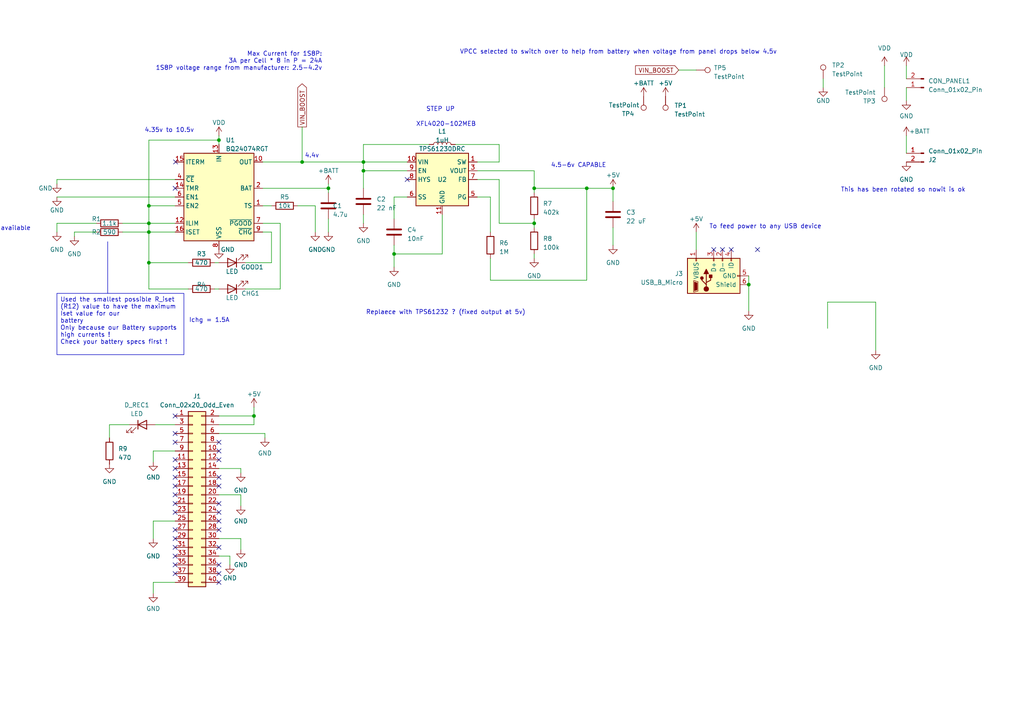
<source format=kicad_sch>
(kicad_sch
	(version 20250114)
	(generator "eeschema")
	(generator_version "9.0")
	(uuid "fa059bc9-b513-43ef-8962-6823911ddc92")
	(paper "A4")
	(lib_symbols
		(symbol "Battery_Management:BQ24074RGT"
			(exclude_from_sim no)
			(in_bom yes)
			(on_board yes)
			(property "Reference" "U"
				(at -8.89 13.97 0)
				(effects
					(font
						(size 1.27 1.27)
					)
					(justify right)
				)
			)
			(property "Value" "BQ24074RGT"
				(at 16.51 13.97 0)
				(effects
					(font
						(size 1.27 1.27)
					)
					(justify right)
				)
			)
			(property "Footprint" "Package_DFN_QFN:VQFN-16-1EP_3x3mm_P0.5mm_EP1.6x1.6mm"
				(at 7.62 -13.97 0)
				(effects
					(font
						(size 1.27 1.27)
					)
					(justify left)
					(hide yes)
				)
			)
			(property "Datasheet" "http://www.ti.com/lit/ds/symlink/bq24074.pdf"
				(at 7.62 5.08 0)
				(effects
					(font
						(size 1.27 1.27)
					)
					(hide yes)
				)
			)
			(property "Description" "USB-Friendly Li-Ion Battery Charger and Power-Path Management, VQFN-16"
				(at 0 0 0)
				(effects
					(font
						(size 1.27 1.27)
					)
					(hide yes)
				)
			)
			(property "ki_keywords" "USB Charge"
				(at 0 0 0)
				(effects
					(font
						(size 1.27 1.27)
					)
					(hide yes)
				)
			)
			(property "ki_fp_filters" "VQFN*1EP*3x3mm*P0.5mm*"
				(at 0 0 0)
				(effects
					(font
						(size 1.27 1.27)
					)
					(hide yes)
				)
			)
			(symbol "BQ24074RGT_0_1"
				(rectangle
					(start -10.16 12.7)
					(end 10.16 -12.7)
					(stroke
						(width 0.254)
						(type default)
					)
					(fill
						(type background)
					)
				)
			)
			(symbol "BQ24074RGT_1_1"
				(pin input line
					(at -12.7 10.16 0)
					(length 2.54)
					(name "ITERM"
						(effects
							(font
								(size 1.27 1.27)
							)
						)
					)
					(number "15"
						(effects
							(font
								(size 1.27 1.27)
							)
						)
					)
				)
				(pin input line
					(at -12.7 5.08 0)
					(length 2.54)
					(name "~{CE}"
						(effects
							(font
								(size 1.27 1.27)
							)
						)
					)
					(number "4"
						(effects
							(font
								(size 1.27 1.27)
							)
						)
					)
				)
				(pin input line
					(at -12.7 2.54 0)
					(length 2.54)
					(name "TMR"
						(effects
							(font
								(size 1.27 1.27)
							)
						)
					)
					(number "14"
						(effects
							(font
								(size 1.27 1.27)
							)
						)
					)
				)
				(pin input line
					(at -12.7 0 0)
					(length 2.54)
					(name "EN1"
						(effects
							(font
								(size 1.27 1.27)
							)
						)
					)
					(number "6"
						(effects
							(font
								(size 1.27 1.27)
							)
						)
					)
				)
				(pin input line
					(at -12.7 -2.54 0)
					(length 2.54)
					(name "EN2"
						(effects
							(font
								(size 1.27 1.27)
							)
						)
					)
					(number "5"
						(effects
							(font
								(size 1.27 1.27)
							)
						)
					)
				)
				(pin passive line
					(at -12.7 -7.62 0)
					(length 2.54)
					(name "ILIM"
						(effects
							(font
								(size 1.27 1.27)
							)
						)
					)
					(number "12"
						(effects
							(font
								(size 1.27 1.27)
							)
						)
					)
				)
				(pin passive line
					(at -12.7 -10.16 0)
					(length 2.54)
					(name "ISET"
						(effects
							(font
								(size 1.27 1.27)
							)
						)
					)
					(number "16"
						(effects
							(font
								(size 1.27 1.27)
							)
						)
					)
				)
				(pin power_in line
					(at 0 15.24 270)
					(length 2.54)
					(name "IN"
						(effects
							(font
								(size 1.27 1.27)
							)
						)
					)
					(number "13"
						(effects
							(font
								(size 1.27 1.27)
							)
						)
					)
				)
				(pin passive line
					(at 0 -15.24 90)
					(length 2.54)
					(hide yes)
					(name "VSS"
						(effects
							(font
								(size 1.27 1.27)
							)
						)
					)
					(number "17"
						(effects
							(font
								(size 1.27 1.27)
							)
						)
					)
				)
				(pin power_in line
					(at 0 -15.24 90)
					(length 2.54)
					(name "VSS"
						(effects
							(font
								(size 1.27 1.27)
							)
						)
					)
					(number "8"
						(effects
							(font
								(size 1.27 1.27)
							)
						)
					)
				)
				(pin power_out line
					(at 12.7 10.16 180)
					(length 2.54)
					(name "OUT"
						(effects
							(font
								(size 1.27 1.27)
							)
						)
					)
					(number "10"
						(effects
							(font
								(size 1.27 1.27)
							)
						)
					)
				)
				(pin passive line
					(at 12.7 10.16 180)
					(length 2.54)
					(hide yes)
					(name "OUT"
						(effects
							(font
								(size 1.27 1.27)
							)
						)
					)
					(number "11"
						(effects
							(font
								(size 1.27 1.27)
							)
						)
					)
				)
				(pin power_out line
					(at 12.7 2.54 180)
					(length 2.54)
					(name "BAT"
						(effects
							(font
								(size 1.27 1.27)
							)
						)
					)
					(number "2"
						(effects
							(font
								(size 1.27 1.27)
							)
						)
					)
				)
				(pin passive line
					(at 12.7 2.54 180)
					(length 2.54)
					(hide yes)
					(name "BAT"
						(effects
							(font
								(size 1.27 1.27)
							)
						)
					)
					(number "3"
						(effects
							(font
								(size 1.27 1.27)
							)
						)
					)
				)
				(pin passive line
					(at 12.7 -2.54 180)
					(length 2.54)
					(name "TS"
						(effects
							(font
								(size 1.27 1.27)
							)
						)
					)
					(number "1"
						(effects
							(font
								(size 1.27 1.27)
							)
						)
					)
				)
				(pin open_collector line
					(at 12.7 -7.62 180)
					(length 2.54)
					(name "~{PGOOD}"
						(effects
							(font
								(size 1.27 1.27)
							)
						)
					)
					(number "7"
						(effects
							(font
								(size 1.27 1.27)
							)
						)
					)
				)
				(pin open_collector line
					(at 12.7 -10.16 180)
					(length 2.54)
					(name "~{CHG}"
						(effects
							(font
								(size 1.27 1.27)
							)
						)
					)
					(number "9"
						(effects
							(font
								(size 1.27 1.27)
							)
						)
					)
				)
			)
			(embedded_fonts no)
		)
		(symbol "Connector:Conn_01x02_Pin"
			(pin_names
				(offset 1.016)
				(hide yes)
			)
			(exclude_from_sim no)
			(in_bom yes)
			(on_board yes)
			(property "Reference" "J"
				(at 0 2.54 0)
				(effects
					(font
						(size 1.27 1.27)
					)
				)
			)
			(property "Value" "Conn_01x02_Pin"
				(at 0 -5.08 0)
				(effects
					(font
						(size 1.27 1.27)
					)
				)
			)
			(property "Footprint" ""
				(at 0 0 0)
				(effects
					(font
						(size 1.27 1.27)
					)
					(hide yes)
				)
			)
			(property "Datasheet" "~"
				(at 0 0 0)
				(effects
					(font
						(size 1.27 1.27)
					)
					(hide yes)
				)
			)
			(property "Description" "Generic connector, single row, 01x02, script generated"
				(at 0 0 0)
				(effects
					(font
						(size 1.27 1.27)
					)
					(hide yes)
				)
			)
			(property "ki_locked" ""
				(at 0 0 0)
				(effects
					(font
						(size 1.27 1.27)
					)
				)
			)
			(property "ki_keywords" "connector"
				(at 0 0 0)
				(effects
					(font
						(size 1.27 1.27)
					)
					(hide yes)
				)
			)
			(property "ki_fp_filters" "Connector*:*_1x??_*"
				(at 0 0 0)
				(effects
					(font
						(size 1.27 1.27)
					)
					(hide yes)
				)
			)
			(symbol "Conn_01x02_Pin_1_1"
				(rectangle
					(start 0.8636 0.127)
					(end 0 -0.127)
					(stroke
						(width 0.1524)
						(type default)
					)
					(fill
						(type outline)
					)
				)
				(rectangle
					(start 0.8636 -2.413)
					(end 0 -2.667)
					(stroke
						(width 0.1524)
						(type default)
					)
					(fill
						(type outline)
					)
				)
				(polyline
					(pts
						(xy 1.27 0) (xy 0.8636 0)
					)
					(stroke
						(width 0.1524)
						(type default)
					)
					(fill
						(type none)
					)
				)
				(polyline
					(pts
						(xy 1.27 -2.54) (xy 0.8636 -2.54)
					)
					(stroke
						(width 0.1524)
						(type default)
					)
					(fill
						(type none)
					)
				)
				(pin passive line
					(at 5.08 0 180)
					(length 3.81)
					(name "Pin_1"
						(effects
							(font
								(size 1.27 1.27)
							)
						)
					)
					(number "1"
						(effects
							(font
								(size 1.27 1.27)
							)
						)
					)
				)
				(pin passive line
					(at 5.08 -2.54 180)
					(length 3.81)
					(name "Pin_2"
						(effects
							(font
								(size 1.27 1.27)
							)
						)
					)
					(number "2"
						(effects
							(font
								(size 1.27 1.27)
							)
						)
					)
				)
			)
			(embedded_fonts no)
		)
		(symbol "Connector:TestPoint"
			(pin_numbers
				(hide yes)
			)
			(pin_names
				(offset 0.762)
				(hide yes)
			)
			(exclude_from_sim no)
			(in_bom yes)
			(on_board yes)
			(property "Reference" "TP"
				(at 0 6.858 0)
				(effects
					(font
						(size 1.27 1.27)
					)
				)
			)
			(property "Value" "TestPoint"
				(at 0 5.08 0)
				(effects
					(font
						(size 1.27 1.27)
					)
				)
			)
			(property "Footprint" ""
				(at 5.08 0 0)
				(effects
					(font
						(size 1.27 1.27)
					)
					(hide yes)
				)
			)
			(property "Datasheet" "~"
				(at 5.08 0 0)
				(effects
					(font
						(size 1.27 1.27)
					)
					(hide yes)
				)
			)
			(property "Description" "test point"
				(at 0 0 0)
				(effects
					(font
						(size 1.27 1.27)
					)
					(hide yes)
				)
			)
			(property "ki_keywords" "test point tp"
				(at 0 0 0)
				(effects
					(font
						(size 1.27 1.27)
					)
					(hide yes)
				)
			)
			(property "ki_fp_filters" "Pin* Test*"
				(at 0 0 0)
				(effects
					(font
						(size 1.27 1.27)
					)
					(hide yes)
				)
			)
			(symbol "TestPoint_0_1"
				(circle
					(center 0 3.302)
					(radius 0.762)
					(stroke
						(width 0)
						(type default)
					)
					(fill
						(type none)
					)
				)
			)
			(symbol "TestPoint_1_1"
				(pin passive line
					(at 0 0 90)
					(length 2.54)
					(name "1"
						(effects
							(font
								(size 1.27 1.27)
							)
						)
					)
					(number "1"
						(effects
							(font
								(size 1.27 1.27)
							)
						)
					)
				)
			)
			(embedded_fonts no)
		)
		(symbol "Connector:USB_B_Micro"
			(pin_names
				(offset 1.016)
			)
			(exclude_from_sim no)
			(in_bom yes)
			(on_board yes)
			(property "Reference" "J"
				(at -5.08 11.43 0)
				(effects
					(font
						(size 1.27 1.27)
					)
					(justify left)
				)
			)
			(property "Value" "USB_B_Micro"
				(at -5.08 8.89 0)
				(effects
					(font
						(size 1.27 1.27)
					)
					(justify left)
				)
			)
			(property "Footprint" ""
				(at 3.81 -1.27 0)
				(effects
					(font
						(size 1.27 1.27)
					)
					(hide yes)
				)
			)
			(property "Datasheet" "~"
				(at 3.81 -1.27 0)
				(effects
					(font
						(size 1.27 1.27)
					)
					(hide yes)
				)
			)
			(property "Description" "USB Micro Type B connector"
				(at 0 0 0)
				(effects
					(font
						(size 1.27 1.27)
					)
					(hide yes)
				)
			)
			(property "ki_keywords" "connector USB micro"
				(at 0 0 0)
				(effects
					(font
						(size 1.27 1.27)
					)
					(hide yes)
				)
			)
			(property "ki_fp_filters" "USB*"
				(at 0 0 0)
				(effects
					(font
						(size 1.27 1.27)
					)
					(hide yes)
				)
			)
			(symbol "USB_B_Micro_0_1"
				(rectangle
					(start -5.08 -7.62)
					(end 5.08 7.62)
					(stroke
						(width 0.254)
						(type default)
					)
					(fill
						(type background)
					)
				)
				(polyline
					(pts
						(xy -4.699 5.842) (xy -4.699 5.588) (xy -4.445 4.826) (xy -4.445 4.572) (xy -1.651 4.572) (xy -1.651 4.826)
						(xy -1.397 5.588) (xy -1.397 5.842) (xy -4.699 5.842)
					)
					(stroke
						(width 0)
						(type default)
					)
					(fill
						(type none)
					)
				)
				(polyline
					(pts
						(xy -4.318 5.588) (xy -1.778 5.588) (xy -2.032 4.826) (xy -4.064 4.826) (xy -4.318 5.588)
					)
					(stroke
						(width 0)
						(type default)
					)
					(fill
						(type outline)
					)
				)
				(circle
					(center -3.81 2.159)
					(radius 0.635)
					(stroke
						(width 0.254)
						(type default)
					)
					(fill
						(type outline)
					)
				)
				(polyline
					(pts
						(xy -3.175 2.159) (xy -2.54 2.159) (xy -1.27 3.429) (xy -0.635 3.429)
					)
					(stroke
						(width 0.254)
						(type default)
					)
					(fill
						(type none)
					)
				)
				(polyline
					(pts
						(xy -2.54 2.159) (xy -1.905 2.159) (xy -1.27 0.889) (xy 0 0.889)
					)
					(stroke
						(width 0.254)
						(type default)
					)
					(fill
						(type none)
					)
				)
				(polyline
					(pts
						(xy -1.905 2.159) (xy 0.635 2.159)
					)
					(stroke
						(width 0.254)
						(type default)
					)
					(fill
						(type none)
					)
				)
				(circle
					(center -0.635 3.429)
					(radius 0.381)
					(stroke
						(width 0.254)
						(type default)
					)
					(fill
						(type outline)
					)
				)
				(rectangle
					(start -0.127 -7.62)
					(end 0.127 -6.858)
					(stroke
						(width 0)
						(type default)
					)
					(fill
						(type none)
					)
				)
				(rectangle
					(start 0.254 1.27)
					(end -0.508 0.508)
					(stroke
						(width 0.254)
						(type default)
					)
					(fill
						(type outline)
					)
				)
				(polyline
					(pts
						(xy 0.635 2.794) (xy 0.635 1.524) (xy 1.905 2.159) (xy 0.635 2.794)
					)
					(stroke
						(width 0.254)
						(type default)
					)
					(fill
						(type outline)
					)
				)
				(rectangle
					(start 5.08 4.953)
					(end 4.318 5.207)
					(stroke
						(width 0)
						(type default)
					)
					(fill
						(type none)
					)
				)
				(rectangle
					(start 5.08 -0.127)
					(end 4.318 0.127)
					(stroke
						(width 0)
						(type default)
					)
					(fill
						(type none)
					)
				)
				(rectangle
					(start 5.08 -2.667)
					(end 4.318 -2.413)
					(stroke
						(width 0)
						(type default)
					)
					(fill
						(type none)
					)
				)
				(rectangle
					(start 5.08 -5.207)
					(end 4.318 -4.953)
					(stroke
						(width 0)
						(type default)
					)
					(fill
						(type none)
					)
				)
			)
			(symbol "USB_B_Micro_1_1"
				(pin passive line
					(at -2.54 -10.16 90)
					(length 2.54)
					(name "Shield"
						(effects
							(font
								(size 1.27 1.27)
							)
						)
					)
					(number "6"
						(effects
							(font
								(size 1.27 1.27)
							)
						)
					)
				)
				(pin power_out line
					(at 0 -10.16 90)
					(length 2.54)
					(name "GND"
						(effects
							(font
								(size 1.27 1.27)
							)
						)
					)
					(number "5"
						(effects
							(font
								(size 1.27 1.27)
							)
						)
					)
				)
				(pin power_out line
					(at 7.62 5.08 180)
					(length 2.54)
					(name "VBUS"
						(effects
							(font
								(size 1.27 1.27)
							)
						)
					)
					(number "1"
						(effects
							(font
								(size 1.27 1.27)
							)
						)
					)
				)
				(pin bidirectional line
					(at 7.62 0 180)
					(length 2.54)
					(name "D+"
						(effects
							(font
								(size 1.27 1.27)
							)
						)
					)
					(number "3"
						(effects
							(font
								(size 1.27 1.27)
							)
						)
					)
				)
				(pin bidirectional line
					(at 7.62 -2.54 180)
					(length 2.54)
					(name "D-"
						(effects
							(font
								(size 1.27 1.27)
							)
						)
					)
					(number "2"
						(effects
							(font
								(size 1.27 1.27)
							)
						)
					)
				)
				(pin passive line
					(at 7.62 -5.08 180)
					(length 2.54)
					(name "ID"
						(effects
							(font
								(size 1.27 1.27)
							)
						)
					)
					(number "4"
						(effects
							(font
								(size 1.27 1.27)
							)
						)
					)
				)
			)
			(embedded_fonts no)
		)
		(symbol "Connector_Generic:Conn_02x20_Odd_Even"
			(pin_names
				(offset 1.016)
				(hide yes)
			)
			(exclude_from_sim no)
			(in_bom yes)
			(on_board yes)
			(property "Reference" "J"
				(at 1.27 25.4 0)
				(effects
					(font
						(size 1.27 1.27)
					)
				)
			)
			(property "Value" "Conn_02x20_Odd_Even"
				(at 1.27 -27.94 0)
				(effects
					(font
						(size 1.27 1.27)
					)
				)
			)
			(property "Footprint" ""
				(at 0 0 0)
				(effects
					(font
						(size 1.27 1.27)
					)
					(hide yes)
				)
			)
			(property "Datasheet" "~"
				(at 0 0 0)
				(effects
					(font
						(size 1.27 1.27)
					)
					(hide yes)
				)
			)
			(property "Description" "Generic connector, double row, 02x20, odd/even pin numbering scheme (row 1 odd numbers, row 2 even numbers), script generated (kicad-library-utils/schlib/autogen/connector/)"
				(at 0 0 0)
				(effects
					(font
						(size 1.27 1.27)
					)
					(hide yes)
				)
			)
			(property "ki_keywords" "connector"
				(at 0 0 0)
				(effects
					(font
						(size 1.27 1.27)
					)
					(hide yes)
				)
			)
			(property "ki_fp_filters" "Connector*:*_2x??_*"
				(at 0 0 0)
				(effects
					(font
						(size 1.27 1.27)
					)
					(hide yes)
				)
			)
			(symbol "Conn_02x20_Odd_Even_1_1"
				(rectangle
					(start -1.27 24.13)
					(end 3.81 -26.67)
					(stroke
						(width 0.254)
						(type default)
					)
					(fill
						(type background)
					)
				)
				(rectangle
					(start -1.27 22.987)
					(end 0 22.733)
					(stroke
						(width 0.1524)
						(type default)
					)
					(fill
						(type none)
					)
				)
				(rectangle
					(start -1.27 20.447)
					(end 0 20.193)
					(stroke
						(width 0.1524)
						(type default)
					)
					(fill
						(type none)
					)
				)
				(rectangle
					(start -1.27 17.907)
					(end 0 17.653)
					(stroke
						(width 0.1524)
						(type default)
					)
					(fill
						(type none)
					)
				)
				(rectangle
					(start -1.27 15.367)
					(end 0 15.113)
					(stroke
						(width 0.1524)
						(type default)
					)
					(fill
						(type none)
					)
				)
				(rectangle
					(start -1.27 12.827)
					(end 0 12.573)
					(stroke
						(width 0.1524)
						(type default)
					)
					(fill
						(type none)
					)
				)
				(rectangle
					(start -1.27 10.287)
					(end 0 10.033)
					(stroke
						(width 0.1524)
						(type default)
					)
					(fill
						(type none)
					)
				)
				(rectangle
					(start -1.27 7.747)
					(end 0 7.493)
					(stroke
						(width 0.1524)
						(type default)
					)
					(fill
						(type none)
					)
				)
				(rectangle
					(start -1.27 5.207)
					(end 0 4.953)
					(stroke
						(width 0.1524)
						(type default)
					)
					(fill
						(type none)
					)
				)
				(rectangle
					(start -1.27 2.667)
					(end 0 2.413)
					(stroke
						(width 0.1524)
						(type default)
					)
					(fill
						(type none)
					)
				)
				(rectangle
					(start -1.27 0.127)
					(end 0 -0.127)
					(stroke
						(width 0.1524)
						(type default)
					)
					(fill
						(type none)
					)
				)
				(rectangle
					(start -1.27 -2.413)
					(end 0 -2.667)
					(stroke
						(width 0.1524)
						(type default)
					)
					(fill
						(type none)
					)
				)
				(rectangle
					(start -1.27 -4.953)
					(end 0 -5.207)
					(stroke
						(width 0.1524)
						(type default)
					)
					(fill
						(type none)
					)
				)
				(rectangle
					(start -1.27 -7.493)
					(end 0 -7.747)
					(stroke
						(width 0.1524)
						(type default)
					)
					(fill
						(type none)
					)
				)
				(rectangle
					(start -1.27 -10.033)
					(end 0 -10.287)
					(stroke
						(width 0.1524)
						(type default)
					)
					(fill
						(type none)
					)
				)
				(rectangle
					(start -1.27 -12.573)
					(end 0 -12.827)
					(stroke
						(width 0.1524)
						(type default)
					)
					(fill
						(type none)
					)
				)
				(rectangle
					(start -1.27 -15.113)
					(end 0 -15.367)
					(stroke
						(width 0.1524)
						(type default)
					)
					(fill
						(type none)
					)
				)
				(rectangle
					(start -1.27 -17.653)
					(end 0 -17.907)
					(stroke
						(width 0.1524)
						(type default)
					)
					(fill
						(type none)
					)
				)
				(rectangle
					(start -1.27 -20.193)
					(end 0 -20.447)
					(stroke
						(width 0.1524)
						(type default)
					)
					(fill
						(type none)
					)
				)
				(rectangle
					(start -1.27 -22.733)
					(end 0 -22.987)
					(stroke
						(width 0.1524)
						(type default)
					)
					(fill
						(type none)
					)
				)
				(rectangle
					(start -1.27 -25.273)
					(end 0 -25.527)
					(stroke
						(width 0.1524)
						(type default)
					)
					(fill
						(type none)
					)
				)
				(rectangle
					(start 3.81 22.987)
					(end 2.54 22.733)
					(stroke
						(width 0.1524)
						(type default)
					)
					(fill
						(type none)
					)
				)
				(rectangle
					(start 3.81 20.447)
					(end 2.54 20.193)
					(stroke
						(width 0.1524)
						(type default)
					)
					(fill
						(type none)
					)
				)
				(rectangle
					(start 3.81 17.907)
					(end 2.54 17.653)
					(stroke
						(width 0.1524)
						(type default)
					)
					(fill
						(type none)
					)
				)
				(rectangle
					(start 3.81 15.367)
					(end 2.54 15.113)
					(stroke
						(width 0.1524)
						(type default)
					)
					(fill
						(type none)
					)
				)
				(rectangle
					(start 3.81 12.827)
					(end 2.54 12.573)
					(stroke
						(width 0.1524)
						(type default)
					)
					(fill
						(type none)
					)
				)
				(rectangle
					(start 3.81 10.287)
					(end 2.54 10.033)
					(stroke
						(width 0.1524)
						(type default)
					)
					(fill
						(type none)
					)
				)
				(rectangle
					(start 3.81 7.747)
					(end 2.54 7.493)
					(stroke
						(width 0.1524)
						(type default)
					)
					(fill
						(type none)
					)
				)
				(rectangle
					(start 3.81 5.207)
					(end 2.54 4.953)
					(stroke
						(width 0.1524)
						(type default)
					)
					(fill
						(type none)
					)
				)
				(rectangle
					(start 3.81 2.667)
					(end 2.54 2.413)
					(stroke
						(width 0.1524)
						(type default)
					)
					(fill
						(type none)
					)
				)
				(rectangle
					(start 3.81 0.127)
					(end 2.54 -0.127)
					(stroke
						(width 0.1524)
						(type default)
					)
					(fill
						(type none)
					)
				)
				(rectangle
					(start 3.81 -2.413)
					(end 2.54 -2.667)
					(stroke
						(width 0.1524)
						(type default)
					)
					(fill
						(type none)
					)
				)
				(rectangle
					(start 3.81 -4.953)
					(end 2.54 -5.207)
					(stroke
						(width 0.1524)
						(type default)
					)
					(fill
						(type none)
					)
				)
				(rectangle
					(start 3.81 -7.493)
					(end 2.54 -7.747)
					(stroke
						(width 0.1524)
						(type default)
					)
					(fill
						(type none)
					)
				)
				(rectangle
					(start 3.81 -10.033)
					(end 2.54 -10.287)
					(stroke
						(width 0.1524)
						(type default)
					)
					(fill
						(type none)
					)
				)
				(rectangle
					(start 3.81 -12.573)
					(end 2.54 -12.827)
					(stroke
						(width 0.1524)
						(type default)
					)
					(fill
						(type none)
					)
				)
				(rectangle
					(start 3.81 -15.113)
					(end 2.54 -15.367)
					(stroke
						(width 0.1524)
						(type default)
					)
					(fill
						(type none)
					)
				)
				(rectangle
					(start 3.81 -17.653)
					(end 2.54 -17.907)
					(stroke
						(width 0.1524)
						(type default)
					)
					(fill
						(type none)
					)
				)
				(rectangle
					(start 3.81 -20.193)
					(end 2.54 -20.447)
					(stroke
						(width 0.1524)
						(type default)
					)
					(fill
						(type none)
					)
				)
				(rectangle
					(start 3.81 -22.733)
					(end 2.54 -22.987)
					(stroke
						(width 0.1524)
						(type default)
					)
					(fill
						(type none)
					)
				)
				(rectangle
					(start 3.81 -25.273)
					(end 2.54 -25.527)
					(stroke
						(width 0.1524)
						(type default)
					)
					(fill
						(type none)
					)
				)
				(pin passive line
					(at -5.08 22.86 0)
					(length 3.81)
					(name "Pin_1"
						(effects
							(font
								(size 1.27 1.27)
							)
						)
					)
					(number "1"
						(effects
							(font
								(size 1.27 1.27)
							)
						)
					)
				)
				(pin passive line
					(at -5.08 20.32 0)
					(length 3.81)
					(name "Pin_3"
						(effects
							(font
								(size 1.27 1.27)
							)
						)
					)
					(number "3"
						(effects
							(font
								(size 1.27 1.27)
							)
						)
					)
				)
				(pin passive line
					(at -5.08 17.78 0)
					(length 3.81)
					(name "Pin_5"
						(effects
							(font
								(size 1.27 1.27)
							)
						)
					)
					(number "5"
						(effects
							(font
								(size 1.27 1.27)
							)
						)
					)
				)
				(pin passive line
					(at -5.08 15.24 0)
					(length 3.81)
					(name "Pin_7"
						(effects
							(font
								(size 1.27 1.27)
							)
						)
					)
					(number "7"
						(effects
							(font
								(size 1.27 1.27)
							)
						)
					)
				)
				(pin passive line
					(at -5.08 12.7 0)
					(length 3.81)
					(name "Pin_9"
						(effects
							(font
								(size 1.27 1.27)
							)
						)
					)
					(number "9"
						(effects
							(font
								(size 1.27 1.27)
							)
						)
					)
				)
				(pin passive line
					(at -5.08 10.16 0)
					(length 3.81)
					(name "Pin_11"
						(effects
							(font
								(size 1.27 1.27)
							)
						)
					)
					(number "11"
						(effects
							(font
								(size 1.27 1.27)
							)
						)
					)
				)
				(pin passive line
					(at -5.08 7.62 0)
					(length 3.81)
					(name "Pin_13"
						(effects
							(font
								(size 1.27 1.27)
							)
						)
					)
					(number "13"
						(effects
							(font
								(size 1.27 1.27)
							)
						)
					)
				)
				(pin passive line
					(at -5.08 5.08 0)
					(length 3.81)
					(name "Pin_15"
						(effects
							(font
								(size 1.27 1.27)
							)
						)
					)
					(number "15"
						(effects
							(font
								(size 1.27 1.27)
							)
						)
					)
				)
				(pin passive line
					(at -5.08 2.54 0)
					(length 3.81)
					(name "Pin_17"
						(effects
							(font
								(size 1.27 1.27)
							)
						)
					)
					(number "17"
						(effects
							(font
								(size 1.27 1.27)
							)
						)
					)
				)
				(pin passive line
					(at -5.08 0 0)
					(length 3.81)
					(name "Pin_19"
						(effects
							(font
								(size 1.27 1.27)
							)
						)
					)
					(number "19"
						(effects
							(font
								(size 1.27 1.27)
							)
						)
					)
				)
				(pin passive line
					(at -5.08 -2.54 0)
					(length 3.81)
					(name "Pin_21"
						(effects
							(font
								(size 1.27 1.27)
							)
						)
					)
					(number "21"
						(effects
							(font
								(size 1.27 1.27)
							)
						)
					)
				)
				(pin passive line
					(at -5.08 -5.08 0)
					(length 3.81)
					(name "Pin_23"
						(effects
							(font
								(size 1.27 1.27)
							)
						)
					)
					(number "23"
						(effects
							(font
								(size 1.27 1.27)
							)
						)
					)
				)
				(pin passive line
					(at -5.08 -7.62 0)
					(length 3.81)
					(name "Pin_25"
						(effects
							(font
								(size 1.27 1.27)
							)
						)
					)
					(number "25"
						(effects
							(font
								(size 1.27 1.27)
							)
						)
					)
				)
				(pin passive line
					(at -5.08 -10.16 0)
					(length 3.81)
					(name "Pin_27"
						(effects
							(font
								(size 1.27 1.27)
							)
						)
					)
					(number "27"
						(effects
							(font
								(size 1.27 1.27)
							)
						)
					)
				)
				(pin passive line
					(at -5.08 -12.7 0)
					(length 3.81)
					(name "Pin_29"
						(effects
							(font
								(size 1.27 1.27)
							)
						)
					)
					(number "29"
						(effects
							(font
								(size 1.27 1.27)
							)
						)
					)
				)
				(pin passive line
					(at -5.08 -15.24 0)
					(length 3.81)
					(name "Pin_31"
						(effects
							(font
								(size 1.27 1.27)
							)
						)
					)
					(number "31"
						(effects
							(font
								(size 1.27 1.27)
							)
						)
					)
				)
				(pin passive line
					(at -5.08 -17.78 0)
					(length 3.81)
					(name "Pin_33"
						(effects
							(font
								(size 1.27 1.27)
							)
						)
					)
					(number "33"
						(effects
							(font
								(size 1.27 1.27)
							)
						)
					)
				)
				(pin passive line
					(at -5.08 -20.32 0)
					(length 3.81)
					(name "Pin_35"
						(effects
							(font
								(size 1.27 1.27)
							)
						)
					)
					(number "35"
						(effects
							(font
								(size 1.27 1.27)
							)
						)
					)
				)
				(pin passive line
					(at -5.08 -22.86 0)
					(length 3.81)
					(name "Pin_37"
						(effects
							(font
								(size 1.27 1.27)
							)
						)
					)
					(number "37"
						(effects
							(font
								(size 1.27 1.27)
							)
						)
					)
				)
				(pin passive line
					(at -5.08 -25.4 0)
					(length 3.81)
					(name "Pin_39"
						(effects
							(font
								(size 1.27 1.27)
							)
						)
					)
					(number "39"
						(effects
							(font
								(size 1.27 1.27)
							)
						)
					)
				)
				(pin passive line
					(at 7.62 22.86 180)
					(length 3.81)
					(name "Pin_2"
						(effects
							(font
								(size 1.27 1.27)
							)
						)
					)
					(number "2"
						(effects
							(font
								(size 1.27 1.27)
							)
						)
					)
				)
				(pin passive line
					(at 7.62 20.32 180)
					(length 3.81)
					(name "Pin_4"
						(effects
							(font
								(size 1.27 1.27)
							)
						)
					)
					(number "4"
						(effects
							(font
								(size 1.27 1.27)
							)
						)
					)
				)
				(pin passive line
					(at 7.62 17.78 180)
					(length 3.81)
					(name "Pin_6"
						(effects
							(font
								(size 1.27 1.27)
							)
						)
					)
					(number "6"
						(effects
							(font
								(size 1.27 1.27)
							)
						)
					)
				)
				(pin passive line
					(at 7.62 15.24 180)
					(length 3.81)
					(name "Pin_8"
						(effects
							(font
								(size 1.27 1.27)
							)
						)
					)
					(number "8"
						(effects
							(font
								(size 1.27 1.27)
							)
						)
					)
				)
				(pin passive line
					(at 7.62 12.7 180)
					(length 3.81)
					(name "Pin_10"
						(effects
							(font
								(size 1.27 1.27)
							)
						)
					)
					(number "10"
						(effects
							(font
								(size 1.27 1.27)
							)
						)
					)
				)
				(pin passive line
					(at 7.62 10.16 180)
					(length 3.81)
					(name "Pin_12"
						(effects
							(font
								(size 1.27 1.27)
							)
						)
					)
					(number "12"
						(effects
							(font
								(size 1.27 1.27)
							)
						)
					)
				)
				(pin passive line
					(at 7.62 7.62 180)
					(length 3.81)
					(name "Pin_14"
						(effects
							(font
								(size 1.27 1.27)
							)
						)
					)
					(number "14"
						(effects
							(font
								(size 1.27 1.27)
							)
						)
					)
				)
				(pin passive line
					(at 7.62 5.08 180)
					(length 3.81)
					(name "Pin_16"
						(effects
							(font
								(size 1.27 1.27)
							)
						)
					)
					(number "16"
						(effects
							(font
								(size 1.27 1.27)
							)
						)
					)
				)
				(pin passive line
					(at 7.62 2.54 180)
					(length 3.81)
					(name "Pin_18"
						(effects
							(font
								(size 1.27 1.27)
							)
						)
					)
					(number "18"
						(effects
							(font
								(size 1.27 1.27)
							)
						)
					)
				)
				(pin passive line
					(at 7.62 0 180)
					(length 3.81)
					(name "Pin_20"
						(effects
							(font
								(size 1.27 1.27)
							)
						)
					)
					(number "20"
						(effects
							(font
								(size 1.27 1.27)
							)
						)
					)
				)
				(pin passive line
					(at 7.62 -2.54 180)
					(length 3.81)
					(name "Pin_22"
						(effects
							(font
								(size 1.27 1.27)
							)
						)
					)
					(number "22"
						(effects
							(font
								(size 1.27 1.27)
							)
						)
					)
				)
				(pin passive line
					(at 7.62 -5.08 180)
					(length 3.81)
					(name "Pin_24"
						(effects
							(font
								(size 1.27 1.27)
							)
						)
					)
					(number "24"
						(effects
							(font
								(size 1.27 1.27)
							)
						)
					)
				)
				(pin passive line
					(at 7.62 -7.62 180)
					(length 3.81)
					(name "Pin_26"
						(effects
							(font
								(size 1.27 1.27)
							)
						)
					)
					(number "26"
						(effects
							(font
								(size 1.27 1.27)
							)
						)
					)
				)
				(pin passive line
					(at 7.62 -10.16 180)
					(length 3.81)
					(name "Pin_28"
						(effects
							(font
								(size 1.27 1.27)
							)
						)
					)
					(number "28"
						(effects
							(font
								(size 1.27 1.27)
							)
						)
					)
				)
				(pin passive line
					(at 7.62 -12.7 180)
					(length 3.81)
					(name "Pin_30"
						(effects
							(font
								(size 1.27 1.27)
							)
						)
					)
					(number "30"
						(effects
							(font
								(size 1.27 1.27)
							)
						)
					)
				)
				(pin passive line
					(at 7.62 -15.24 180)
					(length 3.81)
					(name "Pin_32"
						(effects
							(font
								(size 1.27 1.27)
							)
						)
					)
					(number "32"
						(effects
							(font
								(size 1.27 1.27)
							)
						)
					)
				)
				(pin passive line
					(at 7.62 -17.78 180)
					(length 3.81)
					(name "Pin_34"
						(effects
							(font
								(size 1.27 1.27)
							)
						)
					)
					(number "34"
						(effects
							(font
								(size 1.27 1.27)
							)
						)
					)
				)
				(pin passive line
					(at 7.62 -20.32 180)
					(length 3.81)
					(name "Pin_36"
						(effects
							(font
								(size 1.27 1.27)
							)
						)
					)
					(number "36"
						(effects
							(font
								(size 1.27 1.27)
							)
						)
					)
				)
				(pin passive line
					(at 7.62 -22.86 180)
					(length 3.81)
					(name "Pin_38"
						(effects
							(font
								(size 1.27 1.27)
							)
						)
					)
					(number "38"
						(effects
							(font
								(size 1.27 1.27)
							)
						)
					)
				)
				(pin passive line
					(at 7.62 -25.4 180)
					(length 3.81)
					(name "Pin_40"
						(effects
							(font
								(size 1.27 1.27)
							)
						)
					)
					(number "40"
						(effects
							(font
								(size 1.27 1.27)
							)
						)
					)
				)
			)
			(embedded_fonts no)
		)
		(symbol "Device:C"
			(pin_numbers
				(hide yes)
			)
			(pin_names
				(offset 0.254)
			)
			(exclude_from_sim no)
			(in_bom yes)
			(on_board yes)
			(property "Reference" "C"
				(at 0.635 2.54 0)
				(effects
					(font
						(size 1.27 1.27)
					)
					(justify left)
				)
			)
			(property "Value" "C"
				(at 0.635 -2.54 0)
				(effects
					(font
						(size 1.27 1.27)
					)
					(justify left)
				)
			)
			(property "Footprint" ""
				(at 0.9652 -3.81 0)
				(effects
					(font
						(size 1.27 1.27)
					)
					(hide yes)
				)
			)
			(property "Datasheet" "~"
				(at 0 0 0)
				(effects
					(font
						(size 1.27 1.27)
					)
					(hide yes)
				)
			)
			(property "Description" "Unpolarized capacitor"
				(at 0 0 0)
				(effects
					(font
						(size 1.27 1.27)
					)
					(hide yes)
				)
			)
			(property "ki_keywords" "cap capacitor"
				(at 0 0 0)
				(effects
					(font
						(size 1.27 1.27)
					)
					(hide yes)
				)
			)
			(property "ki_fp_filters" "C_*"
				(at 0 0 0)
				(effects
					(font
						(size 1.27 1.27)
					)
					(hide yes)
				)
			)
			(symbol "C_0_1"
				(polyline
					(pts
						(xy -2.032 0.762) (xy 2.032 0.762)
					)
					(stroke
						(width 0.508)
						(type default)
					)
					(fill
						(type none)
					)
				)
				(polyline
					(pts
						(xy -2.032 -0.762) (xy 2.032 -0.762)
					)
					(stroke
						(width 0.508)
						(type default)
					)
					(fill
						(type none)
					)
				)
			)
			(symbol "C_1_1"
				(pin passive line
					(at 0 3.81 270)
					(length 2.794)
					(name "~"
						(effects
							(font
								(size 1.27 1.27)
							)
						)
					)
					(number "1"
						(effects
							(font
								(size 1.27 1.27)
							)
						)
					)
				)
				(pin passive line
					(at 0 -3.81 90)
					(length 2.794)
					(name "~"
						(effects
							(font
								(size 1.27 1.27)
							)
						)
					)
					(number "2"
						(effects
							(font
								(size 1.27 1.27)
							)
						)
					)
				)
			)
			(embedded_fonts no)
		)
		(symbol "Device:L"
			(pin_numbers
				(hide yes)
			)
			(pin_names
				(offset 1.016)
				(hide yes)
			)
			(exclude_from_sim no)
			(in_bom yes)
			(on_board yes)
			(property "Reference" "L"
				(at -1.27 0 90)
				(effects
					(font
						(size 1.27 1.27)
					)
				)
			)
			(property "Value" "L"
				(at 1.905 0 90)
				(effects
					(font
						(size 1.27 1.27)
					)
				)
			)
			(property "Footprint" ""
				(at 0 0 0)
				(effects
					(font
						(size 1.27 1.27)
					)
					(hide yes)
				)
			)
			(property "Datasheet" "~"
				(at 0 0 0)
				(effects
					(font
						(size 1.27 1.27)
					)
					(hide yes)
				)
			)
			(property "Description" "Inductor"
				(at 0 0 0)
				(effects
					(font
						(size 1.27 1.27)
					)
					(hide yes)
				)
			)
			(property "ki_keywords" "inductor choke coil reactor magnetic"
				(at 0 0 0)
				(effects
					(font
						(size 1.27 1.27)
					)
					(hide yes)
				)
			)
			(property "ki_fp_filters" "Choke_* *Coil* Inductor_* L_*"
				(at 0 0 0)
				(effects
					(font
						(size 1.27 1.27)
					)
					(hide yes)
				)
			)
			(symbol "L_0_1"
				(arc
					(start 0 2.54)
					(mid 0.6323 1.905)
					(end 0 1.27)
					(stroke
						(width 0)
						(type default)
					)
					(fill
						(type none)
					)
				)
				(arc
					(start 0 1.27)
					(mid 0.6323 0.635)
					(end 0 0)
					(stroke
						(width 0)
						(type default)
					)
					(fill
						(type none)
					)
				)
				(arc
					(start 0 0)
					(mid 0.6323 -0.635)
					(end 0 -1.27)
					(stroke
						(width 0)
						(type default)
					)
					(fill
						(type none)
					)
				)
				(arc
					(start 0 -1.27)
					(mid 0.6323 -1.905)
					(end 0 -2.54)
					(stroke
						(width 0)
						(type default)
					)
					(fill
						(type none)
					)
				)
			)
			(symbol "L_1_1"
				(pin passive line
					(at 0 3.81 270)
					(length 1.27)
					(name "1"
						(effects
							(font
								(size 1.27 1.27)
							)
						)
					)
					(number "1"
						(effects
							(font
								(size 1.27 1.27)
							)
						)
					)
				)
				(pin passive line
					(at 0 -3.81 90)
					(length 1.27)
					(name "2"
						(effects
							(font
								(size 1.27 1.27)
							)
						)
					)
					(number "2"
						(effects
							(font
								(size 1.27 1.27)
							)
						)
					)
				)
			)
			(embedded_fonts no)
		)
		(symbol "Device:LED"
			(pin_numbers
				(hide yes)
			)
			(pin_names
				(offset 1.016)
				(hide yes)
			)
			(exclude_from_sim no)
			(in_bom yes)
			(on_board yes)
			(property "Reference" "D"
				(at 0 2.54 0)
				(effects
					(font
						(size 1.27 1.27)
					)
				)
			)
			(property "Value" "LED"
				(at 0 -2.54 0)
				(effects
					(font
						(size 1.27 1.27)
					)
				)
			)
			(property "Footprint" ""
				(at 0 0 0)
				(effects
					(font
						(size 1.27 1.27)
					)
					(hide yes)
				)
			)
			(property "Datasheet" "~"
				(at 0 0 0)
				(effects
					(font
						(size 1.27 1.27)
					)
					(hide yes)
				)
			)
			(property "Description" "Light emitting diode"
				(at 0 0 0)
				(effects
					(font
						(size 1.27 1.27)
					)
					(hide yes)
				)
			)
			(property "ki_keywords" "LED diode"
				(at 0 0 0)
				(effects
					(font
						(size 1.27 1.27)
					)
					(hide yes)
				)
			)
			(property "ki_fp_filters" "LED* LED_SMD:* LED_THT:*"
				(at 0 0 0)
				(effects
					(font
						(size 1.27 1.27)
					)
					(hide yes)
				)
			)
			(symbol "LED_0_1"
				(polyline
					(pts
						(xy -3.048 -0.762) (xy -4.572 -2.286) (xy -3.81 -2.286) (xy -4.572 -2.286) (xy -4.572 -1.524)
					)
					(stroke
						(width 0)
						(type default)
					)
					(fill
						(type none)
					)
				)
				(polyline
					(pts
						(xy -1.778 -0.762) (xy -3.302 -2.286) (xy -2.54 -2.286) (xy -3.302 -2.286) (xy -3.302 -1.524)
					)
					(stroke
						(width 0)
						(type default)
					)
					(fill
						(type none)
					)
				)
				(polyline
					(pts
						(xy -1.27 0) (xy 1.27 0)
					)
					(stroke
						(width 0)
						(type default)
					)
					(fill
						(type none)
					)
				)
				(polyline
					(pts
						(xy -1.27 -1.27) (xy -1.27 1.27)
					)
					(stroke
						(width 0.254)
						(type default)
					)
					(fill
						(type none)
					)
				)
				(polyline
					(pts
						(xy 1.27 -1.27) (xy 1.27 1.27) (xy -1.27 0) (xy 1.27 -1.27)
					)
					(stroke
						(width 0.254)
						(type default)
					)
					(fill
						(type none)
					)
				)
			)
			(symbol "LED_1_1"
				(pin passive line
					(at -3.81 0 0)
					(length 2.54)
					(name "K"
						(effects
							(font
								(size 1.27 1.27)
							)
						)
					)
					(number "1"
						(effects
							(font
								(size 1.27 1.27)
							)
						)
					)
				)
				(pin passive line
					(at 3.81 0 180)
					(length 2.54)
					(name "A"
						(effects
							(font
								(size 1.27 1.27)
							)
						)
					)
					(number "2"
						(effects
							(font
								(size 1.27 1.27)
							)
						)
					)
				)
			)
			(embedded_fonts no)
		)
		(symbol "Device:R"
			(pin_numbers
				(hide yes)
			)
			(pin_names
				(offset 0)
			)
			(exclude_from_sim no)
			(in_bom yes)
			(on_board yes)
			(property "Reference" "R"
				(at 2.032 0 90)
				(effects
					(font
						(size 1.27 1.27)
					)
				)
			)
			(property "Value" "R"
				(at 0 0 90)
				(effects
					(font
						(size 1.27 1.27)
					)
				)
			)
			(property "Footprint" ""
				(at -1.778 0 90)
				(effects
					(font
						(size 1.27 1.27)
					)
					(hide yes)
				)
			)
			(property "Datasheet" "~"
				(at 0 0 0)
				(effects
					(font
						(size 1.27 1.27)
					)
					(hide yes)
				)
			)
			(property "Description" "Resistor"
				(at 0 0 0)
				(effects
					(font
						(size 1.27 1.27)
					)
					(hide yes)
				)
			)
			(property "ki_keywords" "R res resistor"
				(at 0 0 0)
				(effects
					(font
						(size 1.27 1.27)
					)
					(hide yes)
				)
			)
			(property "ki_fp_filters" "R_*"
				(at 0 0 0)
				(effects
					(font
						(size 1.27 1.27)
					)
					(hide yes)
				)
			)
			(symbol "R_0_1"
				(rectangle
					(start -1.016 -2.54)
					(end 1.016 2.54)
					(stroke
						(width 0.254)
						(type default)
					)
					(fill
						(type none)
					)
				)
			)
			(symbol "R_1_1"
				(pin passive line
					(at 0 3.81 270)
					(length 1.27)
					(name "~"
						(effects
							(font
								(size 1.27 1.27)
							)
						)
					)
					(number "1"
						(effects
							(font
								(size 1.27 1.27)
							)
						)
					)
				)
				(pin passive line
					(at 0 -3.81 90)
					(length 1.27)
					(name "~"
						(effects
							(font
								(size 1.27 1.27)
							)
						)
					)
					(number "2"
						(effects
							(font
								(size 1.27 1.27)
							)
						)
					)
				)
			)
			(embedded_fonts no)
		)
		(symbol "GND_2"
			(power)
			(pin_names
				(offset 0)
			)
			(exclude_from_sim no)
			(in_bom yes)
			(on_board yes)
			(property "Reference" "#PWR"
				(at 0 -6.35 0)
				(effects
					(font
						(size 1.27 1.27)
					)
					(hide yes)
				)
			)
			(property "Value" "GND_2"
				(at 0 -3.81 0)
				(effects
					(font
						(size 1.27 1.27)
					)
				)
			)
			(property "Footprint" ""
				(at 0 0 0)
				(effects
					(font
						(size 1.27 1.27)
					)
					(hide yes)
				)
			)
			(property "Datasheet" ""
				(at 0 0 0)
				(effects
					(font
						(size 1.27 1.27)
					)
					(hide yes)
				)
			)
			(property "Description" "Power symbol creates a global label with name \"GND\" , ground"
				(at 0 0 0)
				(effects
					(font
						(size 1.27 1.27)
					)
					(hide yes)
				)
			)
			(property "ki_keywords" "global power"
				(at 0 0 0)
				(effects
					(font
						(size 1.27 1.27)
					)
					(hide yes)
				)
			)
			(symbol "GND_2_0_1"
				(polyline
					(pts
						(xy 0 0) (xy 0 -1.27) (xy 1.27 -1.27) (xy 0 -2.54) (xy -1.27 -1.27) (xy 0 -1.27)
					)
					(stroke
						(width 0)
						(type default)
					)
					(fill
						(type none)
					)
				)
			)
			(symbol "GND_2_1_1"
				(pin power_in line
					(at 0 0 270)
					(length 0)
					(hide yes)
					(name "GND"
						(effects
							(font
								(size 1.27 1.27)
							)
						)
					)
					(number "1"
						(effects
							(font
								(size 1.27 1.27)
							)
						)
					)
				)
			)
			(embedded_fonts no)
		)
		(symbol "Regulator_Switching:TPS61230DRC"
			(exclude_from_sim no)
			(in_bom yes)
			(on_board yes)
			(property "Reference" "U"
				(at -7.62 11.43 0)
				(effects
					(font
						(size 1.27 1.27)
					)
					(justify left top)
				)
			)
			(property "Value" "TPS61230DRC"
				(at -7.62 8.89 0)
				(effects
					(font
						(size 1.27 1.27)
					)
					(justify left)
				)
			)
			(property "Footprint" "Package_SON:Texas_S-PVSON-N10_ThermalVias"
				(at 2.54 35.56 0)
				(effects
					(font
						(size 1.27 1.27)
					)
					(hide yes)
				)
			)
			(property "Datasheet" "http://www.ti.com/lit/ds/symlink/tps61232.pdf"
				(at 0 21.59 0)
				(effects
					(font
						(size 1.27 1.27)
					)
					(hide yes)
				)
			)
			(property "Description" "High Efficiency Synchronous Step Up Converters with 5-A Switches, 2.3-5.5V Input Voltage, VSON-10"
				(at 0 0 0)
				(effects
					(font
						(size 1.27 1.27)
					)
					(hide yes)
				)
			)
			(property "ki_keywords" "boost converter switching adjustable 5A-switch VSON-10"
				(at 0 0 0)
				(effects
					(font
						(size 1.27 1.27)
					)
					(hide yes)
				)
			)
			(property "ki_fp_filters" "Texas*S*PVSON*N10*"
				(at 0 0 0)
				(effects
					(font
						(size 1.27 1.27)
					)
					(hide yes)
				)
			)
			(symbol "TPS61230DRC_0_1"
				(rectangle
					(start -7.62 7.62)
					(end 7.62 -7.62)
					(stroke
						(width 0.254)
						(type default)
					)
					(fill
						(type background)
					)
				)
			)
			(symbol "TPS61230DRC_1_1"
				(pin power_in line
					(at -10.16 5.08 0)
					(length 2.54)
					(name "VIN"
						(effects
							(font
								(size 1.27 1.27)
							)
						)
					)
					(number "10"
						(effects
							(font
								(size 1.27 1.27)
							)
						)
					)
				)
				(pin input line
					(at -10.16 2.54 0)
					(length 2.54)
					(name "EN"
						(effects
							(font
								(size 1.27 1.27)
							)
						)
					)
					(number "9"
						(effects
							(font
								(size 1.27 1.27)
							)
						)
					)
				)
				(pin output line
					(at -10.16 0 0)
					(length 2.54)
					(name "HYS"
						(effects
							(font
								(size 1.27 1.27)
							)
						)
					)
					(number "8"
						(effects
							(font
								(size 1.27 1.27)
							)
						)
					)
				)
				(pin input line
					(at -10.16 -5.08 0)
					(length 2.54)
					(name "SS"
						(effects
							(font
								(size 1.27 1.27)
							)
						)
					)
					(number "6"
						(effects
							(font
								(size 1.27 1.27)
							)
						)
					)
				)
				(pin power_in line
					(at 0 -10.16 90)
					(length 2.54)
					(name "GND"
						(effects
							(font
								(size 1.27 1.27)
							)
						)
					)
					(number "11"
						(effects
							(font
								(size 1.27 1.27)
							)
						)
					)
				)
				(pin power_out line
					(at 10.16 5.08 180)
					(length 2.54)
					(name "SW"
						(effects
							(font
								(size 1.27 1.27)
							)
						)
					)
					(number "1"
						(effects
							(font
								(size 1.27 1.27)
							)
						)
					)
				)
				(pin passive line
					(at 10.16 5.08 180)
					(length 2.54)
					(hide yes)
					(name "SW"
						(effects
							(font
								(size 1.27 1.27)
							)
						)
					)
					(number "2"
						(effects
							(font
								(size 1.27 1.27)
							)
						)
					)
				)
				(pin power_out line
					(at 10.16 2.54 180)
					(length 2.54)
					(name "VOUT"
						(effects
							(font
								(size 1.27 1.27)
							)
						)
					)
					(number "3"
						(effects
							(font
								(size 1.27 1.27)
							)
						)
					)
				)
				(pin passive line
					(at 10.16 2.54 180)
					(length 2.54)
					(hide yes)
					(name "VOUT"
						(effects
							(font
								(size 1.27 1.27)
							)
						)
					)
					(number "4"
						(effects
							(font
								(size 1.27 1.27)
							)
						)
					)
				)
				(pin input line
					(at 10.16 0 180)
					(length 2.54)
					(name "FB"
						(effects
							(font
								(size 1.27 1.27)
							)
						)
					)
					(number "7"
						(effects
							(font
								(size 1.27 1.27)
							)
						)
					)
				)
				(pin output line
					(at 10.16 -5.08 180)
					(length 2.54)
					(name "PG"
						(effects
							(font
								(size 1.27 1.27)
							)
						)
					)
					(number "5"
						(effects
							(font
								(size 1.27 1.27)
							)
						)
					)
				)
			)
			(embedded_fonts no)
		)
		(symbol "power:+5V"
			(power)
			(pin_names
				(offset 0)
			)
			(exclude_from_sim no)
			(in_bom yes)
			(on_board yes)
			(property "Reference" "#PWR"
				(at 0 -3.81 0)
				(effects
					(font
						(size 1.27 1.27)
					)
					(hide yes)
				)
			)
			(property "Value" "+5V"
				(at 0 3.556 0)
				(effects
					(font
						(size 1.27 1.27)
					)
				)
			)
			(property "Footprint" ""
				(at 0 0 0)
				(effects
					(font
						(size 1.27 1.27)
					)
					(hide yes)
				)
			)
			(property "Datasheet" ""
				(at 0 0 0)
				(effects
					(font
						(size 1.27 1.27)
					)
					(hide yes)
				)
			)
			(property "Description" "Power symbol creates a global label with name \"+5V\""
				(at 0 0 0)
				(effects
					(font
						(size 1.27 1.27)
					)
					(hide yes)
				)
			)
			(property "ki_keywords" "global power"
				(at 0 0 0)
				(effects
					(font
						(size 1.27 1.27)
					)
					(hide yes)
				)
			)
			(symbol "+5V_0_1"
				(polyline
					(pts
						(xy -0.762 1.27) (xy 0 2.54)
					)
					(stroke
						(width 0)
						(type default)
					)
					(fill
						(type none)
					)
				)
				(polyline
					(pts
						(xy 0 2.54) (xy 0.762 1.27)
					)
					(stroke
						(width 0)
						(type default)
					)
					(fill
						(type none)
					)
				)
				(polyline
					(pts
						(xy 0 0) (xy 0 2.54)
					)
					(stroke
						(width 0)
						(type default)
					)
					(fill
						(type none)
					)
				)
			)
			(symbol "+5V_1_1"
				(pin power_in line
					(at 0 0 90)
					(length 0)
					(hide yes)
					(name "+5V"
						(effects
							(font
								(size 1.27 1.27)
							)
						)
					)
					(number "1"
						(effects
							(font
								(size 1.27 1.27)
							)
						)
					)
				)
			)
			(embedded_fonts no)
		)
		(symbol "power:+BATT"
			(power)
			(pin_names
				(offset 0)
			)
			(exclude_from_sim no)
			(in_bom yes)
			(on_board yes)
			(property "Reference" "#PWR"
				(at 0 -3.81 0)
				(effects
					(font
						(size 1.27 1.27)
					)
					(hide yes)
				)
			)
			(property "Value" "+BATT"
				(at 0 3.556 0)
				(effects
					(font
						(size 1.27 1.27)
					)
				)
			)
			(property "Footprint" ""
				(at 0 0 0)
				(effects
					(font
						(size 1.27 1.27)
					)
					(hide yes)
				)
			)
			(property "Datasheet" ""
				(at 0 0 0)
				(effects
					(font
						(size 1.27 1.27)
					)
					(hide yes)
				)
			)
			(property "Description" "Power symbol creates a global label with name \"+BATT\""
				(at 0 0 0)
				(effects
					(font
						(size 1.27 1.27)
					)
					(hide yes)
				)
			)
			(property "ki_keywords" "global power battery"
				(at 0 0 0)
				(effects
					(font
						(size 1.27 1.27)
					)
					(hide yes)
				)
			)
			(symbol "+BATT_0_1"
				(polyline
					(pts
						(xy -0.762 1.27) (xy 0 2.54)
					)
					(stroke
						(width 0)
						(type default)
					)
					(fill
						(type none)
					)
				)
				(polyline
					(pts
						(xy 0 2.54) (xy 0.762 1.27)
					)
					(stroke
						(width 0)
						(type default)
					)
					(fill
						(type none)
					)
				)
				(polyline
					(pts
						(xy 0 0) (xy 0 2.54)
					)
					(stroke
						(width 0)
						(type default)
					)
					(fill
						(type none)
					)
				)
			)
			(symbol "+BATT_1_1"
				(pin power_in line
					(at 0 0 90)
					(length 0)
					(hide yes)
					(name "+BATT"
						(effects
							(font
								(size 1.27 1.27)
							)
						)
					)
					(number "1"
						(effects
							(font
								(size 1.27 1.27)
							)
						)
					)
				)
			)
			(embedded_fonts no)
		)
		(symbol "power:GND"
			(power)
			(pin_names
				(offset 0)
			)
			(exclude_from_sim no)
			(in_bom yes)
			(on_board yes)
			(property "Reference" "#PWR"
				(at 0 -6.35 0)
				(effects
					(font
						(size 1.27 1.27)
					)
					(hide yes)
				)
			)
			(property "Value" "GND"
				(at 0 -3.81 0)
				(effects
					(font
						(size 1.27 1.27)
					)
				)
			)
			(property "Footprint" ""
				(at 0 0 0)
				(effects
					(font
						(size 1.27 1.27)
					)
					(hide yes)
				)
			)
			(property "Datasheet" ""
				(at 0 0 0)
				(effects
					(font
						(size 1.27 1.27)
					)
					(hide yes)
				)
			)
			(property "Description" "Power symbol creates a global label with name \"GND\" , ground"
				(at 0 0 0)
				(effects
					(font
						(size 1.27 1.27)
					)
					(hide yes)
				)
			)
			(property "ki_keywords" "global power"
				(at 0 0 0)
				(effects
					(font
						(size 1.27 1.27)
					)
					(hide yes)
				)
			)
			(symbol "GND_0_1"
				(polyline
					(pts
						(xy 0 0) (xy 0 -1.27) (xy 1.27 -1.27) (xy 0 -2.54) (xy -1.27 -1.27) (xy 0 -1.27)
					)
					(stroke
						(width 0)
						(type default)
					)
					(fill
						(type none)
					)
				)
			)
			(symbol "GND_1_1"
				(pin power_in line
					(at 0 0 270)
					(length 0)
					(hide yes)
					(name "GND"
						(effects
							(font
								(size 1.27 1.27)
							)
						)
					)
					(number "1"
						(effects
							(font
								(size 1.27 1.27)
							)
						)
					)
				)
			)
			(embedded_fonts no)
		)
		(symbol "power:VDD"
			(power)
			(pin_names
				(offset 0)
			)
			(exclude_from_sim no)
			(in_bom yes)
			(on_board yes)
			(property "Reference" "#PWR"
				(at 0 -3.81 0)
				(effects
					(font
						(size 1.27 1.27)
					)
					(hide yes)
				)
			)
			(property "Value" "VDD"
				(at 0 3.81 0)
				(effects
					(font
						(size 1.27 1.27)
					)
				)
			)
			(property "Footprint" ""
				(at 0 0 0)
				(effects
					(font
						(size 1.27 1.27)
					)
					(hide yes)
				)
			)
			(property "Datasheet" ""
				(at 0 0 0)
				(effects
					(font
						(size 1.27 1.27)
					)
					(hide yes)
				)
			)
			(property "Description" "Power symbol creates a global label with name \"VDD\""
				(at 0 0 0)
				(effects
					(font
						(size 1.27 1.27)
					)
					(hide yes)
				)
			)
			(property "ki_keywords" "global power"
				(at 0 0 0)
				(effects
					(font
						(size 1.27 1.27)
					)
					(hide yes)
				)
			)
			(symbol "VDD_0_1"
				(polyline
					(pts
						(xy -0.762 1.27) (xy 0 2.54)
					)
					(stroke
						(width 0)
						(type default)
					)
					(fill
						(type none)
					)
				)
				(polyline
					(pts
						(xy 0 2.54) (xy 0.762 1.27)
					)
					(stroke
						(width 0)
						(type default)
					)
					(fill
						(type none)
					)
				)
				(polyline
					(pts
						(xy 0 0) (xy 0 2.54)
					)
					(stroke
						(width 0)
						(type default)
					)
					(fill
						(type none)
					)
				)
			)
			(symbol "VDD_1_1"
				(pin power_in line
					(at 0 0 90)
					(length 0)
					(hide yes)
					(name "VDD"
						(effects
							(font
								(size 1.27 1.27)
							)
						)
					)
					(number "1"
						(effects
							(font
								(size 1.27 1.27)
							)
						)
					)
				)
			)
			(embedded_fonts no)
		)
	)
	(text "XFL4020-102MEB\n"
		(exclude_from_sim no)
		(at 120.65 36.83 0)
		(effects
			(font
				(size 1.27 1.27)
			)
			(justify left bottom)
		)
		(uuid "281ceef1-1e30-427f-bcb7-15a2cf418725")
	)
	(text "VPCC selected to switch over to help from battery when voltage from panel drops below 4.5v\n"
		(exclude_from_sim no)
		(at 133.35 15.875 0)
		(effects
			(font
				(size 1.27 1.27)
			)
			(justify left bottom)
		)
		(uuid "2c503dad-611e-4f5b-aed8-5e28af8d0ef6")
	)
	(text "Ichg = 1.5A\n"
		(exclude_from_sim no)
		(at 60.706 92.964 0)
		(effects
			(font
				(size 1.27 1.27)
			)
		)
		(uuid "3333bae4-752b-4cd0-b4ae-8c7418b759d3")
	)
	(text "4.35v to 10.5v\n\n"
		(exclude_from_sim no)
		(at 41.91 40.64 0)
		(effects
			(font
				(size 1.27 1.27)
			)
			(justify left bottom)
		)
		(uuid "478cc73d-4f2e-4820-a905-9a9a58d4c5dc")
	)
	(text "This has been rotated so nowit is ok\n"
		(exclude_from_sim no)
		(at 243.84 55.88 0)
		(effects
			(font
				(size 1.27 1.27)
			)
			(justify left bottom)
		)
		(uuid "57b5b252-7860-4059-9cbf-f08424b0d2e8")
	)
	(text "Replaece with TPS61232 ? (fixed output at 5v)\n"
		(exclude_from_sim no)
		(at 129.286 90.678 0)
		(effects
			(font
				(size 1.27 1.27)
			)
		)
		(uuid "601ac13f-345f-4c52-bb22-91a8f7bb86de")
	)
	(text "4.5-6v CAPABLE\n"
		(exclude_from_sim no)
		(at 159.766 48.768 0)
		(effects
			(font
				(size 1.27 1.27)
			)
			(justify left bottom)
		)
		(uuid "7cca1f70-7a99-4839-b605-7d13a2f0eb1c")
	)
	(text "STEP UP\n"
		(exclude_from_sim no)
		(at 127.762 31.75 0)
		(effects
			(font
				(size 1.27 1.27)
			)
		)
		(uuid "a94ff849-7274-4a44-ae41-1fc1255a02ff")
	)
	(text "Lowest possible R value for highest possible Ilim available\n"
		(exclude_from_sim no)
		(at -20.066 66.294 0)
		(effects
			(font
				(size 1.27 1.27)
			)
		)
		(uuid "c615b047-c97c-4ed6-aa5a-6ad511d7aa19")
	)
	(text "4.4v\n"
		(exclude_from_sim no)
		(at 88.392 45.974 0)
		(effects
			(font
				(size 1.27 1.27)
			)
			(justify left bottom)
		)
		(uuid "ef73e1a2-9be5-493c-9528-cbaa746df2c8")
	)
	(text "To feed power to any USB device\n"
		(exclude_from_sim no)
		(at 221.996 65.786 0)
		(effects
			(font
				(size 1.27 1.27)
			)
		)
		(uuid "f17f4426-98b7-41b9-9f6d-8bfcb00f81b5")
	)
	(text "Max Current for 1S8P:\n3A per Cell * 8 in P = 24A\n1S8P voltage range from manufacturer: 2.5-4.2v"
		(exclude_from_sim no)
		(at 93.472 20.574 0)
		(effects
			(font
				(size 1.27 1.27)
			)
			(justify right bottom)
		)
		(uuid "f5656bb4-6ab2-4949-b77e-c497bed2f09e")
	)
	(text_box "Used the smallest possible R_iset (R12) value to have the maximum Iset value for our\nbattery\nOnly because our Battery supports high currents !\nCheck your battery specs first !\n"
		(exclude_from_sim no)
		(at 16.51 85.09 0)
		(size 36.83 17.78)
		(margins 0.9525 0.9525 0.9525 0.9525)
		(stroke
			(width 0)
			(type default)
		)
		(fill
			(type none)
		)
		(effects
			(font
				(size 1.27 1.27)
			)
			(justify left top)
		)
		(uuid "8c7796db-4aa0-45e5-90d6-7d0fb263d114")
	)
	(junction
		(at 63.5 40.64)
		(diameter 0)
		(color 0 0 0 0)
		(uuid "143a2b8f-c815-4a32-85bc-ea46edeb6506")
	)
	(junction
		(at 95.25 54.61)
		(diameter 0)
		(color 0 0 0 0)
		(uuid "1a30d9d6-0977-4fd4-9034-ef556c16ad17")
	)
	(junction
		(at 154.94 54.61)
		(diameter 0)
		(color 0 0 0 0)
		(uuid "466a80cf-67e4-4454-b5b4-37523d4c5128")
	)
	(junction
		(at 43.18 64.77)
		(diameter 0)
		(color 0 0 0 0)
		(uuid "4a729d78-033e-4405-84c1-807d0e4581d8")
	)
	(junction
		(at 43.18 59.69)
		(diameter 0)
		(color 0 0 0 0)
		(uuid "546d2832-13ef-4a97-87b3-72fe3dfbb4ea")
	)
	(junction
		(at 170.18 54.61)
		(diameter 0)
		(color 0 0 0 0)
		(uuid "75f35b50-5f85-40d9-bdd0-366db9f62ece")
	)
	(junction
		(at 87.63 46.99)
		(diameter 0)
		(color 0 0 0 0)
		(uuid "79fb4983-0a22-49ed-a98a-695b0963e50e")
	)
	(junction
		(at 114.3 73.66)
		(diameter 0)
		(color 0 0 0 0)
		(uuid "7f2021f3-e4d9-47fb-9676-5efa46eac191")
	)
	(junction
		(at 177.8 54.61)
		(diameter 0)
		(color 0 0 0 0)
		(uuid "813e882c-3e50-4572-9ab3-829cd742985c")
	)
	(junction
		(at 43.18 67.31)
		(diameter 0)
		(color 0 0 0 0)
		(uuid "82ae0e81-eb3c-402b-8c8c-5066851f3865")
	)
	(junction
		(at 73.66 120.65)
		(diameter 0)
		(color 0 0 0 0)
		(uuid "8ae8f4aa-c3cf-4e8a-8525-0be12ec5468d")
	)
	(junction
		(at 105.41 49.53)
		(diameter 0)
		(color 0 0 0 0)
		(uuid "991f2d41-f7cb-49d2-aa48-ec094139afba")
	)
	(junction
		(at 105.41 46.99)
		(diameter 0)
		(color 0 0 0 0)
		(uuid "a58a548e-4af5-4ecf-aa33-1200ceefa96d")
	)
	(junction
		(at 217.17 82.55)
		(diameter 0)
		(color 0 0 0 0)
		(uuid "a70a7b39-5dd9-4640-85fa-bacd2268be0b")
	)
	(junction
		(at 43.18 76.2)
		(diameter 0)
		(color 0 0 0 0)
		(uuid "b20f4a8f-a7b9-439c-ab77-aa02c3e79022")
	)
	(junction
		(at 154.94 64.77)
		(diameter 0)
		(color 0 0 0 0)
		(uuid "ba801cce-fcf3-477d-b65c-0e9218fbbaec")
	)
	(no_connect
		(at 212.09 72.39)
		(uuid "0e6477fa-273b-4844-918b-6eac0ab85fdd")
	)
	(no_connect
		(at 50.8 153.67)
		(uuid "0f7d52dc-c3f6-4373-8e57-e56e03e3bf6c")
	)
	(no_connect
		(at 63.5 138.43)
		(uuid "125f733a-043e-46ab-a7f7-a5add813be92")
	)
	(no_connect
		(at 50.8 138.43)
		(uuid "23bc4fc9-8afd-490b-90ed-c437365f2bdb")
	)
	(no_connect
		(at 63.5 133.35)
		(uuid "24e545b1-ed30-48be-bfcc-81f5201ca9b0")
	)
	(no_connect
		(at 50.8 156.21)
		(uuid "2c1c9103-fa48-488f-abdc-903f555f0261")
	)
	(no_connect
		(at 63.5 153.67)
		(uuid "2cf620c0-2ef5-446d-8b77-424c50fc4afe")
	)
	(no_connect
		(at 63.5 130.81)
		(uuid "33d2deb5-b0f6-4bf2-98fd-95014c151915")
	)
	(no_connect
		(at 50.8 128.27)
		(uuid "37367fda-753e-45ee-bd83-abaaf30eb236")
	)
	(no_connect
		(at 63.5 168.91)
		(uuid "384c791a-aa13-498a-a5ef-a83f45ecc064")
	)
	(no_connect
		(at 50.8 54.61)
		(uuid "38b24c67-3c87-4a67-81f5-8779e5695c14")
	)
	(no_connect
		(at 118.11 52.07)
		(uuid "39043bc6-d6e5-4c1a-88c8-84c7c841ee83")
	)
	(no_connect
		(at 50.8 166.37)
		(uuid "4a773f3a-de9b-42cd-9168-80bfc3c3f6ee")
	)
	(no_connect
		(at 63.5 140.97)
		(uuid "517d4c8b-c325-499a-8ddd-b393d5bc7b7f")
	)
	(no_connect
		(at 50.8 158.75)
		(uuid "55edd0d5-98d5-4b2c-94ca-014462414bc4")
	)
	(no_connect
		(at 63.5 128.27)
		(uuid "59ac10a1-dfcf-4add-988d-7a0f2740fe4f")
	)
	(no_connect
		(at 50.927 46.9646)
		(uuid "5aa9ceb7-b92d-41ac-ba17-3b9f27b262a2")
	)
	(no_connect
		(at 209.55 72.39)
		(uuid "5dae790f-b426-4d50-bba9-4ee6827bee72")
	)
	(no_connect
		(at 207.01 72.39)
		(uuid "61065f70-f58e-4a53-9c42-32c6c1f424fe")
	)
	(no_connect
		(at 50.8 161.29)
		(uuid "661c80af-6afd-482d-95b0-5f97061161db")
	)
	(no_connect
		(at 219.71 72.39)
		(uuid "66f5bfc7-c968-4a82-8dfe-ce7fce903c8f")
	)
	(no_connect
		(at 50.8 146.05)
		(uuid "6b0727b8-7ad8-4d09-9986-7d5b9e6ff894")
	)
	(no_connect
		(at 50.8 133.35)
		(uuid "79506256-7d30-40b4-bc9e-12bac8612f28")
	)
	(no_connect
		(at 63.5 151.13)
		(uuid "7e9db1e4-1183-4ef4-9dae-f559ec393d65")
	)
	(no_connect
		(at 50.8 135.89)
		(uuid "88fec281-f218-4ed2-b499-42c654162177")
	)
	(no_connect
		(at 50.8 148.59)
		(uuid "9530be3b-ffb3-4a36-ad0c-f36882ac4024")
	)
	(no_connect
		(at 63.5 158.75)
		(uuid "a332aa51-9ec1-4922-aabd-7acde9ac14b7")
	)
	(no_connect
		(at 50.8 143.51)
		(uuid "b138b75f-1ba7-4bb5-b8ee-72050eb698a0")
	)
	(no_connect
		(at 63.5 148.59)
		(uuid "bc7c22b4-db45-4db0-b1e9-00be094c4d44")
	)
	(no_connect
		(at 50.8 120.65)
		(uuid "cf641083-0722-48dd-904f-ec25ddf4f072")
	)
	(no_connect
		(at 63.5 146.05)
		(uuid "d1a97533-c090-4368-8e60-6d12bac9cc09")
	)
	(no_connect
		(at 50.8 140.97)
		(uuid "d86155bf-5dcf-4f8c-8fb4-ecf4aa0d0e8c")
	)
	(no_connect
		(at 50.8 125.73)
		(uuid "e08b44d6-5a11-426a-ab2d-35e96d104207")
	)
	(no_connect
		(at 50.8 163.83)
		(uuid "ea02af08-7fb9-408a-b704-2229ea60c41d")
	)
	(no_connect
		(at 63.5 166.37)
		(uuid "efbb7b90-6e9b-43ac-8a8e-c9adc879e886")
	)
	(no_connect
		(at 63.5 163.83)
		(uuid "f722512f-513e-43e7-80c2-785b20baac27")
	)
	(wire
		(pts
			(xy 63.5 161.29) (xy 66.675 161.29)
		)
		(stroke
			(width 0)
			(type default)
		)
		(uuid "008c75e9-6d0e-4a09-9492-c33b39efec67")
	)
	(wire
		(pts
			(xy 114.3 71.12) (xy 114.3 73.66)
		)
		(stroke
			(width 0)
			(type default)
		)
		(uuid "0aa1315f-a70c-4d40-8a06-d82808a1d0fb")
	)
	(wire
		(pts
			(xy 43.18 59.69) (xy 50.8 59.69)
		)
		(stroke
			(width 0)
			(type default)
		)
		(uuid "121f77aa-8ab2-4b72-b1c7-bfbadf3d50d8")
	)
	(wire
		(pts
			(xy 105.41 46.99) (xy 118.11 46.99)
		)
		(stroke
			(width 0)
			(type default)
		)
		(uuid "1312edca-b51d-4c1e-a7e3-80aece27a2b4")
	)
	(wire
		(pts
			(xy 95.25 67.31) (xy 95.25 63.5)
		)
		(stroke
			(width 0)
			(type default)
		)
		(uuid "1378ac05-cc14-406b-a910-dc0c8863aaae")
	)
	(wire
		(pts
			(xy 105.41 41.91) (xy 124.46 41.91)
		)
		(stroke
			(width 0)
			(type default)
		)
		(uuid "1447a71c-bcb2-437a-ad6b-04e0d72f2602")
	)
	(wire
		(pts
			(xy 63.5 143.51) (xy 69.85 143.51)
		)
		(stroke
			(width 0)
			(type default)
		)
		(uuid "19ade77f-f139-4f21-9ad0-3dd0c33fe96b")
	)
	(wire
		(pts
			(xy 43.18 67.31) (xy 50.8 67.31)
		)
		(stroke
			(width 0)
			(type default)
		)
		(uuid "1f9be683-350d-441f-b198-3fafee11a3b0")
	)
	(wire
		(pts
			(xy 238.76 22.86) (xy 238.76 25.4)
		)
		(stroke
			(width 0)
			(type default)
		)
		(uuid "268056b6-1e65-4340-8594-7cf151cb1982")
	)
	(wire
		(pts
			(xy 81.28 64.77) (xy 76.2 64.77)
		)
		(stroke
			(width 0)
			(type default)
		)
		(uuid "278337fc-9d92-4fc8-98c8-74a1582ec9f3")
	)
	(wire
		(pts
			(xy 78.74 76.2) (xy 78.74 67.31)
		)
		(stroke
			(width 0)
			(type default)
		)
		(uuid "2ac69065-038f-4008-9e1f-7997927254bb")
	)
	(wire
		(pts
			(xy 71.12 76.2) (xy 78.74 76.2)
		)
		(stroke
			(width 0)
			(type default)
		)
		(uuid "2bff3a30-d8ea-41c3-8149-4b612634bc5b")
	)
	(wire
		(pts
			(xy 16.51 57.15) (xy 50.8 57.15)
		)
		(stroke
			(width 0)
			(type default)
		)
		(uuid "2fba0f7b-ced6-4c30-806d-abead73b2583")
	)
	(wire
		(pts
			(xy 105.41 46.99) (xy 105.41 41.91)
		)
		(stroke
			(width 0)
			(type default)
		)
		(uuid "30afe55e-6f0a-4ef3-961d-a192eb2c2978")
	)
	(wire
		(pts
			(xy 62.23 83.82) (xy 63.5 83.82)
		)
		(stroke
			(width 0)
			(type default)
		)
		(uuid "33659d0a-b126-4ed5-b230-459be2557e8f")
	)
	(wire
		(pts
			(xy 142.24 57.15) (xy 142.24 67.31)
		)
		(stroke
			(width 0)
			(type default)
		)
		(uuid "3606c56b-7ee8-49f5-8a6d-e91740ed0133")
	)
	(wire
		(pts
			(xy 142.24 74.93) (xy 142.24 81.28)
		)
		(stroke
			(width 0)
			(type default)
		)
		(uuid "38a6c419-4df2-4147-a5a8-e2bfa25e2d81")
	)
	(wire
		(pts
			(xy 69.85 143.51) (xy 69.85 146.685)
		)
		(stroke
			(width 0)
			(type default)
		)
		(uuid "3b6c92d6-7e0b-4c5e-b784-9a89dacdb749")
	)
	(wire
		(pts
			(xy 43.18 76.2) (xy 54.61 76.2)
		)
		(stroke
			(width 0)
			(type default)
		)
		(uuid "3e18aa30-d538-4a0e-a49c-13c9cf0554fe")
	)
	(wire
		(pts
			(xy 217.17 82.55) (xy 217.17 90.17)
		)
		(stroke
			(width 0)
			(type default)
		)
		(uuid "3e223e57-8311-428b-bf32-9fa39811fe76")
	)
	(wire
		(pts
			(xy 132.08 41.91) (xy 144.78 41.91)
		)
		(stroke
			(width 0)
			(type default)
		)
		(uuid "400177dd-e981-4018-9af9-7d5fd118680b")
	)
	(wire
		(pts
			(xy 154.94 64.77) (xy 144.78 64.77)
		)
		(stroke
			(width 0)
			(type default)
		)
		(uuid "40b6a738-62e9-4300-bca3-77bb5407d430")
	)
	(wire
		(pts
			(xy 16.51 52.07) (xy 50.8 52.07)
		)
		(stroke
			(width 0)
			(type default)
		)
		(uuid "44101d2b-c02f-4b27-af72-1336d4bbd304")
	)
	(wire
		(pts
			(xy 105.41 46.99) (xy 105.41 49.53)
		)
		(stroke
			(width 0)
			(type default)
		)
		(uuid "48a167f9-bbec-4df5-b4a7-8ff5e88d050b")
	)
	(wire
		(pts
			(xy 44.45 130.81) (xy 44.45 133.985)
		)
		(stroke
			(width 0)
			(type default)
		)
		(uuid "4a8cfc4c-319f-48b8-9a56-256303a937f1")
	)
	(wire
		(pts
			(xy 76.2 46.99) (xy 87.63 46.99)
		)
		(stroke
			(width 0)
			(type default)
		)
		(uuid "50190912-a392-41db-b28c-2465a5a0e171")
	)
	(wire
		(pts
			(xy 16.51 53.34) (xy 16.51 52.07)
		)
		(stroke
			(width 0)
			(type default)
		)
		(uuid "55bf02b2-418e-4caa-80f9-2d9f913f7b95")
	)
	(wire
		(pts
			(xy 217.17 80.01) (xy 217.17 82.55)
		)
		(stroke
			(width 0)
			(type default)
		)
		(uuid "58d18844-1213-46db-8a64-793bb128c9d9")
	)
	(wire
		(pts
			(xy 63.5 135.89) (xy 69.85 135.89)
		)
		(stroke
			(width 0)
			(type default)
		)
		(uuid "59540e43-b49d-4281-b001-808b0eec5047")
	)
	(wire
		(pts
			(xy 91.44 67.31) (xy 91.44 59.69)
		)
		(stroke
			(width 0)
			(type default)
		)
		(uuid "59600ee7-2572-4d86-97d9-5a5ebcebdd52")
	)
	(wire
		(pts
			(xy 95.25 53.34) (xy 95.25 54.61)
		)
		(stroke
			(width 0)
			(type default)
		)
		(uuid "5c68a14b-71d9-4b9a-b945-f04d6def13ca")
	)
	(wire
		(pts
			(xy 138.43 49.53) (xy 154.94 49.53)
		)
		(stroke
			(width 0)
			(type default)
		)
		(uuid "5f9a5220-49dc-4192-b797-6454b8b2f1f3")
	)
	(wire
		(pts
			(xy 144.78 52.07) (xy 138.43 52.07)
		)
		(stroke
			(width 0)
			(type default)
		)
		(uuid "6178e070-60fc-4c00-9e27-9f846ad99950")
	)
	(wire
		(pts
			(xy 73.66 120.65) (xy 73.66 118.11)
		)
		(stroke
			(width 0)
			(type default)
		)
		(uuid "6200c33d-a9ba-4d5e-ac59-fd56a9e58cc7")
	)
	(wire
		(pts
			(xy 114.3 73.66) (xy 128.27 73.66)
		)
		(stroke
			(width 0)
			(type default)
		)
		(uuid "62361ee9-743f-4b13-80d6-d743634ebe0b")
	)
	(wire
		(pts
			(xy 144.78 41.91) (xy 144.78 46.99)
		)
		(stroke
			(width 0)
			(type default)
		)
		(uuid "62d677dc-cb78-4c4c-bc3d-a25261bb2732")
	)
	(wire
		(pts
			(xy 114.3 73.66) (xy 114.3 77.47)
		)
		(stroke
			(width 0)
			(type default)
		)
		(uuid "62fa0bfd-2918-4437-8e5d-e2977e8d376c")
	)
	(wire
		(pts
			(xy 91.44 59.69) (xy 86.36 59.69)
		)
		(stroke
			(width 0)
			(type default)
		)
		(uuid "63679609-5220-4f1f-9b8f-e143cb0b195e")
	)
	(wire
		(pts
			(xy 50.8 151.13) (xy 44.45 151.13)
		)
		(stroke
			(width 0)
			(type default)
		)
		(uuid "6485fe05-d3e4-4c7b-a95a-aaf96959c2c8")
	)
	(wire
		(pts
			(xy 71.12 83.82) (xy 81.28 83.82)
		)
		(stroke
			(width 0)
			(type default)
		)
		(uuid "65b87606-b31d-4f72-ba39-23496ae4d6d3")
	)
	(wire
		(pts
			(xy 201.93 67.31) (xy 201.93 72.39)
		)
		(stroke
			(width 0)
			(type default)
		)
		(uuid "689d2ed5-0725-4253-87f5-c77e81b8263e")
	)
	(wire
		(pts
			(xy 21.59 67.31) (xy 27.94 67.31)
		)
		(stroke
			(width 0)
			(type default)
		)
		(uuid "68e42d4d-8efa-4ae3-b45a-cdc776479aaf")
	)
	(wire
		(pts
			(xy 63.5 156.21) (xy 69.85 156.21)
		)
		(stroke
			(width 0)
			(type default)
		)
		(uuid "6b2eb35d-2e7d-480a-8d26-357b6b71c044")
	)
	(wire
		(pts
			(xy 114.3 57.15) (xy 118.11 57.15)
		)
		(stroke
			(width 0)
			(type default)
		)
		(uuid "6f36848a-b4bc-4ab5-9c28-49570a08ee54")
	)
	(wire
		(pts
			(xy 44.45 151.13) (xy 44.45 156.21)
		)
		(stroke
			(width 0)
			(type default)
		)
		(uuid "76f0326f-caf3-4167-9dad-f2c446d28dca")
	)
	(wire
		(pts
			(xy 114.3 57.15) (xy 114.3 63.5)
		)
		(stroke
			(width 0)
			(type default)
		)
		(uuid "776dcd6a-ab0b-41e3-bb86-ac3da250c158")
	)
	(wire
		(pts
			(xy 154.94 49.53) (xy 154.94 54.61)
		)
		(stroke
			(width 0)
			(type default)
		)
		(uuid "77c43806-fda4-4a56-8aeb-6035b4736f8f")
	)
	(wire
		(pts
			(xy 154.94 66.04) (xy 154.94 64.77)
		)
		(stroke
			(width 0)
			(type default)
		)
		(uuid "78095884-1017-40ad-843d-4dd515fcca14")
	)
	(wire
		(pts
			(xy 240.03 87.63) (xy 240.03 95.25)
		)
		(stroke
			(width 0)
			(type default)
		)
		(uuid "7e2e26c9-f4cb-4b7b-84e8-dbf0e4079133")
	)
	(wire
		(pts
			(xy 63.5 40.64) (xy 63.5 41.91)
		)
		(stroke
			(width 0)
			(type default)
		)
		(uuid "7f5c1b28-c641-4202-adba-8034eba08218")
	)
	(wire
		(pts
			(xy 262.89 19.05) (xy 262.89 22.86)
		)
		(stroke
			(width 0)
			(type default)
		)
		(uuid "7fd48c68-4615-463c-ade9-186da938d528")
	)
	(wire
		(pts
			(xy 177.8 54.61) (xy 177.8 58.42)
		)
		(stroke
			(width 0)
			(type default)
		)
		(uuid "823437c7-0a9b-4e56-9be1-fb41726f3b9a")
	)
	(wire
		(pts
			(xy 21.59 67.31) (xy 21.59 68.58)
		)
		(stroke
			(width 0)
			(type default)
		)
		(uuid "83900141-85e6-484d-b728-55ea1ea19fe8")
	)
	(wire
		(pts
			(xy 256.54 25.4) (xy 256.54 19.05)
		)
		(stroke
			(width 0)
			(type default)
		)
		(uuid "84a5cc5c-53f2-4f4a-b3a3-a0feef80702b")
	)
	(wire
		(pts
			(xy 105.41 49.53) (xy 105.41 54.61)
		)
		(stroke
			(width 0)
			(type default)
		)
		(uuid "85f44ccb-dcb3-4496-8556-6f2a4e110ce8")
	)
	(wire
		(pts
			(xy 78.74 67.31) (xy 76.2 67.31)
		)
		(stroke
			(width 0)
			(type default)
		)
		(uuid "86dd5c58-db30-4ec6-9f86-804de9efa676")
	)
	(wire
		(pts
			(xy 50.8 130.81) (xy 44.45 130.81)
		)
		(stroke
			(width 0)
			(type default)
		)
		(uuid "921bc357-19c9-4f8f-b26f-a36d67f971c8")
	)
	(wire
		(pts
			(xy 254 101.6) (xy 254 87.63)
		)
		(stroke
			(width 0)
			(type default)
		)
		(uuid "92e0e16e-ede7-4212-be75-49330dc5fc6d")
	)
	(wire
		(pts
			(xy 81.28 64.77) (xy 81.28 83.82)
		)
		(stroke
			(width 0)
			(type default)
		)
		(uuid "9314bd32-9ebe-4852-878f-58f360b4c520")
	)
	(wire
		(pts
			(xy 43.18 64.77) (xy 50.8 64.77)
		)
		(stroke
			(width 0)
			(type default)
		)
		(uuid "93b478a7-4a11-4f9d-b7dc-03e8de0494d2")
	)
	(wire
		(pts
			(xy 138.43 57.15) (xy 142.24 57.15)
		)
		(stroke
			(width 0)
			(type default)
		)
		(uuid "946e7b38-4eea-4afe-88f1-4d9164999fb3")
	)
	(wire
		(pts
			(xy 196.85 20.32) (xy 201.93 20.32)
		)
		(stroke
			(width 0)
			(type default)
		)
		(uuid "963c9bdc-3f06-41bd-a4f0-d0c4b504617e")
	)
	(wire
		(pts
			(xy 170.18 54.61) (xy 177.8 54.61)
		)
		(stroke
			(width 0)
			(type default)
		)
		(uuid "97908bbd-fb86-428c-ad62-047b935c9e04")
	)
	(wire
		(pts
			(xy 154.94 63.5) (xy 154.94 64.77)
		)
		(stroke
			(width 0)
			(type default)
		)
		(uuid "999e410f-3481-42e7-9dc9-3c007b89edbb")
	)
	(wire
		(pts
			(xy 170.18 54.61) (xy 154.94 54.61)
		)
		(stroke
			(width 0)
			(type default)
		)
		(uuid "9e0d2db5-e863-4bab-b8dd-1e229b3d5283")
	)
	(wire
		(pts
			(xy 76.2 54.61) (xy 95.25 54.61)
		)
		(stroke
			(width 0)
			(type default)
		)
		(uuid "9ea0d40e-7c25-4df7-8cae-501adbdc331e")
	)
	(wire
		(pts
			(xy 66.675 161.29) (xy 66.675 163.83)
		)
		(stroke
			(width 0)
			(type default)
		)
		(uuid "a000456d-7731-4f59-b02d-930c67d075e6")
	)
	(wire
		(pts
			(xy 154.94 54.61) (xy 154.94 55.88)
		)
		(stroke
			(width 0)
			(type default)
		)
		(uuid "a1a7cb4e-7d3a-4554-89b3-9de730df5b72")
	)
	(wire
		(pts
			(xy 105.41 49.53) (xy 118.11 49.53)
		)
		(stroke
			(width 0)
			(type default)
		)
		(uuid "a3450358-9cc7-4cfb-ab7f-0cc6dd20685f")
	)
	(wire
		(pts
			(xy 87.63 46.99) (xy 105.41 46.99)
		)
		(stroke
			(width 0)
			(type default)
		)
		(uuid "a7200070-a978-4882-8dc1-3949dea47382")
	)
	(wire
		(pts
			(xy 43.18 64.77) (xy 43.18 67.31)
		)
		(stroke
			(width 0)
			(type default)
		)
		(uuid "af010d40-d14c-49f0-a3b6-4bbf4616c6a8")
	)
	(wire
		(pts
			(xy 54.61 83.82) (xy 43.18 83.82)
		)
		(stroke
			(width 0)
			(type default)
		)
		(uuid "af552da0-7faf-4bb5-ad19-e0a5a549c5d3")
	)
	(polyline
		(pts
			(xy 31.242 70.104) (xy 31.242 85.09)
		)
		(stroke
			(width 0)
			(type default)
		)
		(uuid "b027e9c4-1575-496b-9122-cf810d7657cc")
	)
	(wire
		(pts
			(xy 73.66 123.19) (xy 73.66 120.65)
		)
		(stroke
			(width 0)
			(type default)
		)
		(uuid "b0a8ba39-0d6d-48d9-8e6f-4826602b31ba")
	)
	(wire
		(pts
			(xy 62.23 76.2) (xy 63.5 76.2)
		)
		(stroke
			(width 0)
			(type default)
		)
		(uuid "b101c91c-95c2-4a1e-9e2d-501cc28e95ac")
	)
	(wire
		(pts
			(xy 69.85 135.89) (xy 69.85 137.16)
		)
		(stroke
			(width 0)
			(type default)
		)
		(uuid "b2169e9e-e250-4557-b45d-c75a226a1ae8")
	)
	(wire
		(pts
			(xy 63.5 39.37) (xy 63.5 40.64)
		)
		(stroke
			(width 0)
			(type default)
		)
		(uuid "b894ffe8-8e03-4d32-9132-cc5ce967749d")
	)
	(wire
		(pts
			(xy 45.085 123.19) (xy 50.8 123.19)
		)
		(stroke
			(width 0)
			(type default)
		)
		(uuid "b8bb85d5-6d66-4fa7-a1fe-97a26e2c748a")
	)
	(wire
		(pts
			(xy 105.41 62.23) (xy 105.41 64.77)
		)
		(stroke
			(width 0)
			(type default)
		)
		(uuid "b90e42ff-21c6-4ead-a718-cfd3d0222961")
	)
	(wire
		(pts
			(xy 35.56 64.77) (xy 43.18 64.77)
		)
		(stroke
			(width 0)
			(type default)
		)
		(uuid "b9daae2c-78a4-417b-9b01-52ea6c03a40f")
	)
	(wire
		(pts
			(xy 43.18 40.64) (xy 63.5 40.64)
		)
		(stroke
			(width 0)
			(type default)
		)
		(uuid "bb9a9591-3bfd-441a-afd9-cb8e5c1f36c1")
	)
	(wire
		(pts
			(xy 144.78 64.77) (xy 144.78 52.07)
		)
		(stroke
			(width 0)
			(type default)
		)
		(uuid "bfa6cc00-1458-4483-a9a4-348d87a88bb7")
	)
	(wire
		(pts
			(xy 63.5 120.65) (xy 73.66 120.65)
		)
		(stroke
			(width 0)
			(type default)
		)
		(uuid "c30cb29c-74ad-4874-aabd-f5267ef9d77e")
	)
	(wire
		(pts
			(xy 44.45 168.91) (xy 44.45 172.085)
		)
		(stroke
			(width 0)
			(type default)
		)
		(uuid "c52ab921-b2a3-4a49-ac70-3d9a6167ddce")
	)
	(wire
		(pts
			(xy 262.89 39.37) (xy 262.89 44.45)
		)
		(stroke
			(width 0)
			(type default)
		)
		(uuid "c96b7a9d-ad67-426c-b238-ac79df29ace6")
	)
	(wire
		(pts
			(xy 43.18 40.64) (xy 43.18 59.69)
		)
		(stroke
			(width 0)
			(type default)
		)
		(uuid "c974e59e-b7b6-4c25-b7a1-46b088bc1ac1")
	)
	(wire
		(pts
			(xy 43.18 76.2) (xy 43.18 83.82)
		)
		(stroke
			(width 0)
			(type default)
		)
		(uuid "cc1bf855-86bd-4f60-82bc-8b4af2bcf6c5")
	)
	(wire
		(pts
			(xy 95.25 55.88) (xy 95.25 54.61)
		)
		(stroke
			(width 0)
			(type default)
		)
		(uuid "cc2e961b-8399-41d4-a4a4-eee712b55f5a")
	)
	(wire
		(pts
			(xy 43.18 67.31) (xy 43.18 76.2)
		)
		(stroke
			(width 0)
			(type default)
		)
		(uuid "cf897e81-9aa4-4ac8-a8bc-f532e6fcd05b")
	)
	(wire
		(pts
			(xy 254 87.63) (xy 240.03 87.63)
		)
		(stroke
			(width 0)
			(type default)
		)
		(uuid "cfb1bd4d-d982-4742-826a-567f3d5ac076")
	)
	(wire
		(pts
			(xy 128.27 73.66) (xy 128.27 62.23)
		)
		(stroke
			(width 0)
			(type default)
		)
		(uuid "d068bce0-fd8f-4cd2-9f72-c0af97ab3743")
	)
	(wire
		(pts
			(xy 16.51 64.77) (xy 27.94 64.77)
		)
		(stroke
			(width 0)
			(type default)
		)
		(uuid "d256c4d6-8baf-48a9-a129-f7160a9624fb")
	)
	(wire
		(pts
			(xy 76.2 59.69) (xy 78.74 59.69)
		)
		(stroke
			(width 0)
			(type default)
		)
		(uuid "d3031075-4682-4a0b-8efa-980ad62a0ea0")
	)
	(wire
		(pts
			(xy 76.835 125.73) (xy 76.835 127)
		)
		(stroke
			(width 0)
			(type default)
		)
		(uuid "d4a21274-bd5f-401d-b6d1-0b9d1f23a57c")
	)
	(wire
		(pts
			(xy 31.75 123.19) (xy 31.75 127)
		)
		(stroke
			(width 0)
			(type default)
		)
		(uuid "daabb26b-d81f-4269-b283-8765a9ef0b67")
	)
	(wire
		(pts
			(xy 63.5 125.73) (xy 76.835 125.73)
		)
		(stroke
			(width 0)
			(type default)
		)
		(uuid "db47f967-6541-4f32-91d8-f6c95557a6bc")
	)
	(wire
		(pts
			(xy 35.56 67.31) (xy 43.18 67.31)
		)
		(stroke
			(width 0)
			(type default)
		)
		(uuid "db95d14e-db5c-4b8d-b480-97c9104c05c5")
	)
	(wire
		(pts
			(xy 170.18 81.28) (xy 170.18 54.61)
		)
		(stroke
			(width 0)
			(type default)
		)
		(uuid "dbb3656e-7f6c-44c5-a337-d0d6f7d99906")
	)
	(wire
		(pts
			(xy 16.51 64.77) (xy 16.51 67.31)
		)
		(stroke
			(width 0)
			(type default)
		)
		(uuid "df49ea19-d941-4226-96b8-fe9c54ec8382")
	)
	(wire
		(pts
			(xy 262.89 25.4) (xy 262.89 29.21)
		)
		(stroke
			(width 0)
			(type default)
		)
		(uuid "e079a913-e6ef-4f34-b9d1-7174ec707260")
	)
	(wire
		(pts
			(xy 37.465 123.19) (xy 31.75 123.19)
		)
		(stroke
			(width 0)
			(type default)
		)
		(uuid "e4e299ce-6ac0-4769-9d5d-7a36ad63c569")
	)
	(wire
		(pts
			(xy 154.94 74.93) (xy 154.94 73.66)
		)
		(stroke
			(width 0)
			(type default)
		)
		(uuid "e8c6150b-2b54-46d6-b03a-5c20e993aaa1")
	)
	(wire
		(pts
			(xy 69.85 156.21) (xy 69.85 159.385)
		)
		(stroke
			(width 0)
			(type default)
		)
		(uuid "e8f0aa50-7166-4264-b42c-53180225012f")
	)
	(wire
		(pts
			(xy 144.78 46.99) (xy 138.43 46.99)
		)
		(stroke
			(width 0)
			(type default)
		)
		(uuid "ea2daa8b-1198-4c7a-a0cb-d0f60216bd83")
	)
	(wire
		(pts
			(xy 87.63 36.83) (xy 87.63 46.99)
		)
		(stroke
			(width 0)
			(type default)
		)
		(uuid "ea49d448-71bb-49b6-93c7-7ebed0437fd5")
	)
	(wire
		(pts
			(xy 43.18 59.69) (xy 43.18 64.77)
		)
		(stroke
			(width 0)
			(type default)
		)
		(uuid "eea7a15d-9f02-41bc-a675-34d80e0596bd")
	)
	(wire
		(pts
			(xy 177.8 66.04) (xy 177.8 71.12)
		)
		(stroke
			(width 0)
			(type default)
		)
		(uuid "ef050e71-9c4d-4c7f-a16a-142aa297991e")
	)
	(wire
		(pts
			(xy 142.24 81.28) (xy 170.18 81.28)
		)
		(stroke
			(width 0)
			(type default)
		)
		(uuid "ef39581b-0178-48db-830b-71f31d0b59ca")
	)
	(wire
		(pts
			(xy 63.5 123.19) (xy 73.66 123.19)
		)
		(stroke
			(width 0)
			(type default)
		)
		(uuid "f33aa64a-ff8b-4e29-b547-5cd586ead37c")
	)
	(wire
		(pts
			(xy 50.8 168.91) (xy 44.45 168.91)
		)
		(stroke
			(width 0)
			(type default)
		)
		(uuid "f7a7326c-923d-457b-8995-75ff769eeb0f")
	)
	(global_label "VIN_BOOST"
		(shape input)
		(at 196.85 20.32 180)
		(fields_autoplaced yes)
		(effects
			(font
				(size 1.27 1.27)
			)
			(justify right)
		)
		(uuid "70b888dc-8a4c-4570-bf82-cdceb487d108")
		(property "Intersheetrefs" "${INTERSHEET_REFS}"
			(at 183.8446 20.32 0)
			(effects
				(font
					(size 1.27 1.27)
				)
				(justify right)
				(hide yes)
			)
		)
	)
	(global_label "VIN_BOOST"
		(shape output)
		(at 87.63 36.83 90)
		(fields_autoplaced yes)
		(effects
			(font
				(size 1.27 1.27)
			)
			(justify left)
		)
		(uuid "eb6a855d-f37b-4c08-8949-0f379b498edf")
		(property "Intersheetrefs" "${INTERSHEET_REFS}"
			(at 87.63 23.8246 90)
			(effects
				(font
					(size 1.27 1.27)
				)
				(justify left)
				(hide yes)
			)
		)
	)
	(symbol
		(lib_id "power:GND")
		(at 16.51 57.15 0)
		(unit 1)
		(exclude_from_sim no)
		(in_bom yes)
		(on_board yes)
		(dnp no)
		(uuid "000be979-ddab-4417-8a94-915655e31869")
		(property "Reference" "#PWR05"
			(at 16.51 63.5 0)
			(effects
				(font
					(size 1.27 1.27)
				)
				(hide yes)
			)
		)
		(property "Value" "GND"
			(at 16.51 60.96 0)
			(effects
				(font
					(size 1.27 1.27)
				)
			)
		)
		(property "Footprint" ""
			(at 16.51 57.15 0)
			(effects
				(font
					(size 1.27 1.27)
				)
				(hide yes)
			)
		)
		(property "Datasheet" ""
			(at 16.51 57.15 0)
			(effects
				(font
					(size 1.27 1.27)
				)
				(hide yes)
			)
		)
		(property "Description" ""
			(at 16.51 57.15 0)
			(effects
				(font
					(size 1.27 1.27)
				)
				(hide yes)
			)
		)
		(pin "1"
			(uuid "23109c4e-f944-4236-82e9-2dc62fee3feb")
		)
		(instances
			(project "flowsense"
				(path "/fa059bc9-b513-43ef-8962-6823911ddc92"
					(reference "#PWR05")
					(unit 1)
				)
			)
		)
	)
	(symbol
		(lib_id "power:+5V")
		(at 193.04 27.94 0)
		(unit 1)
		(exclude_from_sim no)
		(in_bom yes)
		(on_board yes)
		(dnp no)
		(fields_autoplaced yes)
		(uuid "042248f7-03bc-43fe-bacb-2adbf41ae543")
		(property "Reference" "#PWR023"
			(at 193.04 31.75 0)
			(effects
				(font
					(size 1.27 1.27)
				)
				(hide yes)
			)
		)
		(property "Value" "+5V"
			(at 193.04 24.13 0)
			(effects
				(font
					(size 1.27 1.27)
				)
			)
		)
		(property "Footprint" ""
			(at 193.04 27.94 0)
			(effects
				(font
					(size 1.27 1.27)
				)
				(hide yes)
			)
		)
		(property "Datasheet" ""
			(at 193.04 27.94 0)
			(effects
				(font
					(size 1.27 1.27)
				)
				(hide yes)
			)
		)
		(property "Description" ""
			(at 193.04 27.94 0)
			(effects
				(font
					(size 1.27 1.27)
				)
				(hide yes)
			)
		)
		(pin "1"
			(uuid "5dc5611d-4b84-455e-a0ba-b9a909cbf955")
		)
		(instances
			(project "flowsense"
				(path "/fa059bc9-b513-43ef-8962-6823911ddc92"
					(reference "#PWR023")
					(unit 1)
				)
			)
		)
	)
	(symbol
		(lib_id "Device:R")
		(at 142.24 71.12 0)
		(unit 1)
		(exclude_from_sim no)
		(in_bom yes)
		(on_board yes)
		(dnp no)
		(fields_autoplaced yes)
		(uuid "0892a1a3-9cb9-4324-9b2e-231748840c15")
		(property "Reference" "R6"
			(at 144.78 70.485 0)
			(effects
				(font
					(size 1.27 1.27)
				)
				(justify left)
			)
		)
		(property "Value" "1M"
			(at 144.78 73.025 0)
			(effects
				(font
					(size 1.27 1.27)
				)
				(justify left)
			)
		)
		(property "Footprint" "Resistor_SMD:R_1206_3216Metric"
			(at 140.462 71.12 90)
			(effects
				(font
					(size 1.27 1.27)
				)
				(hide yes)
			)
		)
		(property "Datasheet" "~"
			(at 142.24 71.12 0)
			(effects
				(font
					(size 1.27 1.27)
				)
				(hide yes)
			)
		)
		(property "Description" ""
			(at 142.24 71.12 0)
			(effects
				(font
					(size 1.27 1.27)
				)
				(hide yes)
			)
		)
		(pin "1"
			(uuid "e4969de3-8661-40b3-8e0c-9fa42c62e102")
		)
		(pin "2"
			(uuid "1e75bf80-bb16-4fa3-a4e0-9a93dc74fee8")
		)
		(instances
			(project "flowsense"
				(path "/fa059bc9-b513-43ef-8962-6823911ddc92"
					(reference "R6")
					(unit 1)
				)
			)
		)
	)
	(symbol
		(lib_id "power:VDD")
		(at 63.5 39.37 0)
		(unit 1)
		(exclude_from_sim no)
		(in_bom yes)
		(on_board yes)
		(dnp no)
		(fields_autoplaced yes)
		(uuid "0c609158-aedf-4b1b-a382-c3448830be98")
		(property "Reference" "#PWR09"
			(at 63.5 43.18 0)
			(effects
				(font
					(size 1.27 1.27)
				)
				(hide yes)
			)
		)
		(property "Value" "VDD"
			(at 63.5 35.56 0)
			(effects
				(font
					(size 1.27 1.27)
				)
			)
		)
		(property "Footprint" ""
			(at 63.5 39.37 0)
			(effects
				(font
					(size 1.27 1.27)
				)
				(hide yes)
			)
		)
		(property "Datasheet" ""
			(at 63.5 39.37 0)
			(effects
				(font
					(size 1.27 1.27)
				)
				(hide yes)
			)
		)
		(property "Description" ""
			(at 63.5 39.37 0)
			(effects
				(font
					(size 1.27 1.27)
				)
				(hide yes)
			)
		)
		(pin "1"
			(uuid "fc72e463-3384-4e8e-80bf-7eeff30aac6e")
		)
		(instances
			(project "flowsense"
				(path "/fa059bc9-b513-43ef-8962-6823911ddc92"
					(reference "#PWR09")
					(unit 1)
				)
			)
		)
	)
	(symbol
		(lib_id "power:GND")
		(at 69.85 159.385 0)
		(unit 1)
		(exclude_from_sim no)
		(in_bom yes)
		(on_board yes)
		(dnp no)
		(fields_autoplaced yes)
		(uuid "0ceb188c-0fc7-47f7-af7f-6706ed0de5e2")
		(property "Reference" "#PWR014"
			(at 69.85 165.735 0)
			(effects
				(font
					(size 1.27 1.27)
				)
				(hide yes)
			)
		)
		(property "Value" "GND"
			(at 69.85 163.83 0)
			(effects
				(font
					(size 1.27 1.27)
				)
			)
		)
		(property "Footprint" ""
			(at 69.85 159.385 0)
			(effects
				(font
					(size 1.27 1.27)
				)
				(hide yes)
			)
		)
		(property "Datasheet" ""
			(at 69.85 159.385 0)
			(effects
				(font
					(size 1.27 1.27)
				)
				(hide yes)
			)
		)
		(property "Description" ""
			(at 69.85 159.385 0)
			(effects
				(font
					(size 1.27 1.27)
				)
				(hide yes)
			)
		)
		(pin "1"
			(uuid "710fa4f8-36d5-4d1d-80e0-bf7da401f9de")
		)
		(instances
			(project "flowsense"
				(path "/fa059bc9-b513-43ef-8962-6823911ddc92"
					(reference "#PWR014")
					(unit 1)
				)
			)
		)
	)
	(symbol
		(lib_id "Regulator_Switching:TPS61230DRC")
		(at 128.27 52.07 0)
		(unit 1)
		(exclude_from_sim no)
		(in_bom yes)
		(on_board yes)
		(dnp no)
		(uuid "15617001-c2fe-441c-bb6e-4312d318c578")
		(property "Reference" "U2"
			(at 128.27 52.07 0)
			(effects
				(font
					(size 1.27 1.27)
				)
			)
		)
		(property "Value" "TPS61230DRC"
			(at 128.27 43.18 0)
			(effects
				(font
					(size 1.27 1.27)
				)
			)
		)
		(property "Footprint" "Package_SON:Texas_S-PVSON-N10_ThermalVias"
			(at 130.81 16.51 0)
			(effects
				(font
					(size 1.27 1.27)
				)
				(hide yes)
			)
		)
		(property "Datasheet" "http://www.ti.com/lit/ds/symlink/tps61232.pdf"
			(at 128.27 30.48 0)
			(effects
				(font
					(size 1.27 1.27)
				)
				(hide yes)
			)
		)
		(property "Description" ""
			(at 128.27 52.07 0)
			(effects
				(font
					(size 1.27 1.27)
				)
				(hide yes)
			)
		)
		(pin "1"
			(uuid "db3f4c14-5494-4d81-87e9-7895edd7d239")
		)
		(pin "10"
			(uuid "6405191d-dae3-42f0-b534-bbb766064dd0")
		)
		(pin "11"
			(uuid "b5d9a226-90aa-4749-b5aa-c42c927b66ea")
		)
		(pin "2"
			(uuid "337f8007-1362-4abb-9bb1-43f6e9219100")
		)
		(pin "3"
			(uuid "1c84ef4e-c7ea-450b-a6c6-e4b131dcacbf")
		)
		(pin "4"
			(uuid "af34ce4b-1ab8-4315-848d-3910aacc04e7")
		)
		(pin "5"
			(uuid "ef576032-a9d4-492f-8e1c-fc1d78bbf611")
		)
		(pin "6"
			(uuid "516e8d2a-7bf5-47e7-986e-8bd893765cb0")
		)
		(pin "7"
			(uuid "bee9e1ea-1f6d-4665-923f-a09dc4214837")
		)
		(pin "8"
			(uuid "efc1501b-048a-4b84-ace3-ff9632c02e65")
		)
		(pin "9"
			(uuid "46f2df22-9ea2-4eec-b145-0fe62b3d1301")
		)
		(instances
			(project "flowsense"
				(path "/fa059bc9-b513-43ef-8962-6823911ddc92"
					(reference "U2")
					(unit 1)
				)
			)
		)
	)
	(symbol
		(lib_id "Device:C")
		(at 105.41 58.42 0)
		(unit 1)
		(exclude_from_sim no)
		(in_bom yes)
		(on_board yes)
		(dnp no)
		(fields_autoplaced yes)
		(uuid "18f12e50-e8cc-49df-a7fd-4ee0cd955844")
		(property "Reference" "C2"
			(at 109.22 57.785 0)
			(effects
				(font
					(size 1.27 1.27)
				)
				(justify left)
			)
		)
		(property "Value" "22 nF"
			(at 109.22 60.325 0)
			(effects
				(font
					(size 1.27 1.27)
				)
				(justify left)
			)
		)
		(property "Footprint" "Capacitor_SMD:C_0805_2012Metric_Pad1.18x1.45mm_HandSolder"
			(at 106.3752 62.23 0)
			(effects
				(font
					(size 1.27 1.27)
				)
				(hide yes)
			)
		)
		(property "Datasheet" "~"
			(at 105.41 58.42 0)
			(effects
				(font
					(size 1.27 1.27)
				)
				(hide yes)
			)
		)
		(property "Description" ""
			(at 105.41 58.42 0)
			(effects
				(font
					(size 1.27 1.27)
				)
				(hide yes)
			)
		)
		(pin "1"
			(uuid "9b05741e-ee48-4a0a-9cc2-8ce1d140098e")
		)
		(pin "2"
			(uuid "49f7c48d-d511-4df0-8a32-4a0735277e58")
		)
		(instances
			(project "flowsense"
				(path "/fa059bc9-b513-43ef-8962-6823911ddc92"
					(reference "C2")
					(unit 1)
				)
			)
		)
	)
	(symbol
		(lib_id "Connector:Conn_01x02_Pin")
		(at 267.97 25.4 180)
		(unit 1)
		(exclude_from_sim no)
		(in_bom yes)
		(on_board yes)
		(dnp no)
		(fields_autoplaced yes)
		(uuid "1ac8c9df-7757-40a4-b9f5-1af1690fa6fb")
		(property "Reference" "CON_PANEL1"
			(at 269.24 23.495 0)
			(effects
				(font
					(size 1.27 1.27)
				)
				(justify right)
			)
		)
		(property "Value" "Conn_01x02_Pin"
			(at 269.24 26.035 0)
			(effects
				(font
					(size 1.27 1.27)
				)
				(justify right)
			)
		)
		(property "Footprint" "Connector_JST:JST_PH_B2B-PH-K_1x02_P2.00mm_Vertical"
			(at 267.97 25.4 0)
			(effects
				(font
					(size 1.27 1.27)
				)
				(hide yes)
			)
		)
		(property "Datasheet" "~"
			(at 267.97 25.4 0)
			(effects
				(font
					(size 1.27 1.27)
				)
				(hide yes)
			)
		)
		(property "Description" ""
			(at 267.97 25.4 0)
			(effects
				(font
					(size 1.27 1.27)
				)
				(hide yes)
			)
		)
		(pin "1"
			(uuid "eceb2c0e-b833-4277-bcec-5673390a177a")
		)
		(pin "2"
			(uuid "29c77e1d-4f2f-4329-9f3f-06001beb2fa5")
		)
		(instances
			(project "flowsense"
				(path "/fa059bc9-b513-43ef-8962-6823911ddc92"
					(reference "CON_PANEL1")
					(unit 1)
				)
			)
		)
	)
	(symbol
		(lib_id "Battery_Management:BQ24074RGT")
		(at 63.5 57.15 0)
		(unit 1)
		(exclude_from_sim no)
		(in_bom yes)
		(on_board yes)
		(dnp no)
		(fields_autoplaced yes)
		(uuid "1c939af5-3591-4546-8138-8c72c7865bf4")
		(property "Reference" "U1"
			(at 65.4559 40.64 0)
			(effects
				(font
					(size 1.27 1.27)
				)
				(justify left)
			)
		)
		(property "Value" "BQ24074RGT"
			(at 65.4559 43.18 0)
			(effects
				(font
					(size 1.27 1.27)
				)
				(justify left)
			)
		)
		(property "Footprint" "Package_DFN_QFN:VQFN-16-1EP_3x3mm_P0.5mm_EP1.6x1.6mm"
			(at 71.12 71.12 0)
			(effects
				(font
					(size 1.27 1.27)
				)
				(justify left)
				(hide yes)
			)
		)
		(property "Datasheet" "http://www.ti.com/lit/ds/symlink/bq24074.pdf"
			(at 71.12 52.07 0)
			(effects
				(font
					(size 1.27 1.27)
				)
				(hide yes)
			)
		)
		(property "Description" ""
			(at 63.5 57.15 0)
			(effects
				(font
					(size 1.27 1.27)
				)
				(hide yes)
			)
		)
		(pin "1"
			(uuid "bf8d2c3d-4569-42e9-a817-8d5cc1c05bfb")
		)
		(pin "10"
			(uuid "9d2bc828-4341-4d6f-8bdc-d0a33bd130db")
		)
		(pin "11"
			(uuid "bab69c28-6f07-4381-9a3b-0c05f621f1a9")
		)
		(pin "12"
			(uuid "e92579e0-e3c7-448c-b27f-19ce8aa96a4b")
		)
		(pin "13"
			(uuid "2d168dd3-ee14-419c-8feb-346145165d66")
		)
		(pin "14"
			(uuid "8ab71ff2-6d3a-4879-84b5-1ccdc285fdb0")
		)
		(pin "15"
			(uuid "aa171014-7d58-4179-8d90-1a076e25afb1")
		)
		(pin "16"
			(uuid "2df74ca2-6fd0-46ba-a2ea-c827c863d9df")
		)
		(pin "17"
			(uuid "a0d8ea72-9866-4b2b-a4f8-bcca04aef709")
		)
		(pin "2"
			(uuid "6d1a2369-dff8-43dc-b992-387fe59b37bd")
		)
		(pin "3"
			(uuid "d4b1fa0a-377e-4589-9fea-c47b0ceb2d59")
		)
		(pin "4"
			(uuid "6da3738c-9220-44e4-95e5-de9522fd4876")
		)
		(pin "5"
			(uuid "90552eea-f6d7-4232-ab20-28b857fe6313")
		)
		(pin "6"
			(uuid "dfd52369-9fbf-4203-97fc-39a0666592c5")
		)
		(pin "7"
			(uuid "6518af0e-428d-44e8-9a62-a953e9de4571")
		)
		(pin "8"
			(uuid "dcf4a075-3f02-4ff5-b943-b03b888f46d0")
		)
		(pin "9"
			(uuid "6da3f43e-207d-4dc4-b7ad-dc0b4a3afcea")
		)
		(instances
			(project "flowsense"
				(path "/fa059bc9-b513-43ef-8962-6823911ddc92"
					(reference "U1")
					(unit 1)
				)
			)
		)
	)
	(symbol
		(lib_id "power:GND")
		(at 154.94 74.93 0)
		(unit 1)
		(exclude_from_sim no)
		(in_bom yes)
		(on_board yes)
		(dnp no)
		(fields_autoplaced yes)
		(uuid "1cb1ba51-c09b-4f4c-8ead-3fd2f2020e85")
		(property "Reference" "#PWR021"
			(at 154.94 81.28 0)
			(effects
				(font
					(size 1.27 1.27)
				)
				(hide yes)
			)
		)
		(property "Value" "GND"
			(at 154.94 80.01 0)
			(effects
				(font
					(size 1.27 1.27)
				)
			)
		)
		(property "Footprint" ""
			(at 154.94 74.93 0)
			(effects
				(font
					(size 1.27 1.27)
				)
				(hide yes)
			)
		)
		(property "Datasheet" ""
			(at 154.94 74.93 0)
			(effects
				(font
					(size 1.27 1.27)
				)
				(hide yes)
			)
		)
		(property "Description" ""
			(at 154.94 74.93 0)
			(effects
				(font
					(size 1.27 1.27)
				)
				(hide yes)
			)
		)
		(pin "1"
			(uuid "8cdac413-c8bb-43b7-afa6-82724726fb35")
		)
		(instances
			(project "flowsense"
				(path "/fa059bc9-b513-43ef-8962-6823911ddc92"
					(reference "#PWR021")
					(unit 1)
				)
			)
		)
	)
	(symbol
		(lib_id "power:GND")
		(at 44.45 172.085 0)
		(unit 1)
		(exclude_from_sim no)
		(in_bom yes)
		(on_board yes)
		(dnp no)
		(fields_autoplaced yes)
		(uuid "21375c5b-5999-48da-92ea-a77899b13497")
		(property "Reference" "#PWR08"
			(at 44.45 178.435 0)
			(effects
				(font
					(size 1.27 1.27)
				)
				(hide yes)
			)
		)
		(property "Value" "GND"
			(at 44.45 176.53 0)
			(effects
				(font
					(size 1.27 1.27)
				)
			)
		)
		(property "Footprint" ""
			(at 44.45 172.085 0)
			(effects
				(font
					(size 1.27 1.27)
				)
				(hide yes)
			)
		)
		(property "Datasheet" ""
			(at 44.45 172.085 0)
			(effects
				(font
					(size 1.27 1.27)
				)
				(hide yes)
			)
		)
		(property "Description" ""
			(at 44.45 172.085 0)
			(effects
				(font
					(size 1.27 1.27)
				)
				(hide yes)
			)
		)
		(pin "1"
			(uuid "ccc1c4a7-8982-4242-8935-222cf18a8f0a")
		)
		(instances
			(project "flowsense"
				(path "/fa059bc9-b513-43ef-8962-6823911ddc92"
					(reference "#PWR08")
					(unit 1)
				)
			)
		)
	)
	(symbol
		(lib_id "power:+5V")
		(at 177.8 54.61 0)
		(unit 1)
		(exclude_from_sim no)
		(in_bom yes)
		(on_board yes)
		(dnp no)
		(fields_autoplaced yes)
		(uuid "26819d79-456a-480b-9753-7f61e431e4e2")
		(property "Reference" "#PWR022"
			(at 177.8 58.42 0)
			(effects
				(font
					(size 1.27 1.27)
				)
				(hide yes)
			)
		)
		(property "Value" "+5V"
			(at 177.8 50.8 0)
			(effects
				(font
					(size 1.27 1.27)
				)
			)
		)
		(property "Footprint" ""
			(at 177.8 54.61 0)
			(effects
				(font
					(size 1.27 1.27)
				)
				(hide yes)
			)
		)
		(property "Datasheet" ""
			(at 177.8 54.61 0)
			(effects
				(font
					(size 1.27 1.27)
				)
				(hide yes)
			)
		)
		(property "Description" ""
			(at 177.8 54.61 0)
			(effects
				(font
					(size 1.27 1.27)
				)
				(hide yes)
			)
		)
		(pin "1"
			(uuid "e379940c-ee65-4fa2-bb9d-d10abb36b910")
		)
		(instances
			(project "flowsense"
				(path "/fa059bc9-b513-43ef-8962-6823911ddc92"
					(reference "#PWR022")
					(unit 1)
				)
			)
		)
	)
	(symbol
		(lib_id "power:VDD")
		(at 256.54 19.05 0)
		(unit 1)
		(exclude_from_sim no)
		(in_bom yes)
		(on_board yes)
		(dnp no)
		(fields_autoplaced yes)
		(uuid "2712ffbb-a8a9-4641-b20b-9d3965cf0ca8")
		(property "Reference" "#PWR026"
			(at 256.54 22.86 0)
			(effects
				(font
					(size 1.27 1.27)
				)
				(hide yes)
			)
		)
		(property "Value" "VDD"
			(at 256.54 13.97 0)
			(effects
				(font
					(size 1.27 1.27)
				)
			)
		)
		(property "Footprint" ""
			(at 256.54 19.05 0)
			(effects
				(font
					(size 1.27 1.27)
				)
				(hide yes)
			)
		)
		(property "Datasheet" ""
			(at 256.54 19.05 0)
			(effects
				(font
					(size 1.27 1.27)
				)
				(hide yes)
			)
		)
		(property "Description" ""
			(at 256.54 19.05 0)
			(effects
				(font
					(size 1.27 1.27)
				)
				(hide yes)
			)
		)
		(pin "1"
			(uuid "8fe796e6-cf03-4e4b-8b4a-f122ed856cdf")
		)
		(instances
			(project "flowsense"
				(path "/fa059bc9-b513-43ef-8962-6823911ddc92"
					(reference "#PWR026")
					(unit 1)
				)
			)
		)
	)
	(symbol
		(lib_id "power:GND")
		(at 114.3 77.47 0)
		(unit 1)
		(exclude_from_sim no)
		(in_bom yes)
		(on_board yes)
		(dnp no)
		(fields_autoplaced yes)
		(uuid "2821c731-a295-4bc1-abe5-b83719c14dfc")
		(property "Reference" "#PWR020"
			(at 114.3 83.82 0)
			(effects
				(font
					(size 1.27 1.27)
				)
				(hide yes)
			)
		)
		(property "Value" "GND"
			(at 114.3 82.55 0)
			(effects
				(font
					(size 1.27 1.27)
				)
			)
		)
		(property "Footprint" ""
			(at 114.3 77.47 0)
			(effects
				(font
					(size 1.27 1.27)
				)
				(hide yes)
			)
		)
		(property "Datasheet" ""
			(at 114.3 77.47 0)
			(effects
				(font
					(size 1.27 1.27)
				)
				(hide yes)
			)
		)
		(property "Description" ""
			(at 114.3 77.47 0)
			(effects
				(font
					(size 1.27 1.27)
				)
				(hide yes)
			)
		)
		(pin "1"
			(uuid "0a3a9ca7-4149-4fbb-8c68-c4b9d39d9716")
		)
		(instances
			(project "flowsense"
				(path "/fa059bc9-b513-43ef-8962-6823911ddc92"
					(reference "#PWR020")
					(unit 1)
				)
			)
		)
	)
	(symbol
		(lib_id "power:GND")
		(at 217.17 90.17 0)
		(unit 1)
		(exclude_from_sim no)
		(in_bom yes)
		(on_board yes)
		(dnp no)
		(fields_autoplaced yes)
		(uuid "2a1f92c8-5c0e-4416-946d-a8d025b87fd6")
		(property "Reference" "#PWR033"
			(at 217.17 96.52 0)
			(effects
				(font
					(size 1.27 1.27)
				)
				(hide yes)
			)
		)
		(property "Value" "GND"
			(at 217.17 95.25 0)
			(effects
				(font
					(size 1.27 1.27)
				)
			)
		)
		(property "Footprint" ""
			(at 217.17 90.17 0)
			(effects
				(font
					(size 1.27 1.27)
				)
				(hide yes)
			)
		)
		(property "Datasheet" ""
			(at 217.17 90.17 0)
			(effects
				(font
					(size 1.27 1.27)
				)
				(hide yes)
			)
		)
		(property "Description" ""
			(at 217.17 90.17 0)
			(effects
				(font
					(size 1.27 1.27)
				)
				(hide yes)
			)
		)
		(pin "1"
			(uuid "7257e860-5944-4d65-a386-d94a22e7873b")
		)
		(instances
			(project "flowsense"
				(path "/fa059bc9-b513-43ef-8962-6823911ddc92"
					(reference "#PWR033")
					(unit 1)
				)
			)
		)
	)
	(symbol
		(lib_id "power:GND")
		(at 76.835 127 0)
		(unit 1)
		(exclude_from_sim no)
		(in_bom yes)
		(on_board yes)
		(dnp no)
		(fields_autoplaced yes)
		(uuid "2b83d396-60fd-48d3-9298-bd25f27eaaca")
		(property "Reference" "#PWR016"
			(at 76.835 133.35 0)
			(effects
				(font
					(size 1.27 1.27)
				)
				(hide yes)
			)
		)
		(property "Value" "GND"
			(at 76.835 131.445 0)
			(effects
				(font
					(size 1.27 1.27)
				)
			)
		)
		(property "Footprint" ""
			(at 76.835 127 0)
			(effects
				(font
					(size 1.27 1.27)
				)
				(hide yes)
			)
		)
		(property "Datasheet" ""
			(at 76.835 127 0)
			(effects
				(font
					(size 1.27 1.27)
				)
				(hide yes)
			)
		)
		(property "Description" ""
			(at 76.835 127 0)
			(effects
				(font
					(size 1.27 1.27)
				)
				(hide yes)
			)
		)
		(pin "1"
			(uuid "7e81d615-e9ba-4b64-98e3-4f0093008a4b")
		)
		(instances
			(project "flowsense"
				(path "/fa059bc9-b513-43ef-8962-6823911ddc92"
					(reference "#PWR016")
					(unit 1)
				)
			)
		)
	)
	(symbol
		(lib_id "power:GND")
		(at 66.675 163.83 0)
		(unit 1)
		(exclude_from_sim no)
		(in_bom yes)
		(on_board yes)
		(dnp no)
		(uuid "38cffc3f-6305-4bff-9dcc-c0fba3c751e6")
		(property "Reference" "#PWR011"
			(at 66.675 170.18 0)
			(effects
				(font
					(size 1.27 1.27)
				)
				(hide yes)
			)
		)
		(property "Value" "GND"
			(at 66.675 167.64 0)
			(effects
				(font
					(size 1.27 1.27)
				)
			)
		)
		(property "Footprint" ""
			(at 66.675 163.83 0)
			(effects
				(font
					(size 1.27 1.27)
				)
				(hide yes)
			)
		)
		(property "Datasheet" ""
			(at 66.675 163.83 0)
			(effects
				(font
					(size 1.27 1.27)
				)
				(hide yes)
			)
		)
		(property "Description" ""
			(at 66.675 163.83 0)
			(effects
				(font
					(size 1.27 1.27)
				)
				(hide yes)
			)
		)
		(pin "1"
			(uuid "58a62469-97ab-4ac8-82f8-3672aa646b98")
		)
		(instances
			(project "flowsense"
				(path "/fa059bc9-b513-43ef-8962-6823911ddc92"
					(reference "#PWR011")
					(unit 1)
				)
			)
		)
	)
	(symbol
		(lib_id "power:GND")
		(at 95.25 67.31 0)
		(unit 1)
		(exclude_from_sim no)
		(in_bom yes)
		(on_board yes)
		(dnp no)
		(fields_autoplaced yes)
		(uuid "4966fc9c-b907-4d9a-a5a5-b84354d17f0b")
		(property "Reference" "#PWR019"
			(at 95.25 73.66 0)
			(effects
				(font
					(size 1.27 1.27)
				)
				(hide yes)
			)
		)
		(property "Value" "GND"
			(at 95.25 72.39 0)
			(effects
				(font
					(size 1.27 1.27)
				)
			)
		)
		(property "Footprint" ""
			(at 95.25 67.31 0)
			(effects
				(font
					(size 1.27 1.27)
				)
				(hide yes)
			)
		)
		(property "Datasheet" ""
			(at 95.25 67.31 0)
			(effects
				(font
					(size 1.27 1.27)
				)
				(hide yes)
			)
		)
		(property "Description" ""
			(at 95.25 67.31 0)
			(effects
				(font
					(size 1.27 1.27)
				)
				(hide yes)
			)
		)
		(pin "1"
			(uuid "de98b471-d725-435e-a6e8-218aec8ce116")
		)
		(instances
			(project "flowsense"
				(path "/fa059bc9-b513-43ef-8962-6823911ddc92"
					(reference "#PWR019")
					(unit 1)
				)
			)
		)
	)
	(symbol
		(lib_id "Device:R")
		(at 154.94 69.85 0)
		(unit 1)
		(exclude_from_sim no)
		(in_bom yes)
		(on_board yes)
		(dnp no)
		(fields_autoplaced yes)
		(uuid "4deb5531-153e-41cd-88ab-890f90fd2c62")
		(property "Reference" "R8"
			(at 157.48 69.215 0)
			(effects
				(font
					(size 1.27 1.27)
				)
				(justify left)
			)
		)
		(property "Value" "100k"
			(at 157.48 71.755 0)
			(effects
				(font
					(size 1.27 1.27)
				)
				(justify left)
			)
		)
		(property "Footprint" "Resistor_SMD:R_1206_3216Metric"
			(at 153.162 69.85 90)
			(effects
				(font
					(size 1.27 1.27)
				)
				(hide yes)
			)
		)
		(property "Datasheet" "~"
			(at 154.94 69.85 0)
			(effects
				(font
					(size 1.27 1.27)
				)
				(hide yes)
			)
		)
		(property "Description" ""
			(at 154.94 69.85 0)
			(effects
				(font
					(size 1.27 1.27)
				)
				(hide yes)
			)
		)
		(pin "1"
			(uuid "accdf19e-5246-4b79-abc5-51c92fc0f0b4")
		)
		(pin "2"
			(uuid "b195e346-29e8-4499-8e01-860b3b3c8b22")
		)
		(instances
			(project "flowsense"
				(path "/fa059bc9-b513-43ef-8962-6823911ddc92"
					(reference "R8")
					(unit 1)
				)
			)
		)
	)
	(symbol
		(lib_id "Device:R")
		(at 58.42 83.82 90)
		(unit 1)
		(exclude_from_sim no)
		(in_bom yes)
		(on_board yes)
		(dnp no)
		(uuid "54c4c944-2377-4f46-9db2-d1a1052f6744")
		(property "Reference" "R4"
			(at 58.42 82.55 90)
			(effects
				(font
					(size 1.27 1.27)
				)
			)
		)
		(property "Value" "470"
			(at 58.42 83.82 90)
			(effects
				(font
					(size 1.27 1.27)
				)
			)
		)
		(property "Footprint" "Resistor_SMD:R_1206_3216Metric"
			(at 58.42 85.598 90)
			(effects
				(font
					(size 1.27 1.27)
				)
				(hide yes)
			)
		)
		(property "Datasheet" "~"
			(at 58.42 83.82 0)
			(effects
				(font
					(size 1.27 1.27)
				)
				(hide yes)
			)
		)
		(property "Description" ""
			(at 58.42 83.82 0)
			(effects
				(font
					(size 1.27 1.27)
				)
				(hide yes)
			)
		)
		(pin "1"
			(uuid "c257403f-970d-4e51-b405-a357f39f65da")
		)
		(pin "2"
			(uuid "21ae6ba3-72ff-45df-9280-05e7e48ac869")
		)
		(instances
			(project "flowsense"
				(path "/fa059bc9-b513-43ef-8962-6823911ddc92"
					(reference "R4")
					(unit 1)
				)
			)
		)
	)
	(symbol
		(lib_id "power:GND")
		(at 177.8 71.12 0)
		(unit 1)
		(exclude_from_sim no)
		(in_bom yes)
		(on_board yes)
		(dnp no)
		(fields_autoplaced yes)
		(uuid "5d3fe4a0-db67-44e9-bd29-c655329b3eeb")
		(property "Reference" "#PWR035"
			(at 177.8 77.47 0)
			(effects
				(font
					(size 1.27 1.27)
				)
				(hide yes)
			)
		)
		(property "Value" "GND"
			(at 177.8 76.2 0)
			(effects
				(font
					(size 1.27 1.27)
				)
			)
		)
		(property "Footprint" ""
			(at 177.8 71.12 0)
			(effects
				(font
					(size 1.27 1.27)
				)
				(hide yes)
			)
		)
		(property "Datasheet" ""
			(at 177.8 71.12 0)
			(effects
				(font
					(size 1.27 1.27)
				)
				(hide yes)
			)
		)
		(property "Description" ""
			(at 177.8 71.12 0)
			(effects
				(font
					(size 1.27 1.27)
				)
				(hide yes)
			)
		)
		(pin "1"
			(uuid "7ddbd275-4d59-4f96-8667-9d7cfd616893")
		)
		(instances
			(project "flowsense"
				(path "/fa059bc9-b513-43ef-8962-6823911ddc92"
					(reference "#PWR035")
					(unit 1)
				)
			)
		)
	)
	(symbol
		(lib_id "Device:R")
		(at 82.55 59.69 90)
		(unit 1)
		(exclude_from_sim no)
		(in_bom yes)
		(on_board yes)
		(dnp no)
		(uuid "5e53b639-e117-493d-bb67-282ac42ddbdb")
		(property "Reference" "R5"
			(at 82.55 57.15 90)
			(effects
				(font
					(size 1.27 1.27)
				)
			)
		)
		(property "Value" "10k"
			(at 82.55 59.69 90)
			(effects
				(font
					(size 1.27 1.27)
				)
			)
		)
		(property "Footprint" "Resistor_SMD:R_1206_3216Metric"
			(at 82.55 61.468 90)
			(effects
				(font
					(size 1.27 1.27)
				)
				(hide yes)
			)
		)
		(property "Datasheet" "~"
			(at 82.55 59.69 0)
			(effects
				(font
					(size 1.27 1.27)
				)
				(hide yes)
			)
		)
		(property "Description" ""
			(at 82.55 59.69 0)
			(effects
				(font
					(size 1.27 1.27)
				)
				(hide yes)
			)
		)
		(pin "1"
			(uuid "8ff74fa2-fa97-429a-84f0-bc09e720e7e8")
		)
		(pin "2"
			(uuid "e2c3efbc-04fd-4b6b-b80e-760f7fddabec")
		)
		(instances
			(project "flowsense"
				(path "/fa059bc9-b513-43ef-8962-6823911ddc92"
					(reference "R5")
					(unit 1)
				)
			)
		)
	)
	(symbol
		(lib_id "Device:R")
		(at 31.75 130.81 0)
		(unit 1)
		(exclude_from_sim no)
		(in_bom yes)
		(on_board yes)
		(dnp no)
		(fields_autoplaced yes)
		(uuid "5ea4ecc9-30ee-4f80-887a-4e7ed60312b2")
		(property "Reference" "R9"
			(at 34.29 130.175 0)
			(effects
				(font
					(size 1.27 1.27)
				)
				(justify left)
			)
		)
		(property "Value" "470"
			(at 34.29 132.715 0)
			(effects
				(font
					(size 1.27 1.27)
				)
				(justify left)
			)
		)
		(property "Footprint" "Resistor_SMD:R_1206_3216Metric"
			(at 29.972 130.81 90)
			(effects
				(font
					(size 1.27 1.27)
				)
				(hide yes)
			)
		)
		(property "Datasheet" "~"
			(at 31.75 130.81 0)
			(effects
				(font
					(size 1.27 1.27)
				)
				(hide yes)
			)
		)
		(property "Description" ""
			(at 31.75 130.81 0)
			(effects
				(font
					(size 1.27 1.27)
				)
				(hide yes)
			)
		)
		(pin "1"
			(uuid "4fbf5231-64a8-4298-9e0a-bd8fc29d7d84")
		)
		(pin "2"
			(uuid "7ef2db99-8022-427c-97fb-364b40a3e7c8")
		)
		(instances
			(project "flowsense"
				(path "/fa059bc9-b513-43ef-8962-6823911ddc92"
					(reference "R9")
					(unit 1)
				)
			)
		)
	)
	(symbol
		(lib_id "Device:LED")
		(at 41.275 123.19 0)
		(unit 1)
		(exclude_from_sim no)
		(in_bom yes)
		(on_board yes)
		(dnp no)
		(fields_autoplaced yes)
		(uuid "6073a432-36f5-4fe8-8a72-0d0baa6f31bd")
		(property "Reference" "D_REC1"
			(at 39.6875 117.475 0)
			(effects
				(font
					(size 1.27 1.27)
				)
			)
		)
		(property "Value" "LED"
			(at 39.6875 120.015 0)
			(effects
				(font
					(size 1.27 1.27)
				)
			)
		)
		(property "Footprint" "LED_SMD:LED_1206_3216Metric_Pad1.42x1.75mm_HandSolder"
			(at 41.275 123.19 0)
			(effects
				(font
					(size 1.27 1.27)
				)
				(hide yes)
			)
		)
		(property "Datasheet" "~"
			(at 41.275 123.19 0)
			(effects
				(font
					(size 1.27 1.27)
				)
				(hide yes)
			)
		)
		(property "Description" ""
			(at 41.275 123.19 0)
			(effects
				(font
					(size 1.27 1.27)
				)
				(hide yes)
			)
		)
		(property "Field4" ""
			(at 41.275 123.19 0)
			(effects
				(font
					(size 1.27 1.27)
				)
				(hide yes)
			)
		)
		(property "Field5" ""
			(at 41.275 123.19 0)
			(effects
				(font
					(size 1.27 1.27)
				)
				(hide yes)
			)
		)
		(property "Field6" ""
			(at 41.275 123.19 0)
			(effects
				(font
					(size 1.27 1.27)
				)
				(hide yes)
			)
		)
		(pin "1"
			(uuid "68c94bb1-0617-443c-a794-d0ba5a85cfb3")
		)
		(pin "2"
			(uuid "b00d0ceb-2fee-4c5c-85f4-2939d912444c")
		)
		(instances
			(project "flowsense"
				(path "/fa059bc9-b513-43ef-8962-6823911ddc92"
					(reference "D_REC1")
					(unit 1)
				)
			)
		)
	)
	(symbol
		(lib_id "power:GND")
		(at 238.76 25.4 0)
		(unit 1)
		(exclude_from_sim no)
		(in_bom yes)
		(on_board yes)
		(dnp no)
		(uuid "66d0d43f-af75-4181-8dbe-a936c6e51438")
		(property "Reference" "#PWR025"
			(at 238.76 31.75 0)
			(effects
				(font
					(size 1.27 1.27)
				)
				(hide yes)
			)
		)
		(property "Value" "GND"
			(at 238.76 29.21 0)
			(effects
				(font
					(size 1.27 1.27)
				)
			)
		)
		(property "Footprint" ""
			(at 238.76 25.4 0)
			(effects
				(font
					(size 1.27 1.27)
				)
				(hide yes)
			)
		)
		(property "Datasheet" ""
			(at 238.76 25.4 0)
			(effects
				(font
					(size 1.27 1.27)
				)
				(hide yes)
			)
		)
		(property "Description" ""
			(at 238.76 25.4 0)
			(effects
				(font
					(size 1.27 1.27)
				)
				(hide yes)
			)
		)
		(pin "1"
			(uuid "3a2e37c7-68ca-474e-852d-ee8aef5f46e4")
		)
		(instances
			(project "flowsense"
				(path "/fa059bc9-b513-43ef-8962-6823911ddc92"
					(reference "#PWR025")
					(unit 1)
				)
			)
		)
	)
	(symbol
		(lib_id "power:GND")
		(at 16.51 53.34 0)
		(unit 1)
		(exclude_from_sim no)
		(in_bom yes)
		(on_board yes)
		(dnp no)
		(uuid "67579e37-3318-4775-8a9c-b3a808c71f8a")
		(property "Reference" "#PWR04"
			(at 16.51 59.69 0)
			(effects
				(font
					(size 1.27 1.27)
				)
				(hide yes)
			)
		)
		(property "Value" "GND"
			(at 15.24 54.61 0)
			(effects
				(font
					(size 1.27 1.27)
				)
				(justify right)
			)
		)
		(property "Footprint" ""
			(at 16.51 53.34 0)
			(effects
				(font
					(size 1.27 1.27)
				)
				(hide yes)
			)
		)
		(property "Datasheet" ""
			(at 16.51 53.34 0)
			(effects
				(font
					(size 1.27 1.27)
				)
				(hide yes)
			)
		)
		(property "Description" ""
			(at 16.51 53.34 0)
			(effects
				(font
					(size 1.27 1.27)
				)
				(hide yes)
			)
		)
		(pin "1"
			(uuid "70d1091a-9bd4-419b-af1d-864165b9adc4")
		)
		(instances
			(project "flowsense"
				(path "/fa059bc9-b513-43ef-8962-6823911ddc92"
					(reference "#PWR04")
					(unit 1)
				)
			)
		)
	)
	(symbol
		(lib_id "Connector:TestPoint")
		(at 186.69 27.94 180)
		(unit 1)
		(exclude_from_sim no)
		(in_bom yes)
		(on_board yes)
		(dnp no)
		(uuid "675d4ed9-9cb6-4318-8b60-342fe6f3d6f9")
		(property "Reference" "TP4"
			(at 180.34 33.02 0)
			(effects
				(font
					(size 1.27 1.27)
				)
				(justify right)
			)
		)
		(property "Value" "TestPoint"
			(at 176.53 30.48 0)
			(effects
				(font
					(size 1.27 1.27)
				)
				(justify right)
			)
		)
		(property "Footprint" "TestPoint:TestPoint_Pad_D1.0mm"
			(at 181.61 27.94 0)
			(effects
				(font
					(size 1.27 1.27)
				)
				(hide yes)
			)
		)
		(property "Datasheet" "~"
			(at 181.61 27.94 0)
			(effects
				(font
					(size 1.27 1.27)
				)
				(hide yes)
			)
		)
		(property "Description" ""
			(at 186.69 27.94 0)
			(effects
				(font
					(size 1.27 1.27)
				)
				(hide yes)
			)
		)
		(pin "1"
			(uuid "afd6044a-cb2d-40a5-b837-20eda41d976f")
		)
		(instances
			(project "flowsense"
				(path "/fa059bc9-b513-43ef-8962-6823911ddc92"
					(reference "TP4")
					(unit 1)
				)
			)
		)
	)
	(symbol
		(lib_id "power:+5V")
		(at 73.66 118.11 0)
		(unit 1)
		(exclude_from_sim no)
		(in_bom yes)
		(on_board yes)
		(dnp no)
		(fields_autoplaced yes)
		(uuid "68ca995b-5b5e-4de4-9291-7939c4db70df")
		(property "Reference" "#PWR015"
			(at 73.66 121.92 0)
			(effects
				(font
					(size 1.27 1.27)
				)
				(hide yes)
			)
		)
		(property "Value" "+5V"
			(at 73.66 114.3 0)
			(effects
				(font
					(size 1.27 1.27)
				)
			)
		)
		(property "Footprint" ""
			(at 73.66 118.11 0)
			(effects
				(font
					(size 1.27 1.27)
				)
				(hide yes)
			)
		)
		(property "Datasheet" ""
			(at 73.66 118.11 0)
			(effects
				(font
					(size 1.27 1.27)
				)
				(hide yes)
			)
		)
		(property "Description" ""
			(at 73.66 118.11 0)
			(effects
				(font
					(size 1.27 1.27)
				)
				(hide yes)
			)
		)
		(pin "1"
			(uuid "a7d4fe0b-356f-4f6f-9d64-ac44d1625762")
		)
		(instances
			(project "flowsense"
				(path "/fa059bc9-b513-43ef-8962-6823911ddc92"
					(reference "#PWR015")
					(unit 1)
				)
			)
		)
	)
	(symbol
		(lib_id "power:+BATT")
		(at 95.25 53.34 0)
		(unit 1)
		(exclude_from_sim no)
		(in_bom yes)
		(on_board yes)
		(dnp no)
		(fields_autoplaced yes)
		(uuid "6d3100cf-c819-4f99-a7eb-b3b5dd53716b")
		(property "Reference" "#PWR017"
			(at 95.25 57.15 0)
			(effects
				(font
					(size 1.27 1.27)
				)
				(hide yes)
			)
		)
		(property "Value" "+BATT"
			(at 95.25 49.53 0)
			(effects
				(font
					(size 1.27 1.27)
				)
			)
		)
		(property "Footprint" ""
			(at 95.25 53.34 0)
			(effects
				(font
					(size 1.27 1.27)
				)
				(hide yes)
			)
		)
		(property "Datasheet" ""
			(at 95.25 53.34 0)
			(effects
				(font
					(size 1.27 1.27)
				)
				(hide yes)
			)
		)
		(property "Description" ""
			(at 95.25 53.34 0)
			(effects
				(font
					(size 1.27 1.27)
				)
				(hide yes)
			)
		)
		(pin "1"
			(uuid "cc29197f-f6c3-4593-9617-ad6d91c8c0af")
		)
		(instances
			(project "flowsense"
				(path "/fa059bc9-b513-43ef-8962-6823911ddc92"
					(reference "#PWR017")
					(unit 1)
				)
			)
		)
	)
	(symbol
		(lib_id "power:GND")
		(at 44.45 156.21 0)
		(unit 1)
		(exclude_from_sim no)
		(in_bom yes)
		(on_board yes)
		(dnp no)
		(fields_autoplaced yes)
		(uuid "6e8dc254-81e9-4d9a-b7f5-e27b68c5f877")
		(property "Reference" "#PWR07"
			(at 44.45 162.56 0)
			(effects
				(font
					(size 1.27 1.27)
				)
				(hide yes)
			)
		)
		(property "Value" "GND"
			(at 44.45 161.29 0)
			(effects
				(font
					(size 1.27 1.27)
				)
			)
		)
		(property "Footprint" ""
			(at 44.45 156.21 0)
			(effects
				(font
					(size 1.27 1.27)
				)
				(hide yes)
			)
		)
		(property "Datasheet" ""
			(at 44.45 156.21 0)
			(effects
				(font
					(size 1.27 1.27)
				)
				(hide yes)
			)
		)
		(property "Description" ""
			(at 44.45 156.21 0)
			(effects
				(font
					(size 1.27 1.27)
				)
				(hide yes)
			)
		)
		(pin "1"
			(uuid "ca57e2c4-eb45-47c3-be23-0b6c7ea85d9c")
		)
		(instances
			(project "flowsense"
				(path "/fa059bc9-b513-43ef-8962-6823911ddc92"
					(reference "#PWR07")
					(unit 1)
				)
			)
		)
	)
	(symbol
		(lib_name "GND_2")
		(lib_id "power:GND")
		(at 262.89 29.21 0)
		(unit 1)
		(exclude_from_sim no)
		(in_bom yes)
		(on_board yes)
		(dnp no)
		(fields_autoplaced yes)
		(uuid "737ad54e-d560-4a0b-a2b4-b292b03fa3ad")
		(property "Reference" "#PWR031"
			(at 262.89 35.56 0)
			(effects
				(font
					(size 1.27 1.27)
				)
				(hide yes)
			)
		)
		(property "Value" "GND"
			(at 262.89 33.655 0)
			(effects
				(font
					(size 1.27 1.27)
				)
			)
		)
		(property "Footprint" ""
			(at 262.89 29.21 0)
			(effects
				(font
					(size 1.27 1.27)
				)
				(hide yes)
			)
		)
		(property "Datasheet" ""
			(at 262.89 29.21 0)
			(effects
				(font
					(size 1.27 1.27)
				)
				(hide yes)
			)
		)
		(property "Description" ""
			(at 262.89 29.21 0)
			(effects
				(font
					(size 1.27 1.27)
				)
				(hide yes)
			)
		)
		(pin "1"
			(uuid "bf04a2e4-0746-456a-b3a4-028eb593a1e6")
		)
		(instances
			(project "flowsense"
				(path "/fa059bc9-b513-43ef-8962-6823911ddc92"
					(reference "#PWR031")
					(unit 1)
				)
			)
		)
	)
	(symbol
		(lib_id "Connector:TestPoint")
		(at 193.04 27.94 180)
		(unit 1)
		(exclude_from_sim no)
		(in_bom yes)
		(on_board yes)
		(dnp no)
		(fields_autoplaced yes)
		(uuid "74963992-fe1a-4063-a009-c5bf90009700")
		(property "Reference" "TP1"
			(at 195.58 30.607 0)
			(effects
				(font
					(size 1.27 1.27)
				)
				(justify right)
			)
		)
		(property "Value" "TestPoint"
			(at 195.58 33.147 0)
			(effects
				(font
					(size 1.27 1.27)
				)
				(justify right)
			)
		)
		(property "Footprint" "TestPoint:TestPoint_Pad_D1.0mm"
			(at 187.96 27.94 0)
			(effects
				(font
					(size 1.27 1.27)
				)
				(hide yes)
			)
		)
		(property "Datasheet" "~"
			(at 187.96 27.94 0)
			(effects
				(font
					(size 1.27 1.27)
				)
				(hide yes)
			)
		)
		(property "Description" ""
			(at 193.04 27.94 0)
			(effects
				(font
					(size 1.27 1.27)
				)
				(hide yes)
			)
		)
		(pin "1"
			(uuid "87d9f885-7d66-419d-bebc-6f3b49d8aca5")
		)
		(instances
			(project "flowsense"
				(path "/fa059bc9-b513-43ef-8962-6823911ddc92"
					(reference "TP1")
					(unit 1)
				)
			)
		)
	)
	(symbol
		(lib_id "power:GND")
		(at 16.51 67.31 0)
		(unit 1)
		(exclude_from_sim no)
		(in_bom yes)
		(on_board yes)
		(dnp no)
		(fields_autoplaced yes)
		(uuid "76cf7811-9ff1-4af5-85e0-8f852938459b")
		(property "Reference" "#PWR01"
			(at 16.51 73.66 0)
			(effects
				(font
					(size 1.27 1.27)
				)
				(hide yes)
			)
		)
		(property "Value" "GND"
			(at 16.51 72.39 0)
			(effects
				(font
					(size 1.27 1.27)
				)
			)
		)
		(property "Footprint" ""
			(at 16.51 67.31 0)
			(effects
				(font
					(size 1.27 1.27)
				)
				(hide yes)
			)
		)
		(property "Datasheet" ""
			(at 16.51 67.31 0)
			(effects
				(font
					(size 1.27 1.27)
				)
				(hide yes)
			)
		)
		(property "Description" ""
			(at 16.51 67.31 0)
			(effects
				(font
					(size 1.27 1.27)
				)
				(hide yes)
			)
		)
		(pin "1"
			(uuid "18f91825-c97a-45d8-8064-f7b99520cfc9")
		)
		(instances
			(project "flowsense"
				(path "/fa059bc9-b513-43ef-8962-6823911ddc92"
					(reference "#PWR01")
					(unit 1)
				)
			)
		)
	)
	(symbol
		(lib_id "power:GND")
		(at 63.5 72.39 0)
		(unit 1)
		(exclude_from_sim no)
		(in_bom yes)
		(on_board yes)
		(dnp no)
		(uuid "77282cad-c15f-490b-aebc-c9d94789a01d")
		(property "Reference" "#PWR010"
			(at 63.5 78.74 0)
			(effects
				(font
					(size 1.27 1.27)
				)
				(hide yes)
			)
		)
		(property "Value" "GND"
			(at 66.04 72.39 0)
			(effects
				(font
					(size 1.27 1.27)
				)
			)
		)
		(property "Footprint" ""
			(at 63.5 72.39 0)
			(effects
				(font
					(size 1.27 1.27)
				)
				(hide yes)
			)
		)
		(property "Datasheet" ""
			(at 63.5 72.39 0)
			(effects
				(font
					(size 1.27 1.27)
				)
				(hide yes)
			)
		)
		(property "Description" ""
			(at 63.5 72.39 0)
			(effects
				(font
					(size 1.27 1.27)
				)
				(hide yes)
			)
		)
		(pin "1"
			(uuid "2ef3f0fd-5946-4463-ab3d-57956996fb83")
		)
		(instances
			(project "flowsense"
				(path "/fa059bc9-b513-43ef-8962-6823911ddc92"
					(reference "#PWR010")
					(unit 1)
				)
			)
		)
	)
	(symbol
		(lib_id "Connector:TestPoint")
		(at 238.76 22.86 0)
		(unit 1)
		(exclude_from_sim no)
		(in_bom yes)
		(on_board yes)
		(dnp no)
		(fields_autoplaced yes)
		(uuid "7c5b673d-bdb5-4080-a3f6-d8eebd87b850")
		(property "Reference" "TP2"
			(at 241.3 18.923 0)
			(effects
				(font
					(size 1.27 1.27)
				)
				(justify left)
			)
		)
		(property "Value" "TestPoint"
			(at 241.3 21.463 0)
			(effects
				(font
					(size 1.27 1.27)
				)
				(justify left)
			)
		)
		(property "Footprint" "TestPoint:TestPoint_Pad_D1.0mm"
			(at 243.84 22.86 0)
			(effects
				(font
					(size 1.27 1.27)
				)
				(hide yes)
			)
		)
		(property "Datasheet" "~"
			(at 243.84 22.86 0)
			(effects
				(font
					(size 1.27 1.27)
				)
				(hide yes)
			)
		)
		(property "Description" ""
			(at 238.76 22.86 0)
			(effects
				(font
					(size 1.27 1.27)
				)
				(hide yes)
			)
		)
		(pin "1"
			(uuid "1c5df101-d417-4319-b6fd-4f38d848883b")
		)
		(instances
			(project "flowsense"
				(path "/fa059bc9-b513-43ef-8962-6823911ddc92"
					(reference "TP2")
					(unit 1)
				)
			)
		)
	)
	(symbol
		(lib_id "Device:LED")
		(at 67.31 76.2 180)
		(unit 1)
		(exclude_from_sim no)
		(in_bom yes)
		(on_board yes)
		(dnp no)
		(uuid "7e7af6a1-9c82-4a4b-9fe9-8a8311069101")
		(property "Reference" "GOOD1"
			(at 73.152 77.47 0)
			(effects
				(font
					(size 1.27 1.27)
				)
			)
		)
		(property "Value" "LED"
			(at 67.31 78.74 0)
			(effects
				(font
					(size 1.27 1.27)
				)
			)
		)
		(property "Footprint" "LED_SMD:LED_1206_3216Metric_Pad1.42x1.75mm_HandSolder"
			(at 67.31 76.2 0)
			(effects
				(font
					(size 1.27 1.27)
				)
				(hide yes)
			)
		)
		(property "Datasheet" "~"
			(at 67.31 76.2 0)
			(effects
				(font
					(size 1.27 1.27)
				)
				(hide yes)
			)
		)
		(property "Description" ""
			(at 67.31 76.2 0)
			(effects
				(font
					(size 1.27 1.27)
				)
				(hide yes)
			)
		)
		(pin "1"
			(uuid "21414897-af64-48d8-9de7-34933fa04ae9")
		)
		(pin "2"
			(uuid "608e7f32-1287-427b-985c-917d5de30644")
		)
		(instances
			(project "flowsense"
				(path "/fa059bc9-b513-43ef-8962-6823911ddc92"
					(reference "GOOD1")
					(unit 1)
				)
			)
		)
	)
	(symbol
		(lib_id "Connector:TestPoint")
		(at 201.93 20.32 270)
		(unit 1)
		(exclude_from_sim no)
		(in_bom yes)
		(on_board yes)
		(dnp no)
		(fields_autoplaced yes)
		(uuid "835cbea0-f086-4416-98b8-639cdb656888")
		(property "Reference" "TP5"
			(at 207.01 19.685 90)
			(effects
				(font
					(size 1.27 1.27)
				)
				(justify left)
			)
		)
		(property "Value" "TestPoint"
			(at 207.01 22.225 90)
			(effects
				(font
					(size 1.27 1.27)
				)
				(justify left)
			)
		)
		(property "Footprint" "TestPoint:TestPoint_Pad_D1.0mm"
			(at 201.93 25.4 0)
			(effects
				(font
					(size 1.27 1.27)
				)
				(hide yes)
			)
		)
		(property "Datasheet" "~"
			(at 201.93 25.4 0)
			(effects
				(font
					(size 1.27 1.27)
				)
				(hide yes)
			)
		)
		(property "Description" ""
			(at 201.93 20.32 0)
			(effects
				(font
					(size 1.27 1.27)
				)
				(hide yes)
			)
		)
		(pin "1"
			(uuid "1ac369f8-93a5-4b5f-8c31-0b7eea548972")
		)
		(instances
			(project "flowsense"
				(path "/fa059bc9-b513-43ef-8962-6823911ddc92"
					(reference "TP5")
					(unit 1)
				)
			)
		)
	)
	(symbol
		(lib_id "Device:C")
		(at 177.8 62.23 0)
		(unit 1)
		(exclude_from_sim no)
		(in_bom yes)
		(on_board yes)
		(dnp no)
		(fields_autoplaced yes)
		(uuid "8731107e-4683-447e-9820-9f68d73e1756")
		(property "Reference" "C3"
			(at 181.61 61.595 0)
			(effects
				(font
					(size 1.27 1.27)
				)
				(justify left)
			)
		)
		(property "Value" "22 uF"
			(at 181.61 64.135 0)
			(effects
				(font
					(size 1.27 1.27)
				)
				(justify left)
			)
		)
		(property "Footprint" "Capacitor_SMD:C_0805_2012Metric_Pad1.18x1.45mm_HandSolder"
			(at 178.7652 66.04 0)
			(effects
				(font
					(size 1.27 1.27)
				)
				(hide yes)
			)
		)
		(property "Datasheet" "~"
			(at 177.8 62.23 0)
			(effects
				(font
					(size 1.27 1.27)
				)
				(hide yes)
			)
		)
		(property "Description" ""
			(at 177.8 62.23 0)
			(effects
				(font
					(size 1.27 1.27)
				)
				(hide yes)
			)
		)
		(pin "1"
			(uuid "ba362704-c988-4782-b610-bf91ba679f7f")
		)
		(pin "2"
			(uuid "b1f2d4b6-894b-4d35-8845-9410cf1d7be6")
		)
		(instances
			(project "flowsense"
				(path "/fa059bc9-b513-43ef-8962-6823911ddc92"
					(reference "C3")
					(unit 1)
				)
			)
		)
	)
	(symbol
		(lib_id "power:GND")
		(at 254 101.6 0)
		(unit 1)
		(exclude_from_sim no)
		(in_bom yes)
		(on_board yes)
		(dnp no)
		(fields_autoplaced yes)
		(uuid "8a66f19a-1487-4dbb-937e-ac6c7f68e9d3")
		(property "Reference" "#PWR029"
			(at 254 107.95 0)
			(effects
				(font
					(size 1.27 1.27)
				)
				(hide yes)
			)
		)
		(property "Value" "GND"
			(at 254 106.68 0)
			(effects
				(font
					(size 1.27 1.27)
				)
			)
		)
		(property "Footprint" ""
			(at 254 101.6 0)
			(effects
				(font
					(size 1.27 1.27)
				)
				(hide yes)
			)
		)
		(property "Datasheet" ""
			(at 254 101.6 0)
			(effects
				(font
					(size 1.27 1.27)
				)
				(hide yes)
			)
		)
		(property "Description" ""
			(at 254 101.6 0)
			(effects
				(font
					(size 1.27 1.27)
				)
				(hide yes)
			)
		)
		(pin "1"
			(uuid "2f4751c1-4d79-42e9-b48d-e21746da3025")
		)
		(instances
			(project "flowsense"
				(path "/fa059bc9-b513-43ef-8962-6823911ddc92"
					(reference "#PWR029")
					(unit 1)
				)
			)
		)
	)
	(symbol
		(lib_id "Device:C")
		(at 95.25 59.69 0)
		(unit 1)
		(exclude_from_sim no)
		(in_bom yes)
		(on_board yes)
		(dnp no)
		(uuid "8d5e4c52-f19c-45c1-89a3-8f4deb451793")
		(property "Reference" "C1"
			(at 96.52 59.69 0)
			(effects
				(font
					(size 1.27 1.27)
				)
				(justify left)
			)
		)
		(property "Value" "4.7u"
			(at 96.52 62.23 0)
			(effects
				(font
					(size 1.27 1.27)
				)
				(justify left)
			)
		)
		(property "Footprint" "Capacitor_THT:CP_Radial_D4.0mm_P2.00mm"
			(at 96.2152 63.5 0)
			(effects
				(font
					(size 1.27 1.27)
				)
				(hide yes)
			)
		)
		(property "Datasheet" "~"
			(at 95.25 59.69 0)
			(effects
				(font
					(size 1.27 1.27)
				)
				(hide yes)
			)
		)
		(property "Description" ""
			(at 95.25 59.69 0)
			(effects
				(font
					(size 1.27 1.27)
				)
				(hide yes)
			)
		)
		(pin "1"
			(uuid "f8c75f90-e156-40c6-9727-30abe0289468")
		)
		(pin "2"
			(uuid "193338bc-57f3-4141-ad32-c2962b16899a")
		)
		(instances
			(project "flowsense"
				(path "/fa059bc9-b513-43ef-8962-6823911ddc92"
					(reference "C1")
					(unit 1)
				)
			)
		)
	)
	(symbol
		(lib_id "power:+BATT")
		(at 186.69 27.94 0)
		(unit 1)
		(exclude_from_sim no)
		(in_bom yes)
		(on_board yes)
		(dnp no)
		(fields_autoplaced yes)
		(uuid "942f277c-4229-4d51-a4d6-454402641a88")
		(property "Reference" "#PWR032"
			(at 186.69 31.75 0)
			(effects
				(font
					(size 1.27 1.27)
				)
				(hide yes)
			)
		)
		(property "Value" "+BATT"
			(at 186.69 24.13 0)
			(effects
				(font
					(size 1.27 1.27)
				)
			)
		)
		(property "Footprint" ""
			(at 186.69 27.94 0)
			(effects
				(font
					(size 1.27 1.27)
				)
				(hide yes)
			)
		)
		(property "Datasheet" ""
			(at 186.69 27.94 0)
			(effects
				(font
					(size 1.27 1.27)
				)
				(hide yes)
			)
		)
		(property "Description" ""
			(at 186.69 27.94 0)
			(effects
				(font
					(size 1.27 1.27)
				)
				(hide yes)
			)
		)
		(pin "1"
			(uuid "ad9d424d-009f-47c3-b40b-06f84a0f73e5")
		)
		(instances
			(project "flowsense"
				(path "/fa059bc9-b513-43ef-8962-6823911ddc92"
					(reference "#PWR032")
					(unit 1)
				)
			)
		)
	)
	(symbol
		(lib_id "power:GND")
		(at 31.75 134.62 0)
		(unit 1)
		(exclude_from_sim no)
		(in_bom yes)
		(on_board yes)
		(dnp no)
		(fields_autoplaced yes)
		(uuid "99fabe6c-cacd-48d0-aaee-5111037df19c")
		(property "Reference" "#PWR02"
			(at 31.75 140.97 0)
			(effects
				(font
					(size 1.27 1.27)
				)
				(hide yes)
			)
		)
		(property "Value" "GND"
			(at 31.75 139.7 0)
			(effects
				(font
					(size 1.27 1.27)
				)
			)
		)
		(property "Footprint" ""
			(at 31.75 134.62 0)
			(effects
				(font
					(size 1.27 1.27)
				)
				(hide yes)
			)
		)
		(property "Datasheet" ""
			(at 31.75 134.62 0)
			(effects
				(font
					(size 1.27 1.27)
				)
				(hide yes)
			)
		)
		(property "Description" ""
			(at 31.75 134.62 0)
			(effects
				(font
					(size 1.27 1.27)
				)
				(hide yes)
			)
		)
		(pin "1"
			(uuid "1cc970c0-c6e2-4fc4-a232-9d1dcc5d964b")
		)
		(instances
			(project "flowsense"
				(path "/fa059bc9-b513-43ef-8962-6823911ddc92"
					(reference "#PWR02")
					(unit 1)
				)
			)
		)
	)
	(symbol
		(lib_id "Device:R")
		(at 58.42 76.2 90)
		(unit 1)
		(exclude_from_sim no)
		(in_bom yes)
		(on_board yes)
		(dnp no)
		(uuid "a3a4ee89-ce6f-4ac4-b122-88be4319b7f1")
		(property "Reference" "R3"
			(at 58.42 73.66 90)
			(effects
				(font
					(size 1.27 1.27)
				)
			)
		)
		(property "Value" "470"
			(at 58.42 76.2 90)
			(effects
				(font
					(size 1.27 1.27)
				)
			)
		)
		(property "Footprint" "Resistor_SMD:R_1206_3216Metric"
			(at 58.42 77.978 90)
			(effects
				(font
					(size 1.27 1.27)
				)
				(hide yes)
			)
		)
		(property "Datasheet" "~"
			(at 58.42 76.2 0)
			(effects
				(font
					(size 1.27 1.27)
				)
				(hide yes)
			)
		)
		(property "Description" ""
			(at 58.42 76.2 0)
			(effects
				(font
					(size 1.27 1.27)
				)
				(hide yes)
			)
		)
		(pin "1"
			(uuid "fccc4b50-a12b-4518-82c6-e8a25e0f0c3e")
		)
		(pin "2"
			(uuid "f8f9f273-3851-47bf-b2b0-61f1a8a62cb1")
		)
		(instances
			(project "flowsense"
				(path "/fa059bc9-b513-43ef-8962-6823911ddc92"
					(reference "R3")
					(unit 1)
				)
			)
		)
	)
	(symbol
		(lib_id "power:GND")
		(at 262.89 46.99 0)
		(unit 1)
		(exclude_from_sim no)
		(in_bom yes)
		(on_board yes)
		(dnp no)
		(fields_autoplaced yes)
		(uuid "adb6ce90-cf0e-4474-b65a-777dc9753aed")
		(property "Reference" "#PWR028"
			(at 262.89 53.34 0)
			(effects
				(font
					(size 1.27 1.27)
				)
				(hide yes)
			)
		)
		(property "Value" "GND"
			(at 262.89 52.07 0)
			(effects
				(font
					(size 1.27 1.27)
				)
			)
		)
		(property "Footprint" ""
			(at 262.89 46.99 0)
			(effects
				(font
					(size 1.27 1.27)
				)
				(hide yes)
			)
		)
		(property "Datasheet" ""
			(at 262.89 46.99 0)
			(effects
				(font
					(size 1.27 1.27)
				)
				(hide yes)
			)
		)
		(property "Description" ""
			(at 262.89 46.99 0)
			(effects
				(font
					(size 1.27 1.27)
				)
				(hide yes)
			)
		)
		(pin "1"
			(uuid "b2be1c77-4a2e-4566-aeb5-08ef2d33296b")
		)
		(instances
			(project "flowsense"
				(path "/fa059bc9-b513-43ef-8962-6823911ddc92"
					(reference "#PWR028")
					(unit 1)
				)
			)
		)
	)
	(symbol
		(lib_id "Connector_Generic:Conn_02x20_Odd_Even")
		(at 55.88 143.51 0)
		(unit 1)
		(exclude_from_sim no)
		(in_bom yes)
		(on_board yes)
		(dnp no)
		(fields_autoplaced yes)
		(uuid "adbc7274-3f5e-4327-ae75-4c6b7a40c31e")
		(property "Reference" "J1"
			(at 57.15 114.935 0)
			(effects
				(font
					(size 1.27 1.27)
				)
			)
		)
		(property "Value" "Conn_02x20_Odd_Even"
			(at 57.15 117.475 0)
			(effects
				(font
					(size 1.27 1.27)
				)
			)
		)
		(property "Footprint" "Connector_PinHeader_2.54mm:PinHeader_2x20_P2.54mm_Vertical"
			(at 55.88 143.51 0)
			(effects
				(font
					(size 1.27 1.27)
				)
				(hide yes)
			)
		)
		(property "Datasheet" "~"
			(at 55.88 143.51 0)
			(effects
				(font
					(size 1.27 1.27)
				)
				(hide yes)
			)
		)
		(property "Description" ""
			(at 55.88 143.51 0)
			(effects
				(font
					(size 1.27 1.27)
				)
				(hide yes)
			)
		)
		(pin "1"
			(uuid "5be0fd4e-ccb2-4eaa-8a86-1c322a1fa9e2")
		)
		(pin "10"
			(uuid "5dbad403-6cb7-4a40-848b-15032fd77215")
		)
		(pin "11"
			(uuid "d4c813a2-ae7a-4e01-aa95-e725c2742d4b")
		)
		(pin "12"
			(uuid "3aaee3bc-0263-4e2d-81d1-a240b6652781")
		)
		(pin "13"
			(uuid "125f3281-4660-4396-9148-97f4bb1965e1")
		)
		(pin "14"
			(uuid "d5db1ecb-a6e4-4ed4-931a-34be7275b6f8")
		)
		(pin "15"
			(uuid "29e147af-c358-4976-a552-b49f1b45f5c4")
		)
		(pin "16"
			(uuid "53cd3601-1042-4a15-8217-94ba0f0caae7")
		)
		(pin "17"
			(uuid "1c7086ad-653c-4b83-9f60-e934711ea8c2")
		)
		(pin "18"
			(uuid "208b9abb-7eed-4280-bf9d-d3da98d068e0")
		)
		(pin "19"
			(uuid "36702d4c-8bb9-4b89-94a3-2f139a63724d")
		)
		(pin "2"
			(uuid "0530f769-945c-420b-b662-9db4dceb0adb")
		)
		(pin "20"
			(uuid "5a5a17e5-d995-4268-81a6-bf12cc3ab0bf")
		)
		(pin "21"
			(uuid "0a6be91f-627e-4ef4-8499-d4d2de5317e2")
		)
		(pin "22"
			(uuid "df008d33-218e-44db-8801-ccabed80d5f8")
		)
		(pin "23"
			(uuid "0c94a86a-164a-4ec9-8bfa-a77d3a0c2c83")
		)
		(pin "24"
			(uuid "545bbea4-2d2b-4d79-b200-62453367c408")
		)
		(pin "25"
			(uuid "1762a23d-3ed7-4a60-a615-95f6855635a8")
		)
		(pin "26"
			(uuid "df081b5c-fa2a-4430-ad3b-972a0cb5f2bc")
		)
		(pin "27"
			(uuid "7e58bc2b-3969-4604-983c-adaa9ef1bab0")
		)
		(pin "28"
			(uuid "1495c9e5-0211-44f2-9ff3-c86cdb6c62f1")
		)
		(pin "29"
			(uuid "8bd8ec49-4977-4f44-938f-9b6ecf17c995")
		)
		(pin "3"
			(uuid "f93b5700-a4b5-437a-bea3-a7eb1c0b0686")
		)
		(pin "30"
			(uuid "ff4ddf79-5679-47fb-9050-7bf14edb032e")
		)
		(pin "31"
			(uuid "9b530916-3516-4951-9b37-49edb1fd52a8")
		)
		(pin "32"
			(uuid "219a5b93-98db-4a1f-b3c2-7167a3ad3a67")
		)
		(pin "33"
			(uuid "4190f071-be74-4647-a2c9-6fc286dab7f7")
		)
		(pin "34"
			(uuid "068ef6d7-75a0-40b2-bcbc-9085aed200c6")
		)
		(pin "35"
			(uuid "5cfb3965-a22f-4b80-ac9f-f554e132d0cf")
		)
		(pin "36"
			(uuid "5f553dad-9241-4f2d-8a1c-ac4592903574")
		)
		(pin "37"
			(uuid "25c3415b-1325-46cc-a63d-afdc89ceb781")
		)
		(pin "38"
			(uuid "2d1c9e48-d176-46a0-9cd3-8914cce16a7c")
		)
		(pin "39"
			(uuid "9df17e7e-ca34-4c69-8f61-13cfa4e6120b")
		)
		(pin "4"
			(uuid "b6a50623-7962-4c55-a3ea-364959dbf752")
		)
		(pin "40"
			(uuid "a5c9aa6b-0cc9-42d3-bfdd-5cde43586b12")
		)
		(pin "5"
			(uuid "bc4c260c-b980-4027-b5a8-71b0c075264b")
		)
		(pin "6"
			(uuid "f2a56b88-a111-419f-95fb-e34681a53393")
		)
		(pin "7"
			(uuid "70d9ef4d-c545-42ca-ae06-935a875b1050")
		)
		(pin "8"
			(uuid "ebadfed9-0416-4b3b-8639-fe75d04dc88f")
		)
		(pin "9"
			(uuid "93ac61ec-c036-4160-a41a-8e1c54ac2dd8")
		)
		(instances
			(project "flowsense"
				(path "/fa059bc9-b513-43ef-8962-6823911ddc92"
					(reference "J1")
					(unit 1)
				)
			)
		)
	)
	(symbol
		(lib_id "Device:LED")
		(at 67.31 83.82 180)
		(unit 1)
		(exclude_from_sim no)
		(in_bom yes)
		(on_board yes)
		(dnp no)
		(uuid "aed2add4-4793-4de5-b0af-65a3b4700e88")
		(property "Reference" "CHG1"
			(at 72.644 85.09 0)
			(effects
				(font
					(size 1.27 1.27)
				)
			)
		)
		(property "Value" "LED"
			(at 67.31 86.36 0)
			(effects
				(font
					(size 1.27 1.27)
				)
			)
		)
		(property "Footprint" "LED_SMD:LED_1206_3216Metric_Pad1.42x1.75mm_HandSolder"
			(at 67.31 83.82 0)
			(effects
				(font
					(size 1.27 1.27)
				)
				(hide yes)
			)
		)
		(property "Datasheet" "~"
			(at 67.31 83.82 0)
			(effects
				(font
					(size 1.27 1.27)
				)
				(hide yes)
			)
		)
		(property "Description" ""
			(at 67.31 83.82 0)
			(effects
				(font
					(size 1.27 1.27)
				)
				(hide yes)
			)
		)
		(pin "1"
			(uuid "542fa53c-8f18-4cc9-b93f-b1bfbcd49895")
		)
		(pin "2"
			(uuid "491e5d31-695d-4569-8b49-fea4bea94353")
		)
		(instances
			(project "flowsense"
				(path "/fa059bc9-b513-43ef-8962-6823911ddc92"
					(reference "CHG1")
					(unit 1)
				)
			)
		)
	)
	(symbol
		(lib_id "power:GND")
		(at 69.85 146.685 0)
		(unit 1)
		(exclude_from_sim no)
		(in_bom yes)
		(on_board yes)
		(dnp no)
		(fields_autoplaced yes)
		(uuid "b08b75ec-84a3-41c5-a0bc-03e1849fdf84")
		(property "Reference" "#PWR013"
			(at 69.85 153.035 0)
			(effects
				(font
					(size 1.27 1.27)
				)
				(hide yes)
			)
		)
		(property "Value" "GND"
			(at 69.85 151.13 0)
			(effects
				(font
					(size 1.27 1.27)
				)
			)
		)
		(property "Footprint" ""
			(at 69.85 146.685 0)
			(effects
				(font
					(size 1.27 1.27)
				)
				(hide yes)
			)
		)
		(property "Datasheet" ""
			(at 69.85 146.685 0)
			(effects
				(font
					(size 1.27 1.27)
				)
				(hide yes)
			)
		)
		(property "Description" ""
			(at 69.85 146.685 0)
			(effects
				(font
					(size 1.27 1.27)
				)
				(hide yes)
			)
		)
		(pin "1"
			(uuid "3396ca75-1806-41e1-8727-0a9d6e0e01c4")
		)
		(instances
			(project "flowsense"
				(path "/fa059bc9-b513-43ef-8962-6823911ddc92"
					(reference "#PWR013")
					(unit 1)
				)
			)
		)
	)
	(symbol
		(lib_id "Device:L")
		(at 128.27 41.91 90)
		(unit 1)
		(exclude_from_sim no)
		(in_bom yes)
		(on_board yes)
		(dnp no)
		(uuid "b35315cd-29df-4957-ac16-f8b4a8ec30af")
		(property "Reference" "L1"
			(at 128.27 38.1 90)
			(effects
				(font
					(size 1.27 1.27)
				)
			)
		)
		(property "Value" "1uH"
			(at 128.27 40.64 90)
			(effects
				(font
					(size 1.27 1.27)
				)
			)
		)
		(property "Footprint" "Inductor_SMD:L_Coilcraft_XxL4020"
			(at 128.27 41.91 0)
			(effects
				(font
					(size 1.27 1.27)
				)
				(hide yes)
			)
		)
		(property "Datasheet" "~"
			(at 128.27 41.91 0)
			(effects
				(font
					(size 1.27 1.27)
				)
				(hide yes)
			)
		)
		(property "Description" ""
			(at 128.27 41.91 0)
			(effects
				(font
					(size 1.27 1.27)
				)
				(hide yes)
			)
		)
		(pin "1"
			(uuid "6ec5dd34-bb97-459a-a206-ab9f385d3306")
		)
		(pin "2"
			(uuid "f72b7d89-7cb9-4d9c-9fcb-24dc3538886c")
		)
		(instances
			(project "flowsense"
				(path "/fa059bc9-b513-43ef-8962-6823911ddc92"
					(reference "L1")
					(unit 1)
				)
			)
		)
	)
	(symbol
		(lib_id "power:GND")
		(at 21.59 68.58 0)
		(unit 1)
		(exclude_from_sim no)
		(in_bom yes)
		(on_board yes)
		(dnp no)
		(fields_autoplaced yes)
		(uuid "b414678c-03f6-4eea-b202-d2b8320a38dc")
		(property "Reference" "#PWR03"
			(at 21.59 74.93 0)
			(effects
				(font
					(size 1.27 1.27)
				)
				(hide yes)
			)
		)
		(property "Value" "GND"
			(at 21.59 73.66 0)
			(effects
				(font
					(size 1.27 1.27)
				)
			)
		)
		(property "Footprint" ""
			(at 21.59 68.58 0)
			(effects
				(font
					(size 1.27 1.27)
				)
				(hide yes)
			)
		)
		(property "Datasheet" ""
			(at 21.59 68.58 0)
			(effects
				(font
					(size 1.27 1.27)
				)
				(hide yes)
			)
		)
		(property "Description" ""
			(at 21.59 68.58 0)
			(effects
				(font
					(size 1.27 1.27)
				)
				(hide yes)
			)
		)
		(pin "1"
			(uuid "4f2ef309-40bf-4a16-9c66-9c9d4630213c")
		)
		(instances
			(project "flowsense"
				(path "/fa059bc9-b513-43ef-8962-6823911ddc92"
					(reference "#PWR03")
					(unit 1)
				)
			)
		)
	)
	(symbol
		(lib_id "power:VDD")
		(at 262.89 19.05 0)
		(unit 1)
		(exclude_from_sim no)
		(in_bom yes)
		(on_board yes)
		(dnp no)
		(fields_autoplaced yes)
		(uuid "b59ef340-529a-4413-bc98-0bb4d825c004")
		(property "Reference" "#PWR030"
			(at 262.89 22.86 0)
			(effects
				(font
					(size 1.27 1.27)
				)
				(hide yes)
			)
		)
		(property "Value" "VDD"
			(at 262.89 15.875 0)
			(effects
				(font
					(size 1.27 1.27)
				)
			)
		)
		(property "Footprint" ""
			(at 262.89 19.05 0)
			(effects
				(font
					(size 1.27 1.27)
				)
				(hide yes)
			)
		)
		(property "Datasheet" ""
			(at 262.89 19.05 0)
			(effects
				(font
					(size 1.27 1.27)
				)
				(hide yes)
			)
		)
		(property "Description" ""
			(at 262.89 19.05 0)
			(effects
				(font
					(size 1.27 1.27)
				)
				(hide yes)
			)
		)
		(pin "1"
			(uuid "9424b983-f140-45c4-a5e6-058791f68028")
		)
		(instances
			(project "flowsense"
				(path "/fa059bc9-b513-43ef-8962-6823911ddc92"
					(reference "#PWR030")
					(unit 1)
				)
			)
		)
	)
	(symbol
		(lib_id "power:+5V")
		(at 201.93 67.31 0)
		(unit 1)
		(exclude_from_sim no)
		(in_bom yes)
		(on_board yes)
		(dnp no)
		(fields_autoplaced yes)
		(uuid "bcaa5a6f-ee2c-4e8f-b43d-83245f2bb153")
		(property "Reference" "#PWR024"
			(at 201.93 71.12 0)
			(effects
				(font
					(size 1.27 1.27)
				)
				(hide yes)
			)
		)
		(property "Value" "+5V"
			(at 201.93 63.5 0)
			(effects
				(font
					(size 1.27 1.27)
				)
			)
		)
		(property "Footprint" ""
			(at 201.93 67.31 0)
			(effects
				(font
					(size 1.27 1.27)
				)
				(hide yes)
			)
		)
		(property "Datasheet" ""
			(at 201.93 67.31 0)
			(effects
				(font
					(size 1.27 1.27)
				)
				(hide yes)
			)
		)
		(property "Description" ""
			(at 201.93 67.31 0)
			(effects
				(font
					(size 1.27 1.27)
				)
				(hide yes)
			)
		)
		(pin "1"
			(uuid "763ab867-bb60-4bc5-b1b0-99f29949b7ad")
		)
		(instances
			(project "flowsense"
				(path "/fa059bc9-b513-43ef-8962-6823911ddc92"
					(reference "#PWR024")
					(unit 1)
				)
			)
		)
	)
	(symbol
		(lib_id "Device:R")
		(at 31.75 67.31 90)
		(unit 1)
		(exclude_from_sim no)
		(in_bom yes)
		(on_board yes)
		(dnp no)
		(uuid "bce62511-8e2a-4063-9a72-ff05c3bf5c92")
		(property "Reference" "R2"
			(at 27.94 67.31 90)
			(effects
				(font
					(size 1.27 1.27)
				)
			)
		)
		(property "Value" "590"
			(at 31.75 67.31 90)
			(effects
				(font
					(size 1.27 1.27)
				)
			)
		)
		(property "Footprint" "Resistor_SMD:R_1206_3216Metric"
			(at 31.75 69.088 90)
			(effects
				(font
					(size 1.27 1.27)
				)
				(hide yes)
			)
		)
		(property "Datasheet" "~"
			(at 31.75 67.31 0)
			(effects
				(font
					(size 1.27 1.27)
				)
				(hide yes)
			)
		)
		(property "Description" ""
			(at 31.75 67.31 0)
			(effects
				(font
					(size 1.27 1.27)
				)
				(hide yes)
			)
		)
		(pin "1"
			(uuid "89088ef3-cea4-4788-ab32-8ddaf5dd255a")
		)
		(pin "2"
			(uuid "21e6a24c-a57b-4141-84ac-a318e1a12b7f")
		)
		(instances
			(project "flowsense"
				(path "/fa059bc9-b513-43ef-8962-6823911ddc92"
					(reference "R2")
					(unit 1)
				)
			)
		)
	)
	(symbol
		(lib_id "power:+BATT")
		(at 262.89 39.37 0)
		(unit 1)
		(exclude_from_sim no)
		(in_bom yes)
		(on_board yes)
		(dnp no)
		(uuid "c34c267e-e22a-45a3-893a-917791addf77")
		(property "Reference" "#PWR027"
			(at 262.89 43.18 0)
			(effects
				(font
					(size 1.27 1.27)
				)
				(hide yes)
			)
		)
		(property "Value" "+BATT"
			(at 266.7 38.1 0)
			(effects
				(font
					(size 1.27 1.27)
				)
			)
		)
		(property "Footprint" ""
			(at 262.89 39.37 0)
			(effects
				(font
					(size 1.27 1.27)
				)
				(hide yes)
			)
		)
		(property "Datasheet" ""
			(at 262.89 39.37 0)
			(effects
				(font
					(size 1.27 1.27)
				)
				(hide yes)
			)
		)
		(property "Description" ""
			(at 262.89 39.37 0)
			(effects
				(font
					(size 1.27 1.27)
				)
				(hide yes)
			)
		)
		(pin "1"
			(uuid "ea626be5-77d8-4cf8-bcf4-26c99ad3c071")
		)
		(instances
			(project "flowsense"
				(path "/fa059bc9-b513-43ef-8962-6823911ddc92"
					(reference "#PWR027")
					(unit 1)
				)
			)
		)
	)
	(symbol
		(lib_id "Connector:TestPoint")
		(at 256.54 25.4 180)
		(unit 1)
		(exclude_from_sim no)
		(in_bom yes)
		(on_board yes)
		(dnp no)
		(fields_autoplaced yes)
		(uuid "cc838215-71f9-4bf6-9658-ad874147ea08")
		(property "Reference" "TP3"
			(at 254 29.337 0)
			(effects
				(font
					(size 1.27 1.27)
				)
				(justify left)
			)
		)
		(property "Value" "TestPoint"
			(at 254 26.797 0)
			(effects
				(font
					(size 1.27 1.27)
				)
				(justify left)
			)
		)
		(property "Footprint" "TestPoint:TestPoint_Pad_D1.0mm"
			(at 251.46 25.4 0)
			(effects
				(font
					(size 1.27 1.27)
				)
				(hide yes)
			)
		)
		(property "Datasheet" "~"
			(at 251.46 25.4 0)
			(effects
				(font
					(size 1.27 1.27)
				)
				(hide yes)
			)
		)
		(property "Description" ""
			(at 256.54 25.4 0)
			(effects
				(font
					(size 1.27 1.27)
				)
				(hide yes)
			)
		)
		(pin "1"
			(uuid "cf3935ce-9ad5-4b10-ae03-0f5e41f23cd2")
		)
		(instances
			(project "flowsense"
				(path "/fa059bc9-b513-43ef-8962-6823911ddc92"
					(reference "TP3")
					(unit 1)
				)
			)
		)
	)
	(symbol
		(lib_id "Connector:Conn_01x02_Pin")
		(at 267.97 44.45 0)
		(mirror y)
		(unit 1)
		(exclude_from_sim no)
		(in_bom yes)
		(on_board yes)
		(dnp no)
		(uuid "ce3a9885-ad1e-461a-8437-bb0058a76fa6")
		(property "Reference" "J2"
			(at 269.24 46.355 0)
			(effects
				(font
					(size 1.27 1.27)
				)
				(justify right)
			)
		)
		(property "Value" "Conn_01x02_Pin"
			(at 269.24 43.815 0)
			(effects
				(font
					(size 1.27 1.27)
				)
				(justify right)
			)
		)
		(property "Footprint" "Connector_JST:JST_PH_B2B-PH-K_1x02_P2.00mm_Vertical"
			(at 267.97 44.45 0)
			(effects
				(font
					(size 1.27 1.27)
				)
				(hide yes)
			)
		)
		(property "Datasheet" "~"
			(at 267.97 44.45 0)
			(effects
				(font
					(size 1.27 1.27)
				)
				(hide yes)
			)
		)
		(property "Description" ""
			(at 267.97 44.45 0)
			(effects
				(font
					(size 1.27 1.27)
				)
				(hide yes)
			)
		)
		(pin "1"
			(uuid "77949640-38b3-4220-a3ec-a1eab5fa5f6d")
		)
		(pin "2"
			(uuid "f4f9bbcd-90d2-4f64-9f32-42dd417b8a9b")
		)
		(instances
			(project "flowsense"
				(path "/fa059bc9-b513-43ef-8962-6823911ddc92"
					(reference "J2")
					(unit 1)
				)
			)
		)
	)
	(symbol
		(lib_id "Device:C")
		(at 114.3 67.31 0)
		(unit 1)
		(exclude_from_sim no)
		(in_bom yes)
		(on_board yes)
		(dnp no)
		(fields_autoplaced yes)
		(uuid "ce8531c6-deb4-47ae-94ac-b7863eb7b15d")
		(property "Reference" "C4"
			(at 118.11 66.675 0)
			(effects
				(font
					(size 1.27 1.27)
				)
				(justify left)
			)
		)
		(property "Value" "10nF"
			(at 118.11 69.215 0)
			(effects
				(font
					(size 1.27 1.27)
				)
				(justify left)
			)
		)
		(property "Footprint" "Capacitor_SMD:C_0805_2012Metric_Pad1.18x1.45mm_HandSolder"
			(at 115.2652 71.12 0)
			(effects
				(font
					(size 1.27 1.27)
				)
				(hide yes)
			)
		)
		(property "Datasheet" "~"
			(at 114.3 67.31 0)
			(effects
				(font
					(size 1.27 1.27)
				)
				(hide yes)
			)
		)
		(property "Description" ""
			(at 114.3 67.31 0)
			(effects
				(font
					(size 1.27 1.27)
				)
				(hide yes)
			)
		)
		(pin "1"
			(uuid "25e143df-f475-40d4-8af2-c5dd0c068203")
		)
		(pin "2"
			(uuid "08dad95a-a6dd-493b-9cbb-23d6ac19f7ca")
		)
		(instances
			(project "flowsense"
				(path "/fa059bc9-b513-43ef-8962-6823911ddc92"
					(reference "C4")
					(unit 1)
				)
			)
		)
	)
	(symbol
		(lib_id "Connector:USB_B_Micro")
		(at 207.01 80.01 90)
		(unit 1)
		(exclude_from_sim no)
		(in_bom yes)
		(on_board yes)
		(dnp no)
		(fields_autoplaced yes)
		(uuid "d47c8aa0-a660-406e-a75a-aa9cfae04318")
		(property "Reference" "J3"
			(at 198.12 79.375 90)
			(effects
				(font
					(size 1.27 1.27)
				)
				(justify left)
			)
		)
		(property "Value" "USB_B_Micro"
			(at 198.12 81.915 90)
			(effects
				(font
					(size 1.27 1.27)
				)
				(justify left)
			)
		)
		(property "Footprint" "Connector_USB:USB_Micro-B_Molex-105017-0001"
			(at 208.28 76.2 0)
			(effects
				(font
					(size 1.27 1.27)
				)
				(hide yes)
			)
		)
		(property "Datasheet" "~"
			(at 208.28 76.2 0)
			(effects
				(font
					(size 1.27 1.27)
				)
				(hide yes)
			)
		)
		(property "Description" ""
			(at 207.01 80.01 0)
			(effects
				(font
					(size 1.27 1.27)
				)
				(hide yes)
			)
		)
		(pin "1"
			(uuid "871c23b5-0bcf-4273-bac8-aa77691025cb")
		)
		(pin "2"
			(uuid "83da171c-c633-4a49-9de7-da46d4ab8513")
		)
		(pin "3"
			(uuid "a848f6a1-3b3c-4d15-9afc-9e4fe5ea1c1a")
		)
		(pin "4"
			(uuid "70c93c18-8402-4b04-80f2-921fd9add379")
		)
		(pin "5"
			(uuid "3ce44e75-a98d-45a0-91ff-b1ead8f8fe40")
		)
		(pin "6"
			(uuid "e5786d3b-9201-46b1-a536-37f1a78cb130")
		)
		(instances
			(project "flowsense"
				(path "/fa059bc9-b513-43ef-8962-6823911ddc92"
					(reference "J3")
					(unit 1)
				)
			)
		)
	)
	(symbol
		(lib_id "Device:R")
		(at 31.75 64.77 90)
		(unit 1)
		(exclude_from_sim no)
		(in_bom yes)
		(on_board yes)
		(dnp no)
		(uuid "e0cf383d-7f06-429b-aec6-e928eefce77f")
		(property "Reference" "R1"
			(at 27.94 63.5 90)
			(effects
				(font
					(size 1.27 1.27)
				)
			)
		)
		(property "Value" "1.1k"
			(at 31.75 64.77 90)
			(effects
				(font
					(size 1.27 1.27)
				)
			)
		)
		(property "Footprint" "Resistor_SMD:R_1206_3216Metric"
			(at 31.75 66.548 90)
			(effects
				(font
					(size 1.27 1.27)
				)
				(hide yes)
			)
		)
		(property "Datasheet" "~"
			(at 31.75 64.77 0)
			(effects
				(font
					(size 1.27 1.27)
				)
				(hide yes)
			)
		)
		(property "Description" ""
			(at 31.75 64.77 0)
			(effects
				(font
					(size 1.27 1.27)
				)
				(hide yes)
			)
		)
		(pin "1"
			(uuid "4fbe4efa-1de7-4c09-8337-284ffc20e1ca")
		)
		(pin "2"
			(uuid "b7379697-d4a0-452c-8026-0d72afc94a31")
		)
		(instances
			(project "flowsense"
				(path "/fa059bc9-b513-43ef-8962-6823911ddc92"
					(reference "R1")
					(unit 1)
				)
			)
		)
	)
	(symbol
		(lib_id "power:GND")
		(at 69.85 137.16 0)
		(unit 1)
		(exclude_from_sim no)
		(in_bom yes)
		(on_board yes)
		(dnp no)
		(fields_autoplaced yes)
		(uuid "e5538a08-d40f-4926-bb3b-8e4ec161b86c")
		(property "Reference" "#PWR012"
			(at 69.85 143.51 0)
			(effects
				(font
					(size 1.27 1.27)
				)
				(hide yes)
			)
		)
		(property "Value" "GND"
			(at 69.85 142.24 0)
			(effects
				(font
					(size 1.27 1.27)
				)
			)
		)
		(property "Footprint" ""
			(at 69.85 137.16 0)
			(effects
				(font
					(size 1.27 1.27)
				)
				(hide yes)
			)
		)
		(property "Datasheet" ""
			(at 69.85 137.16 0)
			(effects
				(font
					(size 1.27 1.27)
				)
				(hide yes)
			)
		)
		(property "Description" ""
			(at 69.85 137.16 0)
			(effects
				(font
					(size 1.27 1.27)
				)
				(hide yes)
			)
		)
		(pin "1"
			(uuid "3c6be745-bae3-45df-86dc-385aabd3bbb7")
		)
		(instances
			(project "flowsense"
				(path "/fa059bc9-b513-43ef-8962-6823911ddc92"
					(reference "#PWR012")
					(unit 1)
				)
			)
		)
	)
	(symbol
		(lib_id "power:GND")
		(at 91.44 67.31 0)
		(unit 1)
		(exclude_from_sim no)
		(in_bom yes)
		(on_board yes)
		(dnp no)
		(fields_autoplaced yes)
		(uuid "eb7f0fd0-8cb1-4a72-939d-856dfb1dcb09")
		(property "Reference" "#PWR018"
			(at 91.44 73.66 0)
			(effects
				(font
					(size 1.27 1.27)
				)
				(hide yes)
			)
		)
		(property "Value" "GND"
			(at 91.44 72.39 0)
			(effects
				(font
					(size 1.27 1.27)
				)
			)
		)
		(property "Footprint" ""
			(at 91.44 67.31 0)
			(effects
				(font
					(size 1.27 1.27)
				)
				(hide yes)
			)
		)
		(property "Datasheet" ""
			(at 91.44 67.31 0)
			(effects
				(font
					(size 1.27 1.27)
				)
				(hide yes)
			)
		)
		(property "Description" ""
			(at 91.44 67.31 0)
			(effects
				(font
					(size 1.27 1.27)
				)
				(hide yes)
			)
		)
		(pin "1"
			(uuid "6cbd90b2-b10f-44a4-b8b7-11445b5c3213")
		)
		(instances
			(project "flowsense"
				(path "/fa059bc9-b513-43ef-8962-6823911ddc92"
					(reference "#PWR018")
					(unit 1)
				)
			)
		)
	)
	(symbol
		(lib_id "power:GND")
		(at 105.41 64.77 0)
		(unit 1)
		(exclude_from_sim no)
		(in_bom yes)
		(on_board yes)
		(dnp no)
		(fields_autoplaced yes)
		(uuid "ef2e5a41-5fbb-44a5-be3d-b4e228ebbb46")
		(property "Reference" "#PWR034"
			(at 105.41 71.12 0)
			(effects
				(font
					(size 1.27 1.27)
				)
				(hide yes)
			)
		)
		(property "Value" "GND"
			(at 105.41 69.85 0)
			(effects
				(font
					(size 1.27 1.27)
				)
			)
		)
		(property "Footprint" ""
			(at 105.41 64.77 0)
			(effects
				(font
					(size 1.27 1.27)
				)
				(hide yes)
			)
		)
		(property "Datasheet" ""
			(at 105.41 64.77 0)
			(effects
				(font
					(size 1.27 1.27)
				)
				(hide yes)
			)
		)
		(property "Description" ""
			(at 105.41 64.77 0)
			(effects
				(font
					(size 1.27 1.27)
				)
				(hide yes)
			)
		)
		(pin "1"
			(uuid "b4ba3550-b765-452f-a2bc-f718aba94c49")
		)
		(instances
			(project "flowsense"
				(path "/fa059bc9-b513-43ef-8962-6823911ddc92"
					(reference "#PWR034")
					(unit 1)
				)
			)
		)
	)
	(symbol
		(lib_id "power:GND")
		(at 44.45 133.985 0)
		(unit 1)
		(exclude_from_sim no)
		(in_bom yes)
		(on_board yes)
		(dnp no)
		(fields_autoplaced yes)
		(uuid "f150fd36-d9a0-46b7-893b-2f78a7f55d5e")
		(property "Reference" "#PWR06"
			(at 44.45 140.335 0)
			(effects
				(font
					(size 1.27 1.27)
				)
				(hide yes)
			)
		)
		(property "Value" "GND"
			(at 44.45 138.43 0)
			(effects
				(font
					(size 1.27 1.27)
				)
			)
		)
		(property "Footprint" ""
			(at 44.45 133.985 0)
			(effects
				(font
					(size 1.27 1.27)
				)
				(hide yes)
			)
		)
		(property "Datasheet" ""
			(at 44.45 133.985 0)
			(effects
				(font
					(size 1.27 1.27)
				)
				(hide yes)
			)
		)
		(property "Description" ""
			(at 44.45 133.985 0)
			(effects
				(font
					(size 1.27 1.27)
				)
				(hide yes)
			)
		)
		(pin "1"
			(uuid "457e7742-78d2-4fa7-b074-87a2cabf1e2d")
		)
		(instances
			(project "flowsense"
				(path "/fa059bc9-b513-43ef-8962-6823911ddc92"
					(reference "#PWR06")
					(unit 1)
				)
			)
		)
	)
	(symbol
		(lib_id "Device:R")
		(at 154.94 59.69 0)
		(unit 1)
		(exclude_from_sim no)
		(in_bom yes)
		(on_board yes)
		(dnp no)
		(fields_autoplaced yes)
		(uuid "fa467447-dd89-4b8d-9161-8d0ef8a953d0")
		(property "Reference" "R7"
			(at 157.48 59.055 0)
			(effects
				(font
					(size 1.27 1.27)
				)
				(justify left)
			)
		)
		(property "Value" "402k"
			(at 157.48 61.595 0)
			(effects
				(font
					(size 1.27 1.27)
				)
				(justify left)
			)
		)
		(property "Footprint" "Resistor_SMD:R_1206_3216Metric"
			(at 153.162 59.69 90)
			(effects
				(font
					(size 1.27 1.27)
				)
				(hide yes)
			)
		)
		(property "Datasheet" "~"
			(at 154.94 59.69 0)
			(effects
				(font
					(size 1.27 1.27)
				)
				(hide yes)
			)
		)
		(property "Description" ""
			(at 154.94 59.69 0)
			(effects
				(font
					(size 1.27 1.27)
				)
				(hide yes)
			)
		)
		(pin "1"
			(uuid "a952e18c-be3d-4da8-ac63-f3806501c858")
		)
		(pin "2"
			(uuid "c7cb1dbf-9a71-46da-b109-c5f7e4e154b1")
		)
		(instances
			(project "flowsense"
				(path "/fa059bc9-b513-43ef-8962-6823911ddc92"
					(reference "R7")
					(unit 1)
				)
			)
		)
	)
	(sheet_instances
		(path "/"
			(page "1")
		)
	)
	(embedded_fonts no)
)

</source>
